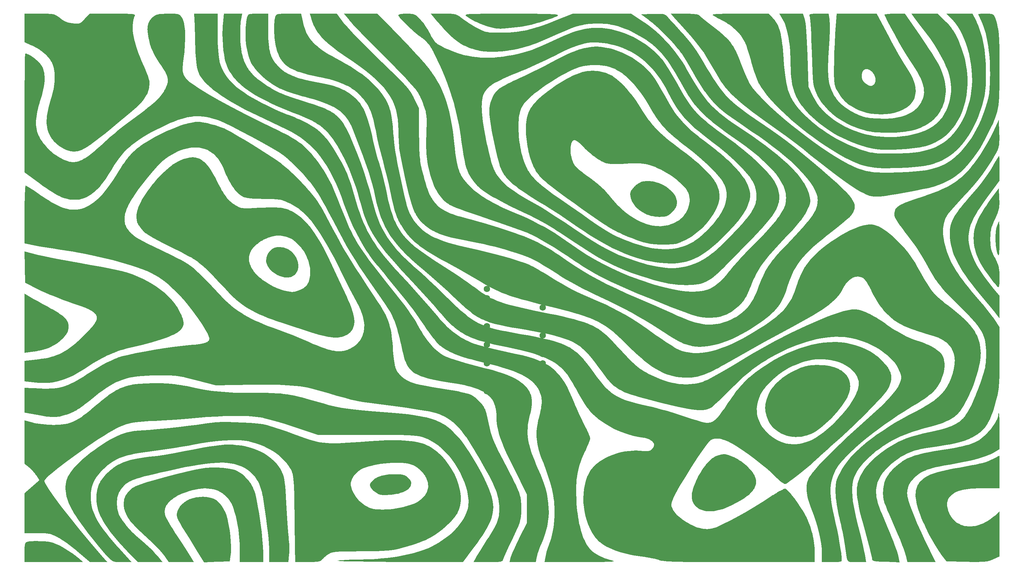
<source format=gbr>
%TF.GenerationSoftware,KiCad,Pcbnew,9.0.1*%
%TF.CreationDate,2025-06-13T00:42:00+02:00*%
%TF.ProjectId,ebbe34,65626265-3334-42e6-9b69-6361645f7063,rev?*%
%TF.SameCoordinates,Original*%
%TF.FileFunction,Legend,Top*%
%TF.FilePolarity,Positive*%
%FSLAX46Y46*%
G04 Gerber Fmt 4.6, Leading zero omitted, Abs format (unit mm)*
G04 Created by KiCad (PCBNEW 9.0.1) date 2025-06-13 00:42:00*
%MOMM*%
%LPD*%
G01*
G04 APERTURE LIST*
%ADD10C,0.000000*%
%ADD11C,0.100000*%
%ADD12C,1.752600*%
G04 APERTURE END LIST*
D10*
G36*
X70600637Y-141817023D02*
G01*
X70964335Y-141830826D01*
X71338833Y-141854976D01*
X71732033Y-141889413D01*
X72606142Y-141988928D01*
X73649874Y-142128915D01*
X74607583Y-142298264D01*
X75543464Y-142514168D01*
X76454788Y-142774978D01*
X77338827Y-143079046D01*
X78192853Y-143424725D01*
X79014136Y-143810364D01*
X79799948Y-144234317D01*
X80547561Y-144694933D01*
X81254247Y-145190566D01*
X81591389Y-145450999D01*
X81917276Y-145719567D01*
X82231567Y-145996065D01*
X82533921Y-146280286D01*
X82823996Y-146572026D01*
X83101452Y-146871076D01*
X83365948Y-147177233D01*
X83617142Y-147490289D01*
X83854693Y-147810038D01*
X84078261Y-148136275D01*
X84287504Y-148468793D01*
X84482081Y-148807387D01*
X84661652Y-149151849D01*
X84825874Y-149501975D01*
X85041277Y-150045100D01*
X85224846Y-150652800D01*
X85381130Y-151364184D01*
X85514676Y-152218361D01*
X85630031Y-153254438D01*
X85731744Y-154511526D01*
X85824362Y-156028731D01*
X85912434Y-157845164D01*
X86053708Y-160615517D01*
X86227725Y-163302198D01*
X86409020Y-165588696D01*
X86494436Y-166482966D01*
X86572122Y-167158498D01*
X86639275Y-167751946D01*
X86694604Y-168384505D01*
X86737199Y-169037073D01*
X86766152Y-169690551D01*
X86780553Y-170325839D01*
X86779492Y-170923839D01*
X86762060Y-171465449D01*
X86727346Y-171931570D01*
X86533316Y-173949474D01*
X83894543Y-173949474D01*
X81255763Y-173949474D01*
X81255763Y-171077869D01*
X81235147Y-170048837D01*
X81170875Y-168862915D01*
X81059309Y-167490545D01*
X80896811Y-165902168D01*
X80679742Y-164068225D01*
X80404465Y-161959158D01*
X79664736Y-156797414D01*
X79557300Y-156150567D01*
X79438269Y-155533507D01*
X79306959Y-154945095D01*
X79162688Y-154384196D01*
X79004775Y-153849673D01*
X78832537Y-153340388D01*
X78645293Y-152855205D01*
X78442359Y-152392987D01*
X78223054Y-151952598D01*
X77986696Y-151532899D01*
X77732603Y-151132754D01*
X77460092Y-150751028D01*
X77168482Y-150386581D01*
X76857090Y-150038279D01*
X76525234Y-149704983D01*
X76172232Y-149385557D01*
X75415051Y-148791176D01*
X74620465Y-148273989D01*
X73777449Y-147833883D01*
X72874974Y-147470744D01*
X71902011Y-147184458D01*
X70847535Y-146974912D01*
X69700516Y-146841991D01*
X68449927Y-146785582D01*
X67084741Y-146805572D01*
X65593929Y-146901847D01*
X63966463Y-147074293D01*
X62191317Y-147322796D01*
X60257463Y-147647242D01*
X58153872Y-148047519D01*
X53393369Y-149075108D01*
X51591535Y-149484016D01*
X49989167Y-149856146D01*
X48571997Y-150197466D01*
X47325757Y-150513946D01*
X46236180Y-150811553D01*
X45745681Y-150955144D01*
X45288997Y-151096256D01*
X44864344Y-151235634D01*
X44469940Y-151374025D01*
X44104000Y-151512174D01*
X43764742Y-151650827D01*
X43450381Y-151790731D01*
X43159135Y-151932632D01*
X42889219Y-152077275D01*
X42638850Y-152225407D01*
X42406246Y-152377774D01*
X42189621Y-152535122D01*
X41987193Y-152698197D01*
X41797179Y-152867745D01*
X41617795Y-153044512D01*
X41447256Y-153229245D01*
X41283781Y-153422688D01*
X41125585Y-153625590D01*
X40970885Y-153838695D01*
X40817898Y-154062749D01*
X40509926Y-154546691D01*
X40318930Y-154893279D01*
X40153400Y-155262093D01*
X40013336Y-155650802D01*
X39898738Y-156057076D01*
X39809607Y-156478584D01*
X39745942Y-156912996D01*
X39707742Y-157357980D01*
X39695009Y-157811207D01*
X39707742Y-158270346D01*
X39745942Y-158733066D01*
X39809607Y-159197036D01*
X39898738Y-159659927D01*
X40013336Y-160119406D01*
X40153400Y-160573145D01*
X40318930Y-161018812D01*
X40509926Y-161454077D01*
X40694537Y-161798268D01*
X40926328Y-162173951D01*
X41202458Y-162578056D01*
X41520083Y-163007514D01*
X41876363Y-163459254D01*
X42268455Y-163930208D01*
X42693516Y-164417306D01*
X43148704Y-164917477D01*
X43631178Y-165427653D01*
X44138094Y-165944763D01*
X44666612Y-166465739D01*
X45213888Y-166987510D01*
X45777080Y-167507008D01*
X46353346Y-168021161D01*
X46939844Y-168526902D01*
X47533732Y-169021159D01*
X47929973Y-169353734D01*
X48353499Y-169731784D01*
X48791578Y-170142578D01*
X49231475Y-170573380D01*
X49660458Y-171011459D01*
X50065794Y-171444081D01*
X50434750Y-171858512D01*
X50754593Y-172242020D01*
X52151589Y-173949474D01*
X48775508Y-173949474D01*
X45399428Y-173949474D01*
X42527816Y-170922644D01*
X41416448Y-169757367D01*
X40394496Y-168645466D01*
X39459515Y-167583021D01*
X38609061Y-166566108D01*
X37840690Y-165590806D01*
X37151958Y-164653191D01*
X36540420Y-163749342D01*
X36003631Y-162875337D01*
X35539149Y-162027252D01*
X35144528Y-161201166D01*
X34817324Y-160393157D01*
X34555092Y-159599301D01*
X34355390Y-158815677D01*
X34215771Y-158038363D01*
X34133792Y-157263436D01*
X34107009Y-156486974D01*
X34117156Y-155945514D01*
X34148165Y-155425883D01*
X34200887Y-154926261D01*
X34276177Y-154444829D01*
X34374887Y-153979767D01*
X34497869Y-153529259D01*
X34645977Y-153091483D01*
X34820062Y-152664621D01*
X35020977Y-152246854D01*
X35249576Y-151836364D01*
X35506710Y-151431330D01*
X35793232Y-151029935D01*
X36109996Y-150630359D01*
X36457853Y-150230783D01*
X36837657Y-149829388D01*
X37250259Y-149424355D01*
X37770885Y-148947501D01*
X38302936Y-148505379D01*
X38851472Y-148096339D01*
X39421552Y-147718735D01*
X40018234Y-147370916D01*
X40646579Y-147051235D01*
X41311645Y-146758044D01*
X42018491Y-146489693D01*
X42772177Y-146244534D01*
X43577762Y-146020919D01*
X44440304Y-145817200D01*
X45364863Y-145631727D01*
X46356499Y-145462852D01*
X47420269Y-145308928D01*
X48561234Y-145168305D01*
X49784452Y-145039335D01*
X51230566Y-144842880D01*
X53291505Y-144515457D01*
X55694418Y-144100722D01*
X58166450Y-143642330D01*
X60637882Y-143155445D01*
X63036554Y-142715852D01*
X65085976Y-142370846D01*
X65893314Y-142248593D01*
X66509656Y-142167722D01*
X67693452Y-142014849D01*
X68667608Y-141905178D01*
X69095824Y-141866401D01*
X69495333Y-141838254D01*
X69874038Y-141820680D01*
X70239839Y-141813622D01*
X70600637Y-141817023D01*
G37*
G36*
X61950364Y-53697116D02*
G01*
X62339187Y-53728578D01*
X62778829Y-53783574D01*
X63261502Y-53860228D01*
X64324790Y-54071005D01*
X65466750Y-54345902D01*
X66625082Y-54669913D01*
X67737483Y-55028030D01*
X68256991Y-55215189D01*
X68741654Y-55405248D01*
X69183683Y-55596330D01*
X69575291Y-55786559D01*
X70960165Y-56526971D01*
X72752497Y-57555243D01*
X74814042Y-58784515D01*
X77006556Y-60127930D01*
X79191793Y-61498630D01*
X81231509Y-62809758D01*
X82987459Y-63974455D01*
X84321398Y-64905864D01*
X85115093Y-65522101D01*
X85934253Y-66201379D01*
X86771604Y-66935795D01*
X87619869Y-67717448D01*
X88471772Y-68538438D01*
X89320037Y-69390862D01*
X90157388Y-70266820D01*
X90976550Y-71158410D01*
X91770245Y-72057730D01*
X92531198Y-72956881D01*
X93252133Y-73847959D01*
X93925774Y-74723064D01*
X94544844Y-75574295D01*
X95102068Y-76393750D01*
X95590170Y-77173528D01*
X96001874Y-77905728D01*
X98658233Y-82921952D01*
X99687413Y-84835475D01*
X100576075Y-86457502D01*
X101368329Y-87866704D01*
X102108288Y-89141755D01*
X102840062Y-90361326D01*
X103607762Y-91604090D01*
X104841656Y-93569831D01*
X106377509Y-95950307D01*
X108022501Y-98447201D01*
X109583818Y-100762195D01*
X111025304Y-102945464D01*
X111633696Y-103914485D01*
X112173477Y-104818590D01*
X112649365Y-105670399D01*
X113066079Y-106482530D01*
X113428336Y-107267603D01*
X113740855Y-108038238D01*
X114008354Y-108807054D01*
X114235550Y-109586670D01*
X114427162Y-110389705D01*
X114587907Y-111228780D01*
X114722504Y-112116513D01*
X114835671Y-113065524D01*
X114932126Y-114088432D01*
X115016587Y-115197857D01*
X115087842Y-116124426D01*
X115157334Y-116958736D01*
X115226940Y-117707667D01*
X115298536Y-118378096D01*
X115373997Y-118976901D01*
X115455199Y-119510961D01*
X115544018Y-119987154D01*
X115591870Y-120205699D01*
X115642329Y-120412357D01*
X115695631Y-120607987D01*
X115752010Y-120793450D01*
X115811700Y-120969603D01*
X115874935Y-121137309D01*
X115941951Y-121297426D01*
X116012981Y-121450814D01*
X116088261Y-121598333D01*
X116168024Y-121740842D01*
X116252505Y-121879202D01*
X116341938Y-122014272D01*
X116436559Y-122146912D01*
X116536601Y-122277982D01*
X116753888Y-122538850D01*
X116995675Y-122803754D01*
X117341694Y-123159804D01*
X117701071Y-123487547D01*
X118081708Y-123789596D01*
X118491506Y-124068567D01*
X118938366Y-124327074D01*
X119430191Y-124567733D01*
X119974880Y-124793158D01*
X120580336Y-125005963D01*
X121254459Y-125208764D01*
X122005151Y-125404175D01*
X122840314Y-125594811D01*
X123767848Y-125783287D01*
X125931635Y-126164217D01*
X128559724Y-126567883D01*
X129646278Y-126737736D01*
X130732833Y-126922594D01*
X131790284Y-127115638D01*
X132789528Y-127310046D01*
X133701461Y-127498996D01*
X134496977Y-127675667D01*
X135146972Y-127833238D01*
X135622343Y-127964888D01*
X136036223Y-128127718D01*
X136446807Y-128323461D01*
X136851706Y-128549559D01*
X137248534Y-128803453D01*
X137634902Y-129082586D01*
X138008424Y-129384399D01*
X138366712Y-129706335D01*
X138707379Y-130045836D01*
X139028036Y-130400344D01*
X139326297Y-130767301D01*
X139599774Y-131144149D01*
X139846080Y-131528330D01*
X140062828Y-131917286D01*
X140247629Y-132308459D01*
X140398096Y-132699291D01*
X140459709Y-132893780D01*
X140511843Y-133087225D01*
X141559584Y-137588663D01*
X141744822Y-138340823D01*
X141979172Y-139138459D01*
X142260816Y-139976115D01*
X142587935Y-140848331D01*
X142958710Y-141749652D01*
X143371321Y-142674619D01*
X143823950Y-143617774D01*
X144314778Y-144573661D01*
X146201017Y-148138848D01*
X146966641Y-149602745D01*
X147624772Y-150881387D01*
X148183540Y-151995181D01*
X148651072Y-152964534D01*
X149035499Y-153809854D01*
X149344948Y-154551546D01*
X149474097Y-154889909D01*
X149587549Y-155210019D01*
X149686321Y-155514425D01*
X149771429Y-155805679D01*
X149843890Y-156086331D01*
X149904719Y-156358933D01*
X149954932Y-156626035D01*
X149995546Y-156890188D01*
X150052039Y-157419852D01*
X150082327Y-157968331D01*
X150094539Y-158556032D01*
X150096803Y-159203362D01*
X150090512Y-160295599D01*
X150077618Y-160761426D01*
X150053753Y-161189111D01*
X150015563Y-161590193D01*
X149959695Y-161976211D01*
X149882795Y-162358705D01*
X149781509Y-162749215D01*
X149652483Y-163159279D01*
X149492364Y-163600437D01*
X149297797Y-164084228D01*
X149065429Y-164622192D01*
X148473875Y-165906794D01*
X147690872Y-167546559D01*
X146744373Y-169568080D01*
X145939761Y-171320388D01*
X145616810Y-172038744D01*
X145360709Y-172621584D01*
X145181917Y-173046172D01*
X145090893Y-173289769D01*
X145049813Y-173393104D01*
X144996910Y-173485240D01*
X144928545Y-173566803D01*
X144841081Y-173638418D01*
X144730879Y-173700711D01*
X144594301Y-173754306D01*
X144427710Y-173799829D01*
X144227467Y-173837906D01*
X143989934Y-173869161D01*
X143711474Y-173894220D01*
X143017218Y-173928251D01*
X142115594Y-173945002D01*
X140977500Y-173949473D01*
X137058137Y-173949473D01*
X137679027Y-172785306D01*
X137855319Y-172468416D01*
X138114376Y-172025562D01*
X138833491Y-170840177D01*
X139741784Y-169385580D01*
X140744663Y-167818202D01*
X141255371Y-167025243D01*
X141712531Y-166300384D01*
X142118986Y-165636235D01*
X142477578Y-165025407D01*
X142791149Y-164460509D01*
X143062542Y-163934151D01*
X143294598Y-163438944D01*
X143490160Y-162967498D01*
X143652071Y-162512424D01*
X143783171Y-162066330D01*
X143886305Y-161621828D01*
X143964313Y-161171528D01*
X144020039Y-160708040D01*
X144056324Y-160223973D01*
X144076011Y-159711939D01*
X144081942Y-159164548D01*
X144069104Y-158539663D01*
X144028357Y-157925352D01*
X143956345Y-157313086D01*
X143849716Y-156694340D01*
X143705114Y-156060586D01*
X143519187Y-155403299D01*
X143288581Y-154713951D01*
X143009942Y-153984017D01*
X142679915Y-153204969D01*
X142295147Y-152368281D01*
X141852284Y-151465426D01*
X141347973Y-150487879D01*
X140141589Y-148274597D01*
X138649164Y-145660225D01*
X137836751Y-144266634D01*
X137155761Y-143111789D01*
X136577545Y-142150669D01*
X136073453Y-141338254D01*
X135614836Y-140629522D01*
X135173044Y-139979454D01*
X134719428Y-139343029D01*
X134225338Y-138675227D01*
X133821888Y-138156750D01*
X133411559Y-137663399D01*
X132993840Y-137194832D01*
X132568220Y-136750708D01*
X132134187Y-136330686D01*
X131691229Y-135934425D01*
X131238835Y-135561584D01*
X130776494Y-135211823D01*
X130303693Y-134884799D01*
X129819922Y-134580172D01*
X129324668Y-134297600D01*
X128817420Y-134036744D01*
X128297666Y-133797261D01*
X127764895Y-133578810D01*
X127218596Y-133381051D01*
X126658256Y-133203643D01*
X125957102Y-133024772D01*
X124934439Y-132813159D01*
X122122857Y-132320812D01*
X118620052Y-131784811D01*
X114822564Y-131263361D01*
X111519168Y-130849080D01*
X108950196Y-130510289D01*
X106907827Y-130206059D01*
X106019174Y-130054115D01*
X105184239Y-129895464D01*
X104377044Y-129724988D01*
X103571610Y-129537574D01*
X101862119Y-129091463D01*
X99847942Y-128516203D01*
X97321258Y-127770866D01*
X94877345Y-127067743D01*
X92707646Y-126518780D01*
X91676031Y-126296851D01*
X90653454Y-126107153D01*
X89620076Y-125947582D01*
X88556059Y-125816035D01*
X87441565Y-125710409D01*
X86256754Y-125628601D01*
X83596830Y-125528024D01*
X80417578Y-125497480D01*
X76560290Y-125520142D01*
X66664872Y-125636552D01*
X61426117Y-124278362D01*
X59781807Y-123852410D01*
X58421719Y-123526503D01*
X57817703Y-123397087D01*
X57248078Y-123287909D01*
X56700623Y-123197375D01*
X56163115Y-123123894D01*
X55623333Y-123065875D01*
X55069056Y-123021726D01*
X54488063Y-122989855D01*
X53868131Y-122968671D01*
X52462567Y-122951997D01*
X50754593Y-122958970D01*
X49251048Y-122985080D01*
X47861305Y-123036884D01*
X46573654Y-123118248D01*
X45376385Y-123233035D01*
X44257788Y-123385112D01*
X43206154Y-123578344D01*
X42209772Y-123816597D01*
X41256933Y-124103736D01*
X40335926Y-124443626D01*
X39435042Y-124840133D01*
X38542571Y-125297122D01*
X37646803Y-125818459D01*
X36736029Y-126408009D01*
X35798537Y-127069638D01*
X34822619Y-127807211D01*
X33796564Y-128624593D01*
X32330822Y-129807630D01*
X31680516Y-130319936D01*
X31078358Y-130783754D01*
X30519173Y-131202325D01*
X29997790Y-131578888D01*
X29509035Y-131916683D01*
X29047736Y-132218951D01*
X28608720Y-132488931D01*
X28186813Y-132729864D01*
X27776844Y-132944989D01*
X27373640Y-133137548D01*
X26972027Y-133310779D01*
X26566833Y-133467924D01*
X26152885Y-133612221D01*
X25725010Y-133746912D01*
X24815202Y-134001575D01*
X24398611Y-134101621D01*
X23998164Y-134183477D01*
X23606811Y-134247142D01*
X23217505Y-134292618D01*
X22823197Y-134319903D01*
X22416838Y-134328998D01*
X21991379Y-134319903D01*
X21539772Y-134292618D01*
X21054967Y-134247142D01*
X20529918Y-134183477D01*
X19330886Y-134001575D01*
X17886289Y-133746912D01*
X14471401Y-133126022D01*
X14471401Y-129749946D01*
X14471401Y-126373861D01*
X18856428Y-126529077D01*
X19821290Y-126556287D01*
X20714471Y-126563033D01*
X21546148Y-126546132D01*
X22326493Y-126502400D01*
X23065684Y-126428655D01*
X23773895Y-126321712D01*
X24461301Y-126178390D01*
X25138077Y-125995504D01*
X25814398Y-125769871D01*
X26500440Y-125498309D01*
X27206377Y-125177633D01*
X27942385Y-124804661D01*
X28718638Y-124376209D01*
X29545311Y-123889093D01*
X30432581Y-123340132D01*
X31390622Y-122726141D01*
X32918363Y-121756609D01*
X34357427Y-120885303D01*
X35706450Y-120112223D01*
X36964068Y-119437370D01*
X37558174Y-119136779D01*
X38128917Y-118860744D01*
X38676126Y-118609265D01*
X39199632Y-118382344D01*
X39699263Y-118179979D01*
X40174849Y-118002170D01*
X40626219Y-117848918D01*
X41053204Y-117720223D01*
X42703349Y-117332396D01*
X44860999Y-116887724D01*
X47353346Y-116416675D01*
X50007585Y-115949720D01*
X52650910Y-115517325D01*
X55110516Y-115149960D01*
X57213596Y-114878092D01*
X58787345Y-114732191D01*
X59629991Y-114672477D01*
X60398911Y-114609182D01*
X61096776Y-114541453D01*
X61419898Y-114505659D01*
X61726258Y-114468437D01*
X62016190Y-114429680D01*
X62290028Y-114389282D01*
X62548106Y-114347136D01*
X62790758Y-114303136D01*
X63018318Y-114257174D01*
X63231120Y-114209144D01*
X63429498Y-114158941D01*
X63613785Y-114106456D01*
X63784317Y-114051584D01*
X63941425Y-113994218D01*
X64085446Y-113934251D01*
X64216712Y-113871577D01*
X64335558Y-113806089D01*
X64442317Y-113737681D01*
X64537324Y-113666246D01*
X64620912Y-113591677D01*
X64693416Y-113513868D01*
X64755169Y-113432712D01*
X64806505Y-113348104D01*
X64847759Y-113259935D01*
X64879263Y-113168100D01*
X64901353Y-113072492D01*
X64914362Y-112973004D01*
X64918624Y-112869530D01*
X64903043Y-112713522D01*
X64857185Y-112523245D01*
X64679955Y-112047413D01*
X64397563Y-111457097D01*
X64020638Y-110767360D01*
X63559812Y-109993267D01*
X63025714Y-109149880D01*
X61780221Y-107315483D01*
X60369199Y-105384679D01*
X58877685Y-103477976D01*
X58128318Y-102571323D01*
X57390719Y-101715886D01*
X56675516Y-100926729D01*
X55993339Y-100218917D01*
X55145378Y-99392263D01*
X54311969Y-98626147D01*
X53483107Y-97915625D01*
X52648788Y-97255751D01*
X51799007Y-96641579D01*
X50923760Y-96068165D01*
X50013042Y-95530562D01*
X49056849Y-95023825D01*
X48045176Y-94543010D01*
X46968019Y-94083169D01*
X45815373Y-93639359D01*
X44577233Y-93206634D01*
X43243596Y-92780048D01*
X41804456Y-92354656D01*
X38569650Y-91487671D01*
X36747380Y-91041104D01*
X34876451Y-90607269D01*
X32980966Y-90191625D01*
X31085027Y-89799628D01*
X29212735Y-89436735D01*
X27388192Y-89108403D01*
X25635500Y-88820090D01*
X23978761Y-88577252D01*
X22521128Y-88364428D01*
X20845213Y-88097035D01*
X19154746Y-87807813D01*
X17653456Y-87529507D01*
X14471401Y-86908612D01*
X14471401Y-80129917D01*
X41775786Y-80129917D01*
X41775957Y-80418384D01*
X41792159Y-80701167D01*
X41824398Y-80978507D01*
X41872681Y-81250646D01*
X41937016Y-81517825D01*
X42017408Y-81780286D01*
X42113867Y-82038270D01*
X42226398Y-82292020D01*
X42355009Y-82541777D01*
X42499706Y-82787781D01*
X42660498Y-83030276D01*
X42837391Y-83269502D01*
X43030392Y-83505701D01*
X43239508Y-83739115D01*
X43464746Y-83969985D01*
X43706114Y-84198553D01*
X43963619Y-84425061D01*
X44541458Y-84899367D01*
X45144763Y-85338204D01*
X45868123Y-85793411D01*
X46806126Y-86316831D01*
X48053362Y-86960305D01*
X49704417Y-87775677D01*
X54596343Y-90129477D01*
X56400801Y-91009269D01*
X57176836Y-91410512D01*
X57892389Y-91805388D01*
X58565195Y-92208450D01*
X59212990Y-92634250D01*
X59853509Y-93097339D01*
X60504488Y-93612271D01*
X61183661Y-94193596D01*
X61908765Y-94855868D01*
X62697533Y-95613637D01*
X63567703Y-96481457D01*
X65623186Y-98605455D01*
X68217097Y-101344279D01*
X68952802Y-102095104D01*
X69693452Y-102806992D01*
X70443992Y-103482840D01*
X71209370Y-104125547D01*
X71994528Y-104738014D01*
X72804414Y-105323138D01*
X73643973Y-105883820D01*
X74518149Y-106422957D01*
X75431889Y-106943450D01*
X76390138Y-107448197D01*
X77397841Y-107940097D01*
X78459943Y-108422050D01*
X79581391Y-108896954D01*
X80767130Y-109367708D01*
X82022105Y-109837213D01*
X83351261Y-110308366D01*
X84315033Y-110658903D01*
X85378850Y-111060827D01*
X87668379Y-111962449D01*
X89943355Y-112900451D01*
X91927287Y-113762054D01*
X93141552Y-114304215D01*
X94270779Y-114781460D01*
X95320879Y-115194357D01*
X96297763Y-115543474D01*
X97207344Y-115829381D01*
X98055533Y-116052646D01*
X98458453Y-116140965D01*
X98848243Y-116213837D01*
X99225640Y-116271332D01*
X99591384Y-116313522D01*
X99946215Y-116340478D01*
X100290870Y-116352271D01*
X100626089Y-116348971D01*
X100952611Y-116330651D01*
X101271175Y-116297380D01*
X101582520Y-116249231D01*
X101887384Y-116186274D01*
X102186508Y-116108580D01*
X102480629Y-116016220D01*
X102770487Y-115909265D01*
X103056820Y-115787787D01*
X103340369Y-115651856D01*
X103621871Y-115501544D01*
X103902066Y-115336921D01*
X104181692Y-115158059D01*
X104461489Y-114965028D01*
X104769010Y-114727102D01*
X105058541Y-114479087D01*
X105330051Y-114221123D01*
X105583514Y-113953354D01*
X105818900Y-113675921D01*
X106036181Y-113388968D01*
X106235329Y-113092635D01*
X106416316Y-112787064D01*
X106579112Y-112472399D01*
X106723690Y-112148781D01*
X106850022Y-111816352D01*
X106958077Y-111475254D01*
X107047829Y-111125630D01*
X107119249Y-110767621D01*
X107172308Y-110401370D01*
X107206978Y-110027019D01*
X107221038Y-109254584D01*
X107161200Y-108451453D01*
X107027238Y-107618764D01*
X106818923Y-106757652D01*
X106536029Y-105869256D01*
X106178328Y-104954711D01*
X105745593Y-104015155D01*
X105237596Y-103051724D01*
X104386902Y-101479493D01*
X103321568Y-99437958D01*
X102176198Y-97185417D01*
X101085396Y-94980170D01*
X100025965Y-92861383D01*
X99012862Y-90895734D01*
X98041483Y-89077197D01*
X97107223Y-87399747D01*
X96205477Y-85857359D01*
X95331642Y-84444006D01*
X94481113Y-83153665D01*
X93649286Y-81980308D01*
X92831555Y-80917911D01*
X92023318Y-79960449D01*
X91219969Y-79101895D01*
X90818689Y-78707826D01*
X90416905Y-78336225D01*
X90014040Y-77986338D01*
X89609520Y-77657412D01*
X89202768Y-77348695D01*
X88793210Y-77059432D01*
X88380270Y-76788871D01*
X87963371Y-76536259D01*
X87541940Y-76300843D01*
X87115399Y-76081868D01*
X86284568Y-75681382D01*
X85919799Y-75516723D01*
X85576518Y-75373665D01*
X85245515Y-75250617D01*
X84917582Y-75145985D01*
X84583509Y-75058180D01*
X84234088Y-74985609D01*
X83860111Y-74926680D01*
X83452368Y-74879803D01*
X83001651Y-74843384D01*
X82498751Y-74815834D01*
X81299569Y-74780969D01*
X79781150Y-74762476D01*
X78451530Y-74730643D01*
X77874857Y-74711657D01*
X77351560Y-74689715D01*
X76877603Y-74664135D01*
X76448952Y-74634235D01*
X76061569Y-74599333D01*
X75711419Y-74558746D01*
X75394466Y-74511793D01*
X75106674Y-74457790D01*
X74844007Y-74396058D01*
X74602429Y-74325912D01*
X74377905Y-74246671D01*
X74166398Y-74157652D01*
X73963873Y-74058174D01*
X73766293Y-73947555D01*
X73458605Y-73752713D01*
X73147450Y-73518421D01*
X72833908Y-73246157D01*
X72519058Y-72937399D01*
X72203981Y-72593625D01*
X71889757Y-72216313D01*
X71577465Y-71806941D01*
X71268186Y-71366987D01*
X70962999Y-70897929D01*
X70662986Y-70401244D01*
X70369225Y-69878410D01*
X70082797Y-69330907D01*
X69804782Y-68760210D01*
X69536259Y-68167800D01*
X69278310Y-67555152D01*
X69032014Y-66923746D01*
X68815504Y-66390729D01*
X68587796Y-65882894D01*
X68348606Y-65399957D01*
X68097648Y-64941633D01*
X67834640Y-64507638D01*
X67559297Y-64097689D01*
X67271334Y-63711500D01*
X66970468Y-63348789D01*
X66656413Y-63009269D01*
X66328887Y-62692658D01*
X65987604Y-62398670D01*
X65632281Y-62127023D01*
X65262633Y-61877430D01*
X64878376Y-61649610D01*
X64479225Y-61443276D01*
X64064897Y-61258144D01*
X63447268Y-61032492D01*
X62803717Y-60864480D01*
X62136519Y-60753539D01*
X61447948Y-60699101D01*
X60740277Y-60700598D01*
X60015781Y-60757460D01*
X59276732Y-60869121D01*
X58525405Y-61035010D01*
X57764073Y-61254560D01*
X56995010Y-61527203D01*
X56220491Y-61852369D01*
X55442788Y-62229491D01*
X54664176Y-62658000D01*
X53886928Y-63137327D01*
X53113318Y-63666904D01*
X52345620Y-64246164D01*
X51974731Y-64562559D01*
X51537675Y-64980136D01*
X51043776Y-65487299D01*
X50502355Y-66072453D01*
X49314238Y-67430345D01*
X48047903Y-68961042D01*
X46777931Y-70571776D01*
X45578901Y-72169777D01*
X44525391Y-73662276D01*
X44076513Y-74339971D01*
X43691982Y-74956502D01*
X43229053Y-75752641D01*
X42829847Y-76512514D01*
X42654157Y-76879454D01*
X42494419Y-77238053D01*
X42350641Y-77588551D01*
X42222828Y-77931190D01*
X42110988Y-78266213D01*
X42015129Y-78593860D01*
X41935257Y-78914373D01*
X41871380Y-79227993D01*
X41823504Y-79534963D01*
X41791637Y-79835524D01*
X41775786Y-80129917D01*
X14471401Y-80129917D01*
X14471401Y-79031085D01*
X14478373Y-77443089D01*
X14498079Y-75960596D01*
X14528699Y-74616347D01*
X14568414Y-73443085D01*
X14615406Y-72473553D01*
X14667854Y-71740491D01*
X14695556Y-71472869D01*
X14723940Y-71276644D01*
X14752779Y-71155907D01*
X14767298Y-71125126D01*
X14781845Y-71114752D01*
X14833412Y-71125941D01*
X14914254Y-71158787D01*
X15157167Y-71285133D01*
X15497398Y-71485149D01*
X15921758Y-71750194D01*
X16417059Y-72071629D01*
X16970114Y-72440813D01*
X17567735Y-72849106D01*
X18196733Y-73287867D01*
X18855064Y-73749515D01*
X19563417Y-74223442D01*
X20299055Y-74696460D01*
X21039240Y-75155381D01*
X21761236Y-75587017D01*
X22442304Y-75978181D01*
X23059706Y-76315683D01*
X23590706Y-76586335D01*
X24144079Y-76839489D01*
X24691178Y-77060406D01*
X25232323Y-77248907D01*
X25767833Y-77404815D01*
X26298028Y-77527953D01*
X26823228Y-77618142D01*
X27343753Y-77675205D01*
X27859922Y-77698965D01*
X28372055Y-77689243D01*
X28880472Y-77645863D01*
X29385492Y-77568647D01*
X29887436Y-77457416D01*
X30386623Y-77311994D01*
X30883373Y-77132202D01*
X31378005Y-76917863D01*
X31870839Y-76668799D01*
X32362196Y-76384834D01*
X32852394Y-76065788D01*
X33341754Y-75711485D01*
X33830596Y-75321746D01*
X34319238Y-74896395D01*
X34808001Y-74435253D01*
X35297205Y-73938144D01*
X35787169Y-73404888D01*
X36770657Y-72229229D01*
X37761023Y-70906855D01*
X38760825Y-69436346D01*
X39772622Y-67816279D01*
X40283110Y-66983296D01*
X40769666Y-66212899D01*
X41236555Y-65500368D01*
X41688039Y-64840987D01*
X42128381Y-64230036D01*
X42561846Y-63662799D01*
X42992695Y-63134556D01*
X43425193Y-62640590D01*
X43863603Y-62176183D01*
X44312188Y-61736617D01*
X44775211Y-61317174D01*
X45256937Y-60913135D01*
X45761627Y-60519782D01*
X46293545Y-60132398D01*
X46856955Y-59746265D01*
X47456120Y-59356664D01*
X48773311Y-58573202D01*
X50215559Y-57782009D01*
X51729658Y-57008096D01*
X53262402Y-56276475D01*
X54760584Y-55612157D01*
X56170999Y-55040155D01*
X56826666Y-54796589D01*
X57440440Y-54585480D01*
X58005669Y-54409957D01*
X58515701Y-54273144D01*
X58999256Y-54158999D01*
X59480991Y-54051222D01*
X59948173Y-53952541D01*
X60388071Y-53865684D01*
X60787950Y-53793379D01*
X61135077Y-53738355D01*
X61416721Y-53703340D01*
X61529007Y-53694188D01*
X61620148Y-53691062D01*
X61950364Y-53697116D01*
G37*
G36*
X67208154Y-29670415D02*
G01*
X67218765Y-30925156D01*
X67249385Y-32119413D01*
X67298195Y-33240001D01*
X67363376Y-34273730D01*
X67443109Y-35207412D01*
X67535575Y-36027861D01*
X67638956Y-36721888D01*
X67694171Y-37017373D01*
X67751431Y-37276306D01*
X68013369Y-38135296D01*
X68335333Y-38967683D01*
X68720054Y-39775968D01*
X69170258Y-40562652D01*
X69688676Y-41330237D01*
X70278035Y-42081224D01*
X70941064Y-42818113D01*
X71680491Y-43543406D01*
X72499046Y-44259604D01*
X73399456Y-44969208D01*
X74384450Y-45674720D01*
X75456757Y-46378639D01*
X76619104Y-47083469D01*
X77874221Y-47791708D01*
X79224837Y-48505860D01*
X80673679Y-49228424D01*
X81715896Y-49725089D01*
X82703088Y-50189467D01*
X83612973Y-50611098D01*
X84423266Y-50979523D01*
X85111685Y-51284282D01*
X85655948Y-51514917D01*
X86033772Y-51660968D01*
X86153307Y-51699006D01*
X86222875Y-51711976D01*
X86284824Y-51720483D01*
X86381961Y-51745476D01*
X86673381Y-51841732D01*
X87080308Y-51994377D01*
X87585917Y-52197044D01*
X88173381Y-52443368D01*
X88825875Y-52726981D01*
X89526572Y-53041518D01*
X90258647Y-53380611D01*
X91047027Y-53764679D01*
X91785328Y-54148463D01*
X92478039Y-54536225D01*
X93129652Y-54932229D01*
X93744657Y-55340740D01*
X94327546Y-55766019D01*
X94882808Y-56212330D01*
X95414935Y-56683936D01*
X95928417Y-57185101D01*
X96427746Y-57720089D01*
X96917410Y-58293161D01*
X97401903Y-58908583D01*
X97885713Y-59570616D01*
X98373332Y-60283525D01*
X98869250Y-61051572D01*
X99377959Y-61879022D01*
X100332257Y-63489000D01*
X101147856Y-64958004D01*
X101512596Y-65660389D01*
X101853404Y-66352428D01*
X102173863Y-67042420D01*
X102477552Y-67738666D01*
X102768054Y-68449463D01*
X103048948Y-69183112D01*
X103596243Y-70752160D01*
X104148085Y-72512204D01*
X104733124Y-74529639D01*
X105154405Y-75985956D01*
X105591318Y-77376164D01*
X106047672Y-78706913D01*
X106527275Y-79984854D01*
X107033936Y-81216637D01*
X107571463Y-82408913D01*
X108143664Y-83568333D01*
X108754350Y-84701549D01*
X109407327Y-85815210D01*
X110106405Y-86915967D01*
X110855391Y-88010471D01*
X111658096Y-89105373D01*
X112518326Y-90207324D01*
X113439892Y-91322974D01*
X114426600Y-92458975D01*
X115482260Y-93621976D01*
X119263375Y-97735971D01*
X122506063Y-101329728D01*
X125195772Y-104377782D01*
X127317952Y-106854668D01*
X127873223Y-107517252D01*
X128433155Y-108151698D01*
X128997863Y-108758063D01*
X129567459Y-109336404D01*
X130142057Y-109886777D01*
X130721772Y-110409241D01*
X131306716Y-110903851D01*
X131897004Y-111370664D01*
X132492749Y-111809737D01*
X133094065Y-112221128D01*
X133701065Y-112604892D01*
X134313864Y-112961087D01*
X134932575Y-113289769D01*
X135557312Y-113590996D01*
X136188188Y-113864824D01*
X136825317Y-114111310D01*
X137599757Y-114390905D01*
X138429677Y-114660042D01*
X139388748Y-114937364D01*
X140550639Y-115241517D01*
X143777562Y-116004895D01*
X148699806Y-117099333D01*
X150399625Y-117490564D01*
X151955457Y-117899018D01*
X153377933Y-118333733D01*
X154677682Y-118803749D01*
X155865334Y-119318103D01*
X156420446Y-119594731D01*
X156951520Y-119885833D01*
X157459885Y-120192539D01*
X157946869Y-120515978D01*
X158413802Y-120857281D01*
X158862011Y-121217576D01*
X159292826Y-121597995D01*
X159707576Y-121999665D01*
X160107589Y-122423719D01*
X160494194Y-122871284D01*
X160868719Y-123343491D01*
X161232494Y-123841470D01*
X161933107Y-124919262D01*
X162606662Y-126113699D01*
X163263789Y-127433817D01*
X163915118Y-128888656D01*
X164571279Y-130487254D01*
X164844053Y-131130729D01*
X165160029Y-131851511D01*
X165876111Y-133426773D01*
X166628574Y-135016586D01*
X166990026Y-135755556D01*
X167326466Y-136424495D01*
X167651088Y-137060469D01*
X167951606Y-137677797D01*
X168222110Y-138261473D01*
X168456687Y-138796489D01*
X168649426Y-139267838D01*
X168728259Y-139474949D01*
X168794416Y-139660516D01*
X168847157Y-139822663D01*
X168885745Y-139959514D01*
X168909439Y-140069194D01*
X168917501Y-140149827D01*
X168909448Y-140231342D01*
X168885820Y-140343553D01*
X168795022Y-140651876D01*
X168651472Y-141058425D01*
X168461537Y-141546828D01*
X168231584Y-142100716D01*
X167967977Y-142703718D01*
X167677085Y-143339462D01*
X167365272Y-143991577D01*
X167011305Y-144751072D01*
X166690875Y-145490898D01*
X166402961Y-146216855D01*
X166146538Y-146934739D01*
X165920584Y-147650350D01*
X165724075Y-148369485D01*
X165555989Y-149097942D01*
X165415301Y-149841520D01*
X165300988Y-150606016D01*
X165212029Y-151397228D01*
X165147398Y-152220955D01*
X165106074Y-153082995D01*
X165087032Y-153989146D01*
X165089250Y-154945205D01*
X165153372Y-157030243D01*
X165206073Y-157987338D01*
X165276681Y-158922548D01*
X165364911Y-159834907D01*
X165470478Y-160723447D01*
X165593099Y-161587203D01*
X165732489Y-162425209D01*
X165888364Y-163236497D01*
X166060440Y-164020103D01*
X166248433Y-164775058D01*
X166452058Y-165500398D01*
X166671031Y-166195155D01*
X166905068Y-166858363D01*
X167153885Y-167489057D01*
X167417197Y-168086269D01*
X167694720Y-168649034D01*
X167986170Y-169176384D01*
X168203021Y-169527417D01*
X168445849Y-169867308D01*
X168714258Y-170195830D01*
X169007848Y-170512756D01*
X169326222Y-170817857D01*
X169668982Y-171110907D01*
X170035731Y-171391679D01*
X170426069Y-171659944D01*
X170839601Y-171915476D01*
X171275926Y-172158048D01*
X171734648Y-172387432D01*
X172215369Y-172603400D01*
X172717690Y-172805726D01*
X173241214Y-172994182D01*
X173785543Y-173168541D01*
X174350279Y-173328575D01*
X174982612Y-173509569D01*
X175190406Y-173584036D01*
X175312535Y-173648726D01*
X175338332Y-173677617D01*
X175338940Y-173704320D01*
X175259558Y-173751501D01*
X175064327Y-173790952D01*
X174743187Y-173823354D01*
X173682932Y-173869739D01*
X171998300Y-173896115D01*
X166433941Y-173910667D01*
X156422122Y-173949474D01*
X156693748Y-172513663D01*
X156758248Y-172160093D01*
X156860493Y-171722394D01*
X156994571Y-171218300D01*
X157154569Y-170665547D01*
X157334576Y-170081871D01*
X157528680Y-169485009D01*
X157730968Y-168892695D01*
X157935528Y-168322665D01*
X158192538Y-167566033D01*
X158412713Y-166824407D01*
X158599237Y-166076414D01*
X158755293Y-165300680D01*
X158884065Y-164475834D01*
X158988735Y-163580501D01*
X159072486Y-162593308D01*
X159138502Y-161492883D01*
X159164613Y-160614464D01*
X159169123Y-159764296D01*
X159150440Y-158935161D01*
X159106973Y-158119838D01*
X159037130Y-157311109D01*
X158939320Y-156501754D01*
X158811951Y-155684555D01*
X158653431Y-154852292D01*
X158462170Y-153997746D01*
X158236574Y-153113697D01*
X157975054Y-152192928D01*
X157676016Y-151228217D01*
X156959025Y-149138098D01*
X156072866Y-146785586D01*
X155708495Y-145845509D01*
X155386188Y-144956649D01*
X155105264Y-144112922D01*
X154865040Y-143308247D01*
X154664835Y-142536542D01*
X154503966Y-141791724D01*
X154381751Y-141067710D01*
X154297508Y-140358419D01*
X154250554Y-139657768D01*
X154240209Y-138959675D01*
X154265788Y-138258058D01*
X154326611Y-137546833D01*
X154421994Y-136819920D01*
X154551257Y-136071235D01*
X154713716Y-135294696D01*
X154908690Y-134484221D01*
X155086064Y-133791358D01*
X155239904Y-133150507D01*
X155370324Y-132557292D01*
X155477438Y-132007335D01*
X155561360Y-131496260D01*
X155622202Y-131019689D01*
X155660080Y-130573245D01*
X155675106Y-130152552D01*
X155667395Y-129753233D01*
X155637060Y-129370909D01*
X155584214Y-129001205D01*
X155508972Y-128639744D01*
X155411446Y-128282148D01*
X155291752Y-127924040D01*
X155150002Y-127561044D01*
X154986311Y-127188782D01*
X154650541Y-126537063D01*
X154250140Y-125918656D01*
X153778684Y-125330489D01*
X153229750Y-124769494D01*
X152596914Y-124232601D01*
X151873754Y-123716741D01*
X151053845Y-123218843D01*
X150130763Y-122735839D01*
X149098087Y-122264658D01*
X147949391Y-121802231D01*
X146678254Y-121345490D01*
X145278250Y-120891363D01*
X143742958Y-120436782D01*
X142065953Y-119978676D01*
X138261111Y-119039616D01*
X137333823Y-118818122D01*
X136443540Y-118590092D01*
X135589979Y-118355355D01*
X134772855Y-118113739D01*
X133991884Y-117865075D01*
X133246782Y-117609191D01*
X132537264Y-117345917D01*
X131863046Y-117075084D01*
X131223845Y-116796519D01*
X130619375Y-116510052D01*
X130049352Y-116215514D01*
X129513493Y-115912733D01*
X129011513Y-115601539D01*
X128543128Y-115281762D01*
X128108054Y-114953230D01*
X127706005Y-114615773D01*
X127542163Y-114466141D01*
X127357515Y-114280925D01*
X126933534Y-113814199D01*
X126449526Y-113236512D01*
X125920952Y-112568784D01*
X125363273Y-111831933D01*
X124791951Y-111046879D01*
X124222447Y-110234539D01*
X123670224Y-109415832D01*
X122451489Y-107649574D01*
X121109059Y-105763261D01*
X120439208Y-104846708D01*
X119795733Y-103986089D01*
X119197732Y-103210054D01*
X118664306Y-102547253D01*
X113619590Y-96338361D01*
X112565173Y-95039591D01*
X111674466Y-93951824D01*
X111038421Y-93184202D01*
X110844317Y-92954552D01*
X110747985Y-92845866D01*
X110710847Y-92812432D01*
X110658246Y-92756658D01*
X110510299Y-92583321D01*
X110311420Y-92336315D01*
X110068884Y-92026098D01*
X109481949Y-91257868D01*
X108807703Y-90362305D01*
X108332762Y-89699789D01*
X107854921Y-88994866D01*
X106897137Y-87470082D01*
X105947539Y-85812510D01*
X105019313Y-84046705D01*
X104125648Y-82197226D01*
X103279733Y-80288630D01*
X102494753Y-78345471D01*
X101783898Y-76392309D01*
X101055299Y-74357944D01*
X100307999Y-72443009D01*
X99538756Y-70643240D01*
X98744331Y-68954374D01*
X97921485Y-67372147D01*
X97066976Y-65892297D01*
X96177565Y-64510560D01*
X95250012Y-63222672D01*
X94281077Y-62024371D01*
X93267518Y-60911393D01*
X92206097Y-59879474D01*
X91093574Y-58924352D01*
X89926707Y-58041763D01*
X88702258Y-57227443D01*
X87416986Y-56477129D01*
X86067650Y-55786559D01*
X77996092Y-51944813D01*
X76334616Y-51146873D01*
X74756132Y-50354391D01*
X73261778Y-49568275D01*
X71852689Y-48789435D01*
X70530003Y-48018781D01*
X69294857Y-47257222D01*
X68148388Y-46505667D01*
X67091732Y-45765026D01*
X66126027Y-45036209D01*
X65252409Y-44320125D01*
X64472015Y-43617683D01*
X63785983Y-42929793D01*
X63478707Y-42591589D01*
X63195448Y-42257364D01*
X62936347Y-41927232D01*
X62701548Y-41601307D01*
X62491192Y-41279701D01*
X62305420Y-40962529D01*
X62144376Y-40649905D01*
X62008201Y-40341942D01*
X61923153Y-40128237D01*
X61842595Y-39894694D01*
X61766472Y-39641483D01*
X61694725Y-39368774D01*
X61564136Y-38765546D01*
X61450372Y-38086374D01*
X61352980Y-37332622D01*
X61271504Y-36505655D01*
X61205489Y-35606837D01*
X61154482Y-34637533D01*
X61023512Y-30815181D01*
X60921649Y-27342082D01*
X60805231Y-24160034D01*
X63987285Y-24160034D01*
X67208154Y-24160034D01*
X67208154Y-29670415D01*
G37*
G36*
X18041511Y-90013058D02*
G01*
X20052730Y-90473267D01*
X22867952Y-91046255D01*
X26112460Y-91655622D01*
X29411537Y-92224971D01*
X32622697Y-92789475D01*
X35630127Y-93335785D01*
X38099131Y-93802058D01*
X39695009Y-94126448D01*
X41223793Y-94518975D01*
X42708352Y-94967437D01*
X44145389Y-95469560D01*
X45531608Y-96023070D01*
X46863711Y-96625693D01*
X48138401Y-97275155D01*
X49352382Y-97969184D01*
X50502356Y-98705504D01*
X51585028Y-99481842D01*
X52597098Y-100295925D01*
X53535272Y-101145479D01*
X53975617Y-101582847D01*
X54396251Y-102028229D01*
X54796762Y-102481343D01*
X55176739Y-102941903D01*
X55535769Y-103409626D01*
X55873439Y-103884226D01*
X56189338Y-104365421D01*
X56483054Y-104852925D01*
X56754174Y-105346454D01*
X57002287Y-105845725D01*
X57194211Y-106259056D01*
X57362602Y-106642147D01*
X57507573Y-106997497D01*
X57629239Y-107327609D01*
X57727711Y-107634984D01*
X57768286Y-107780926D01*
X57803105Y-107922122D01*
X57832183Y-108058884D01*
X57855534Y-108191525D01*
X57873173Y-108320358D01*
X57885112Y-108445694D01*
X57891367Y-108567848D01*
X57891952Y-108687130D01*
X57886881Y-108803855D01*
X57876168Y-108918335D01*
X57859828Y-109030881D01*
X57837875Y-109141808D01*
X57810322Y-109251427D01*
X57777184Y-109360052D01*
X57738476Y-109467994D01*
X57694211Y-109575567D01*
X57644404Y-109683083D01*
X57589069Y-109790855D01*
X57528220Y-109899195D01*
X57461871Y-110008417D01*
X57312732Y-110230753D01*
X57062949Y-110536394D01*
X56735120Y-110842320D01*
X56328505Y-111148813D01*
X55842365Y-111456160D01*
X55275961Y-111764643D01*
X54628554Y-112074547D01*
X53899405Y-112386157D01*
X53087776Y-112699756D01*
X51214120Y-113334059D01*
X49001673Y-113979731D01*
X46444523Y-114639045D01*
X43536760Y-115314275D01*
X42778848Y-115496320D01*
X42031907Y-115693768D01*
X41294176Y-115907474D01*
X40563890Y-116138290D01*
X39839289Y-116387069D01*
X39118610Y-116654663D01*
X38400092Y-116941925D01*
X37681971Y-117249707D01*
X36962486Y-117578863D01*
X36239875Y-117930245D01*
X35512375Y-118304705D01*
X34778224Y-118703097D01*
X34035660Y-119126272D01*
X33282922Y-119575085D01*
X32518246Y-120050387D01*
X31739871Y-120553030D01*
X30683774Y-121240056D01*
X29679463Y-121861881D01*
X28720513Y-122420610D01*
X27800501Y-122918345D01*
X26913004Y-123357190D01*
X26051599Y-123739248D01*
X25209861Y-124066622D01*
X24381369Y-124341416D01*
X23559697Y-124565732D01*
X22738423Y-124741674D01*
X21911124Y-124871346D01*
X21071376Y-124956849D01*
X20212756Y-125000288D01*
X19328840Y-125003767D01*
X18413205Y-124969387D01*
X17459428Y-124899252D01*
X14471401Y-124588803D01*
X14471401Y-121794802D01*
X14471401Y-119000801D01*
X18235539Y-118535136D01*
X19200799Y-118409917D01*
X20107679Y-118264633D01*
X20963287Y-118095589D01*
X21774727Y-117899088D01*
X22549104Y-117671438D01*
X23293524Y-117408941D01*
X24015093Y-117107905D01*
X24720917Y-116764633D01*
X25418100Y-116375432D01*
X26113748Y-115936605D01*
X26814967Y-115444459D01*
X27528862Y-114895298D01*
X28262539Y-114285427D01*
X29023103Y-113611152D01*
X29817660Y-112868778D01*
X30653315Y-112054609D01*
X31590418Y-111115356D01*
X32391152Y-110270464D01*
X33051936Y-109510611D01*
X33328728Y-109159660D01*
X33569189Y-108826474D01*
X33772872Y-108509886D01*
X33939329Y-108208731D01*
X34068113Y-107921844D01*
X34158775Y-107648059D01*
X34210869Y-107386212D01*
X34223947Y-107135137D01*
X34197561Y-106893668D01*
X34131263Y-106660641D01*
X34024605Y-106434889D01*
X33877141Y-106215249D01*
X33688423Y-106000554D01*
X33458002Y-105789639D01*
X33185431Y-105581338D01*
X32870262Y-105374488D01*
X32512049Y-105167921D01*
X32110342Y-104960474D01*
X31174661Y-104538274D01*
X30059636Y-104098566D01*
X28761687Y-103632028D01*
X27277233Y-103129337D01*
X26126481Y-102735446D01*
X24910700Y-102291986D01*
X23666725Y-101814875D01*
X22431389Y-101320028D01*
X21241529Y-100823362D01*
X20133979Y-100340792D01*
X19145575Y-99888236D01*
X18313150Y-99481609D01*
X14665428Y-97618947D01*
X14549012Y-93350337D01*
X14432595Y-89081728D01*
X18041511Y-90013058D01*
G37*
G36*
X152746422Y-24172540D02*
G01*
X156339042Y-24201871D01*
X157662097Y-24232652D01*
X158686550Y-24279406D01*
X159425077Y-24346056D01*
X159691080Y-24388067D01*
X159890355Y-24436523D01*
X160024487Y-24491913D01*
X160095060Y-24554729D01*
X160107008Y-24589075D01*
X160103659Y-24625461D01*
X160051868Y-24704599D01*
X159941272Y-24792632D01*
X159773455Y-24890052D01*
X159272498Y-25115013D01*
X158561672Y-25383402D01*
X157653653Y-25699143D01*
X155296743Y-26488367D01*
X154508661Y-26731430D01*
X153670554Y-26963125D01*
X152801524Y-27179359D01*
X151920670Y-27376039D01*
X151047091Y-27549073D01*
X150199889Y-27694368D01*
X149398161Y-27807831D01*
X148661009Y-27885369D01*
X146225954Y-28103648D01*
X145364954Y-28185503D01*
X144896862Y-28234617D01*
X144450257Y-28262365D01*
X143945216Y-28245605D01*
X143389698Y-28187121D01*
X142791660Y-28089698D01*
X142159061Y-27956124D01*
X141499860Y-27789182D01*
X140822013Y-27591658D01*
X140133479Y-27366337D01*
X139442218Y-27116005D01*
X138756186Y-26843447D01*
X138083341Y-26551449D01*
X137431643Y-26242796D01*
X136809049Y-25920272D01*
X136223518Y-25586665D01*
X135683007Y-25244758D01*
X135195475Y-24897337D01*
X134936798Y-24653969D01*
X134890650Y-24555506D01*
X134923231Y-24471084D01*
X135051992Y-24399621D01*
X135294385Y-24340040D01*
X136189868Y-24252197D01*
X137749290Y-24198915D01*
X140112260Y-24171554D01*
X147807282Y-24160034D01*
X152746422Y-24172540D01*
G37*
G36*
X71845643Y-135697954D02*
G01*
X73955468Y-135784205D01*
X76027093Y-135914112D01*
X77922729Y-136081309D01*
X79504586Y-136279430D01*
X80134787Y-136388097D01*
X80634873Y-136502107D01*
X81206498Y-136667790D01*
X81940924Y-136896228D01*
X83778125Y-137501352D01*
X85906366Y-138237445D01*
X88085536Y-139024474D01*
X90473899Y-139902370D01*
X91532336Y-140260913D01*
X92523925Y-140568808D01*
X93466400Y-140828272D01*
X94377496Y-141041523D01*
X95274951Y-141210776D01*
X96176498Y-141338248D01*
X97099872Y-141426158D01*
X98062811Y-141476721D01*
X99083048Y-141492155D01*
X100178320Y-141474676D01*
X101366361Y-141426501D01*
X102664907Y-141349848D01*
X105664455Y-141119972D01*
X108951254Y-140872813D01*
X110474997Y-140782402D01*
X111920636Y-140714331D01*
X113289421Y-140668771D01*
X114582604Y-140645891D01*
X115801435Y-140645862D01*
X116947164Y-140668856D01*
X118021043Y-140715042D01*
X119024322Y-140784591D01*
X119958251Y-140877673D01*
X120824081Y-140994460D01*
X121623063Y-141135121D01*
X122356448Y-141299827D01*
X123025485Y-141488748D01*
X123631427Y-141702056D01*
X124263004Y-141971350D01*
X124883682Y-142282956D01*
X125492337Y-142634624D01*
X126087847Y-143024100D01*
X126669089Y-143449131D01*
X127234940Y-143907466D01*
X127784279Y-144396853D01*
X128315981Y-144915037D01*
X129321988Y-146028793D01*
X130243979Y-147230713D01*
X131072973Y-148502779D01*
X131799989Y-149826970D01*
X132416046Y-151185269D01*
X132912161Y-152559653D01*
X133279355Y-153932106D01*
X133411799Y-154611976D01*
X133508644Y-155284606D01*
X133568769Y-155947742D01*
X133591049Y-156599134D01*
X133574363Y-157236528D01*
X133517587Y-157857671D01*
X133419600Y-158460312D01*
X133279278Y-159042197D01*
X133095499Y-159601075D01*
X132867140Y-160134693D01*
X132619140Y-160590128D01*
X132314693Y-161066027D01*
X131958291Y-161558297D01*
X131554424Y-162062845D01*
X131107582Y-162575578D01*
X130622257Y-163092405D01*
X130102938Y-163609231D01*
X129554118Y-164121964D01*
X128980286Y-164626512D01*
X128385933Y-165118782D01*
X127775551Y-165594681D01*
X127153629Y-166050116D01*
X126524658Y-166480995D01*
X125893129Y-166883225D01*
X125263534Y-167252712D01*
X124640361Y-167585365D01*
X124020913Y-167874889D01*
X123286412Y-168184423D01*
X122463689Y-168504871D01*
X121579574Y-168827139D01*
X120660899Y-169142132D01*
X119734493Y-169440754D01*
X118827187Y-169713911D01*
X117965812Y-169952507D01*
X116717363Y-170264921D01*
X115610799Y-170509120D01*
X114544253Y-170693292D01*
X113415861Y-170825622D01*
X112123759Y-170914296D01*
X110566081Y-170967500D01*
X108640962Y-170993419D01*
X106246539Y-171000240D01*
X103790646Y-171016308D01*
X102777826Y-171027186D01*
X101893645Y-171041473D01*
X101127017Y-171060309D01*
X100466858Y-171084829D01*
X99902084Y-171116171D01*
X99652002Y-171134755D01*
X99421610Y-171155470D01*
X99209521Y-171178460D01*
X99014351Y-171203865D01*
X98834713Y-171231828D01*
X98669222Y-171262492D01*
X98516493Y-171295997D01*
X98375140Y-171332487D01*
X98243777Y-171372103D01*
X98121019Y-171414987D01*
X98005481Y-171461283D01*
X97895776Y-171511130D01*
X97790519Y-171564673D01*
X97688324Y-171622052D01*
X97587807Y-171683411D01*
X97487581Y-171748890D01*
X97282460Y-171892781D01*
X97030827Y-172075513D01*
X96775558Y-172270525D01*
X96523927Y-172471904D01*
X96283210Y-172673738D01*
X96060684Y-172870115D01*
X95958516Y-172964410D01*
X95863624Y-173055123D01*
X95776918Y-173141516D01*
X95699307Y-173222849D01*
X95631700Y-173298384D01*
X95575006Y-173367381D01*
X95502445Y-173444264D01*
X95414707Y-173514951D01*
X95310257Y-173579612D01*
X95187559Y-173638418D01*
X95045080Y-173691540D01*
X94881284Y-173739147D01*
X94694637Y-173781411D01*
X94483604Y-173818503D01*
X94246650Y-173850592D01*
X93982240Y-173877849D01*
X93364915Y-173918550D01*
X92619349Y-173941970D01*
X91733264Y-173949474D01*
X88395986Y-173949474D01*
X88318373Y-169952507D01*
X88239321Y-163363746D01*
X88203007Y-160699084D01*
X88166181Y-158410276D01*
X88126854Y-156464351D01*
X88083037Y-154828339D01*
X88058822Y-154116248D01*
X88032739Y-153469272D01*
X88004539Y-152883290D01*
X87984115Y-152529760D01*
X103542480Y-152529760D01*
X103542770Y-152662148D01*
X103551528Y-152791283D01*
X103568956Y-152916858D01*
X103680191Y-153415041D01*
X103823997Y-153904583D01*
X103999294Y-154384119D01*
X104205004Y-154852287D01*
X104440045Y-155307722D01*
X104703337Y-155749059D01*
X104993801Y-156174934D01*
X105310356Y-156583984D01*
X105651923Y-156974843D01*
X106017420Y-157346148D01*
X106405769Y-157696535D01*
X106815889Y-158024639D01*
X107246700Y-158329096D01*
X107697122Y-158608542D01*
X108166075Y-158861612D01*
X108652478Y-159086944D01*
X109198363Y-159268617D01*
X109838096Y-159407089D01*
X110559116Y-159503724D01*
X111348861Y-159559886D01*
X112194767Y-159576939D01*
X113084273Y-159556247D01*
X114004815Y-159499175D01*
X114943831Y-159407087D01*
X115888759Y-159281348D01*
X116827037Y-159123321D01*
X117746101Y-158934370D01*
X118633388Y-158715861D01*
X119476338Y-158469157D01*
X120262387Y-158195623D01*
X120978972Y-157896623D01*
X121613532Y-157573521D01*
X121942129Y-157381464D01*
X122257765Y-157170307D01*
X122559304Y-156941871D01*
X122845609Y-156697972D01*
X123115542Y-156440431D01*
X123367967Y-156171067D01*
X123601748Y-155891698D01*
X123815746Y-155604143D01*
X124008826Y-155310222D01*
X124179851Y-155011753D01*
X124327683Y-154710556D01*
X124451186Y-154408449D01*
X124549222Y-154107252D01*
X124620656Y-153808783D01*
X124646042Y-153661141D01*
X124664350Y-153514862D01*
X124675439Y-153370175D01*
X124679167Y-153227307D01*
X124672738Y-152983392D01*
X124653654Y-152739385D01*
X124622220Y-152495648D01*
X124578743Y-152252543D01*
X124523528Y-152010433D01*
X124456879Y-151769680D01*
X124379104Y-151530647D01*
X124290507Y-151293695D01*
X124191393Y-151059189D01*
X124082070Y-150827488D01*
X123962841Y-150598957D01*
X123834012Y-150373958D01*
X123548779Y-149936002D01*
X123228814Y-149516521D01*
X122876561Y-149118414D01*
X122494465Y-148744579D01*
X122084971Y-148397916D01*
X121650522Y-148081323D01*
X121424703Y-147935209D01*
X121193562Y-147797700D01*
X120957405Y-147669158D01*
X120716536Y-147549946D01*
X120471263Y-147440425D01*
X120221889Y-147340959D01*
X119968721Y-147251910D01*
X119712064Y-147173640D01*
X119053525Y-147026063D01*
X118309152Y-146917084D01*
X117492246Y-146845280D01*
X116616109Y-146809231D01*
X115694041Y-146807516D01*
X114739345Y-146838713D01*
X113765322Y-146901402D01*
X112785274Y-146994161D01*
X111812501Y-147115570D01*
X110860306Y-147264207D01*
X109941991Y-147438652D01*
X109070856Y-147637483D01*
X108260203Y-147859279D01*
X107523333Y-148102619D01*
X106873549Y-148366083D01*
X106324151Y-148648248D01*
X106009273Y-148841565D01*
X105705990Y-149056085D01*
X105415896Y-149289363D01*
X105140581Y-149538955D01*
X104881637Y-149802418D01*
X104640655Y-150077306D01*
X104419229Y-150361176D01*
X104218948Y-150651582D01*
X104041405Y-150946082D01*
X103888191Y-151242230D01*
X103760898Y-151537582D01*
X103661118Y-151829694D01*
X103622042Y-151973772D01*
X103590442Y-152116122D01*
X103566515Y-152256441D01*
X103550462Y-152394422D01*
X103542480Y-152529760D01*
X87984115Y-152529760D01*
X87973972Y-152354180D01*
X87940791Y-151877822D01*
X87904746Y-151450093D01*
X87865588Y-151066874D01*
X87823071Y-150724042D01*
X87776943Y-150417477D01*
X87726957Y-150143057D01*
X87672864Y-149896661D01*
X87614416Y-149674168D01*
X87551363Y-149471457D01*
X87483458Y-149284406D01*
X87410450Y-149108895D01*
X87332093Y-148940802D01*
X87248136Y-148776006D01*
X87158331Y-148610385D01*
X86960183Y-148260187D01*
X86545969Y-147612933D01*
X86076673Y-146982106D01*
X85555421Y-146369583D01*
X84985341Y-145777240D01*
X84369558Y-145206952D01*
X83711199Y-144660596D01*
X83013390Y-144140046D01*
X82279258Y-143647180D01*
X81511929Y-143183872D01*
X80714530Y-142752000D01*
X79890187Y-142353437D01*
X79042026Y-141990062D01*
X78173174Y-141663748D01*
X77286757Y-141376373D01*
X76385901Y-141129812D01*
X75473734Y-140925941D01*
X74826261Y-140821310D01*
X74122967Y-140740099D01*
X73367149Y-140682080D01*
X72562104Y-140647025D01*
X70817521Y-140644903D01*
X68915594Y-140731912D01*
X66882698Y-140906233D01*
X64745209Y-141166049D01*
X62529502Y-141509539D01*
X60261953Y-141934885D01*
X59154554Y-142148391D01*
X57871166Y-142376905D01*
X54960142Y-142851667D01*
X51896323Y-143304602D01*
X49047147Y-143681136D01*
X47720236Y-143849413D01*
X46499168Y-144021442D01*
X45376100Y-144200065D01*
X44343186Y-144388124D01*
X43392583Y-144588462D01*
X42516445Y-144803920D01*
X41706929Y-145037341D01*
X40956189Y-145291567D01*
X40256382Y-145569441D01*
X39599662Y-145873804D01*
X38978186Y-146207498D01*
X38384109Y-146573366D01*
X37809586Y-146974250D01*
X37246773Y-147412992D01*
X36687825Y-147892435D01*
X36124898Y-148415420D01*
X35656342Y-148890094D01*
X35225019Y-149355163D01*
X34829962Y-149812842D01*
X34470206Y-150265348D01*
X34144783Y-150714899D01*
X33852728Y-151163711D01*
X33593074Y-151614001D01*
X33364854Y-152067986D01*
X33167103Y-152527883D01*
X32998854Y-152995909D01*
X32859141Y-153474280D01*
X32746997Y-153965214D01*
X32661456Y-154470927D01*
X32601552Y-154993637D01*
X32566318Y-155535559D01*
X32554788Y-156098912D01*
X32578919Y-156872817D01*
X32653242Y-157640752D01*
X32780658Y-158407665D01*
X32964065Y-159178499D01*
X33206363Y-159958201D01*
X33510450Y-160751717D01*
X33879226Y-161563990D01*
X34315590Y-162399968D01*
X34822440Y-163264595D01*
X35402676Y-164162816D01*
X36059196Y-165099578D01*
X36794901Y-166079826D01*
X37612688Y-167108505D01*
X38515457Y-168190560D01*
X39506108Y-169330937D01*
X40587538Y-170534582D01*
X43653178Y-173949474D01*
X41092008Y-173949474D01*
X40654005Y-173948621D01*
X40267390Y-173944471D01*
X39926250Y-173934637D01*
X39624674Y-173916731D01*
X39486874Y-173904005D01*
X39356749Y-173888366D01*
X39233558Y-173869515D01*
X39116564Y-173847154D01*
X39005027Y-173820984D01*
X38898207Y-173790707D01*
X38795367Y-173756025D01*
X38695767Y-173716639D01*
X38598668Y-173672250D01*
X38503331Y-173622561D01*
X38409017Y-173567273D01*
X38314987Y-173506087D01*
X38220503Y-173438705D01*
X38124825Y-173364829D01*
X38027214Y-173284159D01*
X37926932Y-173196399D01*
X37715396Y-172998410D01*
X37484305Y-172768474D01*
X36939814Y-172203213D01*
X35880771Y-171019192D01*
X34623001Y-169519572D01*
X33251544Y-167814403D01*
X31851436Y-166013736D01*
X30507718Y-164227621D01*
X29305428Y-162566107D01*
X28329605Y-161139247D01*
X27953193Y-160548202D01*
X27665288Y-160057089D01*
X27258739Y-159315812D01*
X26897666Y-158590736D01*
X26582068Y-157881690D01*
X26311945Y-157188503D01*
X26087297Y-156511006D01*
X25908125Y-155849027D01*
X25774428Y-155202397D01*
X25686206Y-154570944D01*
X25643459Y-153954498D01*
X25646188Y-153352888D01*
X25694391Y-152765944D01*
X25788070Y-152193496D01*
X25927225Y-151635372D01*
X26111854Y-151091403D01*
X26341959Y-150561417D01*
X26617539Y-150045245D01*
X27045585Y-149382614D01*
X27580781Y-148680534D01*
X28212953Y-147946848D01*
X28931926Y-147189402D01*
X29727525Y-146416039D01*
X30589575Y-145634604D01*
X31507900Y-144852942D01*
X32472326Y-144078896D01*
X33472677Y-143320312D01*
X34498779Y-142585035D01*
X35540456Y-141880907D01*
X36587533Y-141215775D01*
X37629835Y-140597482D01*
X38657188Y-140033873D01*
X39659415Y-139532793D01*
X40626342Y-139102086D01*
X41327571Y-138835375D01*
X42030619Y-138612774D01*
X42773686Y-138427463D01*
X43594969Y-138272619D01*
X44532669Y-138141422D01*
X45624984Y-138027051D01*
X46910115Y-137922684D01*
X48426259Y-137821500D01*
X50978331Y-137623833D01*
X53912395Y-137346133D01*
X56868286Y-137024775D01*
X59485843Y-136696138D01*
X61797198Y-136386906D01*
X63919379Y-136114054D01*
X66664872Y-135764807D01*
X67308205Y-135715106D01*
X68062555Y-135681889D01*
X69835408Y-135661727D01*
X71845643Y-135697954D01*
G37*
G36*
X73572262Y-25983888D02*
G01*
X73516177Y-26419391D01*
X73465548Y-26928564D01*
X73422196Y-27494126D01*
X73387938Y-28098797D01*
X73364594Y-28725295D01*
X73353983Y-29356340D01*
X73357924Y-29974652D01*
X73378236Y-30562950D01*
X73428628Y-31682456D01*
X73508522Y-32730452D01*
X73620135Y-33711826D01*
X73765684Y-34631468D01*
X73851877Y-35069667D01*
X73947386Y-35494266D01*
X74052487Y-35905877D01*
X74167458Y-36305109D01*
X74292575Y-36692575D01*
X74428116Y-37068885D01*
X74574358Y-37434650D01*
X74731578Y-37790483D01*
X74900053Y-38136992D01*
X75080060Y-38474791D01*
X75271877Y-38804489D01*
X75475780Y-39126698D01*
X75692047Y-39442028D01*
X75920955Y-39751092D01*
X76162780Y-40054500D01*
X76417800Y-40352863D01*
X76686293Y-40646792D01*
X76968534Y-40936898D01*
X77575373Y-41508087D01*
X78240534Y-42071317D01*
X78966233Y-42631479D01*
X80250530Y-43541588D01*
X80873039Y-43952759D01*
X81491626Y-44338919D01*
X82113169Y-44703251D01*
X82744545Y-45048938D01*
X83392634Y-45379164D01*
X84064313Y-45697111D01*
X84766461Y-46005963D01*
X85505955Y-46308904D01*
X86289674Y-46609117D01*
X87124496Y-46909784D01*
X88974961Y-47525217D01*
X91112374Y-48180668D01*
X92400071Y-48579382D01*
X93575843Y-48963829D01*
X94646908Y-49338839D01*
X95620485Y-49709244D01*
X96503795Y-50079877D01*
X97304055Y-50455570D01*
X97675298Y-50646823D01*
X98028486Y-50841152D01*
X98364521Y-51039163D01*
X98684305Y-51241458D01*
X98988742Y-51448641D01*
X99278733Y-51661318D01*
X99555182Y-51880090D01*
X99818989Y-52105564D01*
X100071058Y-52338341D01*
X100312292Y-52579027D01*
X100543591Y-52828226D01*
X100765860Y-53086540D01*
X100980000Y-53354576D01*
X101186914Y-53632935D01*
X101387503Y-53922223D01*
X101582671Y-54223043D01*
X101960352Y-54861695D01*
X102327176Y-55553724D01*
X103244640Y-57463685D01*
X104224404Y-59715620D01*
X105226906Y-62200388D01*
X106212582Y-64808848D01*
X107141869Y-67431859D01*
X107975204Y-69960283D01*
X108673024Y-72284977D01*
X109195764Y-74296802D01*
X109597642Y-75917162D01*
X110022428Y-77438841D01*
X110477569Y-78873208D01*
X110970510Y-80231630D01*
X111508700Y-81525478D01*
X112099583Y-82766119D01*
X112750608Y-83964923D01*
X113469221Y-85133258D01*
X114262867Y-86282494D01*
X115138994Y-87423999D01*
X116105049Y-88569141D01*
X117168478Y-89729291D01*
X118336727Y-90915816D01*
X119617243Y-92140086D01*
X121017472Y-93413468D01*
X122544863Y-94747333D01*
X123609593Y-95713836D01*
X125358270Y-97357008D01*
X127543508Y-99451295D01*
X129917923Y-101771138D01*
X132487653Y-104220891D01*
X133607812Y-105238230D01*
X134650380Y-106133127D01*
X135639513Y-106917519D01*
X136599372Y-107603343D01*
X137554115Y-108202537D01*
X138527901Y-108727037D01*
X139544889Y-109188781D01*
X140629236Y-109599707D01*
X141805103Y-109971752D01*
X143096648Y-110316852D01*
X144528029Y-110646945D01*
X146123406Y-110973968D01*
X149902780Y-111666556D01*
X152177024Y-112071153D01*
X154224973Y-112462221D01*
X156065896Y-112849879D01*
X157719063Y-113244245D01*
X159203745Y-113655436D01*
X159888926Y-113870503D01*
X160539212Y-114093571D01*
X161157011Y-114325904D01*
X161744733Y-114568768D01*
X162304786Y-114823427D01*
X162839579Y-115091146D01*
X163351521Y-115373190D01*
X163843020Y-115670823D01*
X164316485Y-115985310D01*
X164774325Y-116317917D01*
X165218949Y-116669907D01*
X165652766Y-117042545D01*
X166078184Y-117437097D01*
X166497612Y-117854828D01*
X166913458Y-118297001D01*
X167328132Y-118764882D01*
X168163598Y-119782825D01*
X169023279Y-120918777D01*
X169926444Y-122182855D01*
X170687141Y-123261558D01*
X171406285Y-124233110D01*
X172096893Y-125105867D01*
X172771983Y-125888185D01*
X173444572Y-126588419D01*
X174127677Y-127214927D01*
X174834315Y-127776064D01*
X175577504Y-128280186D01*
X176370261Y-128735649D01*
X177225603Y-129150810D01*
X178156547Y-129534024D01*
X179176111Y-129893648D01*
X180297311Y-130238037D01*
X181533165Y-130575549D01*
X182896691Y-130914538D01*
X184400904Y-131263361D01*
X185632530Y-131541291D01*
X186970566Y-131871518D01*
X188372266Y-132240854D01*
X189794884Y-132636110D01*
X191195673Y-133044100D01*
X192531888Y-133451634D01*
X193760782Y-133845526D01*
X194839608Y-134212586D01*
X195828697Y-134553347D01*
X196800504Y-134872280D01*
X197730473Y-135162109D01*
X198594047Y-135415558D01*
X199366670Y-135625351D01*
X200023785Y-135784212D01*
X200301353Y-135842269D01*
X200540836Y-135884864D01*
X200739164Y-135911088D01*
X200893267Y-135920032D01*
X201193500Y-135907204D01*
X201485206Y-135866522D01*
X201771683Y-135794690D01*
X202056226Y-135688410D01*
X202342134Y-135544386D01*
X202632702Y-135359320D01*
X202931229Y-135129916D01*
X203241010Y-134852876D01*
X203565344Y-134524905D01*
X203907526Y-134142704D01*
X204270854Y-133702977D01*
X204658625Y-133202427D01*
X205074136Y-132637758D01*
X205449629Y-132106248D01*
X214401845Y-132106248D01*
X214409575Y-132733627D01*
X214465509Y-133354013D01*
X214569647Y-133966668D01*
X214721989Y-134570853D01*
X214922534Y-135165830D01*
X215171283Y-135750858D01*
X215468236Y-136325200D01*
X215813391Y-136888116D01*
X216206751Y-137438868D01*
X216648313Y-137976716D01*
X217296857Y-138663327D01*
X217974903Y-139282238D01*
X218680121Y-139833048D01*
X219410179Y-140315362D01*
X220162748Y-140728780D01*
X220935497Y-141072905D01*
X221726094Y-141347339D01*
X222532210Y-141551684D01*
X223351514Y-141685543D01*
X224181675Y-141748517D01*
X225020363Y-141740208D01*
X225865246Y-141660219D01*
X226713995Y-141508152D01*
X227564279Y-141283608D01*
X228413767Y-140986190D01*
X229260128Y-140615501D01*
X230352148Y-140026823D01*
X231466054Y-139318546D01*
X232589168Y-138505675D01*
X233708816Y-137603218D01*
X234812320Y-136626182D01*
X235887004Y-135589573D01*
X236920193Y-134508398D01*
X237899209Y-133397664D01*
X238811377Y-132272379D01*
X239644021Y-131147548D01*
X240384463Y-130038179D01*
X241020027Y-128959278D01*
X241538039Y-127925853D01*
X241749000Y-127430884D01*
X241925820Y-126952911D01*
X242066913Y-126493810D01*
X242170695Y-126055457D01*
X242235582Y-125639728D01*
X242259988Y-125248499D01*
X242252083Y-125004690D01*
X242228581Y-124760967D01*
X242189803Y-124517641D01*
X242136068Y-124275026D01*
X242067694Y-124033434D01*
X241985004Y-123793178D01*
X241888315Y-123554571D01*
X241777949Y-123317924D01*
X241517460Y-122851765D01*
X241206096Y-122397203D01*
X240846414Y-121956737D01*
X240440973Y-121532870D01*
X239992330Y-121128103D01*
X239503043Y-120744936D01*
X238975671Y-120385871D01*
X238412771Y-120053409D01*
X237816902Y-119750052D01*
X237190621Y-119478300D01*
X236536487Y-119240654D01*
X235857057Y-119039616D01*
X235090423Y-118861428D01*
X234331520Y-118720076D01*
X233578073Y-118616013D01*
X232827809Y-118549695D01*
X232078454Y-118521575D01*
X231327734Y-118532109D01*
X230573376Y-118581753D01*
X229813105Y-118670959D01*
X229044649Y-118800184D01*
X228265733Y-118969882D01*
X227474084Y-119180508D01*
X226667428Y-119432516D01*
X225843491Y-119726362D01*
X225000000Y-120062500D01*
X224134680Y-120441385D01*
X223245259Y-120863471D01*
X222701470Y-121144945D01*
X222136423Y-121476327D01*
X221556141Y-121852048D01*
X220966650Y-122266535D01*
X220373975Y-122714220D01*
X219784144Y-123189531D01*
X219203179Y-123686898D01*
X218637108Y-124200749D01*
X218091955Y-124725514D01*
X217573746Y-125255623D01*
X217088507Y-125785505D01*
X216642262Y-126309588D01*
X216241039Y-126822304D01*
X215890861Y-127318080D01*
X215597754Y-127791346D01*
X215367744Y-128236531D01*
X215086251Y-128890343D01*
X214852961Y-129541596D01*
X214667876Y-130189552D01*
X214530995Y-130833472D01*
X214442318Y-131472618D01*
X214401845Y-132106248D01*
X205449629Y-132106248D01*
X205520683Y-132005671D01*
X206520075Y-130526060D01*
X207063782Y-129721224D01*
X207577303Y-128976869D01*
X208065017Y-128287994D01*
X208531300Y-127649597D01*
X208980529Y-127056674D01*
X209417082Y-126504225D01*
X209845335Y-125987246D01*
X210269665Y-125500736D01*
X210694450Y-125039692D01*
X211124066Y-124599112D01*
X211562891Y-124173994D01*
X212015301Y-123759336D01*
X212485673Y-123350134D01*
X212978385Y-122941388D01*
X213497813Y-122528094D01*
X214048335Y-122105251D01*
X215725494Y-120898129D01*
X217421014Y-119780707D01*
X219129607Y-118754463D01*
X220845988Y-117820875D01*
X222564869Y-116981421D01*
X224280965Y-116237578D01*
X225988989Y-115590826D01*
X227683654Y-115042641D01*
X229359673Y-114594501D01*
X231011761Y-114247885D01*
X232634631Y-114004270D01*
X234222997Y-113865135D01*
X235771571Y-113831957D01*
X237275068Y-113906214D01*
X238728201Y-114089383D01*
X240125683Y-114382945D01*
X240817133Y-114569516D01*
X241480843Y-114765921D01*
X242118178Y-114972900D01*
X242730502Y-115191191D01*
X243319178Y-115421533D01*
X243885572Y-115664665D01*
X244431048Y-115921325D01*
X244956969Y-116192254D01*
X245464701Y-116478189D01*
X245955606Y-116779871D01*
X246431050Y-117098037D01*
X246892397Y-117433427D01*
X247341011Y-117786780D01*
X247778256Y-118158834D01*
X248205496Y-118550329D01*
X248624096Y-118962003D01*
X249100306Y-119456234D01*
X249525186Y-119936310D01*
X249899247Y-120404449D01*
X250223002Y-120862868D01*
X250366175Y-121089125D01*
X250496962Y-121313784D01*
X250615429Y-121537120D01*
X250721639Y-121759412D01*
X250815655Y-121980937D01*
X250897543Y-122201972D01*
X250967366Y-122422793D01*
X251025187Y-122643678D01*
X251071071Y-122864905D01*
X251105082Y-123086749D01*
X251127284Y-123309489D01*
X251137740Y-123533401D01*
X251136515Y-123758763D01*
X251123673Y-123985851D01*
X251099277Y-124214944D01*
X251063391Y-124446317D01*
X251016080Y-124680248D01*
X250957407Y-124917014D01*
X250887437Y-125156892D01*
X250806232Y-125400160D01*
X250610378Y-125897972D01*
X250370356Y-126412667D01*
X250124421Y-126816402D01*
X249728929Y-127350595D01*
X248534976Y-128764648D01*
X246879903Y-130563422D01*
X244855116Y-132655510D01*
X242552018Y-134949509D01*
X240062017Y-137354013D01*
X237476515Y-139777617D01*
X234886920Y-142128915D01*
X233493563Y-143350683D01*
X232151140Y-144539709D01*
X231012443Y-145561388D01*
X230230265Y-146281115D01*
X228890108Y-147466500D01*
X227549042Y-148611869D01*
X226253452Y-149680840D01*
X225049722Y-150637033D01*
X223984236Y-151444068D01*
X223517830Y-151780282D01*
X223103379Y-152065564D01*
X222746682Y-152295366D01*
X222453536Y-152465140D01*
X222229740Y-152570340D01*
X222145659Y-152597303D01*
X222081091Y-152606417D01*
X222046102Y-152603824D01*
X222006722Y-152596128D01*
X221915413Y-152565944D01*
X221808415Y-152516888D01*
X221686978Y-152449983D01*
X221552353Y-152366251D01*
X221405791Y-152266717D01*
X221248541Y-152152404D01*
X221081856Y-152024334D01*
X220906984Y-151883531D01*
X220725177Y-151731018D01*
X220345759Y-151394955D01*
X219953607Y-151024330D01*
X219558724Y-150627328D01*
X219031005Y-150109689D01*
X218429274Y-149551235D01*
X217042434Y-148341444D01*
X215475512Y-147057072D01*
X213805815Y-145757237D01*
X212110653Y-144501058D01*
X210467334Y-143347654D01*
X208953164Y-142356141D01*
X208268670Y-141939568D01*
X207645454Y-141585638D01*
X207173808Y-141329592D01*
X206719045Y-141099809D01*
X206280766Y-140896174D01*
X205858574Y-140718575D01*
X205452071Y-140566896D01*
X205060859Y-140441025D01*
X204684541Y-140340847D01*
X204322717Y-140266249D01*
X203974991Y-140217118D01*
X203640964Y-140193339D01*
X203320239Y-140194798D01*
X203164740Y-140204957D01*
X203012417Y-140221382D01*
X202863221Y-140244061D01*
X202717102Y-140272978D01*
X202574009Y-140308119D01*
X202433894Y-140349471D01*
X202296706Y-140397019D01*
X202162396Y-140450748D01*
X202030914Y-140510644D01*
X201902210Y-140576695D01*
X201591408Y-140837780D01*
X201138382Y-141352048D01*
X200563709Y-142087099D01*
X199887967Y-143010531D01*
X198315585Y-145292934D01*
X196585858Y-147940048D01*
X194863406Y-150692664D01*
X193312851Y-153291573D01*
X192098812Y-155477567D01*
X191669430Y-156334718D01*
X191385911Y-156991437D01*
X191304540Y-157227039D01*
X191235164Y-157441039D01*
X191177952Y-157636395D01*
X191133074Y-157816061D01*
X191100702Y-157982994D01*
X191081007Y-158140150D01*
X191075965Y-158215985D01*
X191074157Y-158290484D01*
X191075603Y-158364016D01*
X191080325Y-158436952D01*
X191088344Y-158509661D01*
X191099681Y-158582511D01*
X191114357Y-158655873D01*
X191132394Y-158730116D01*
X191178637Y-158882724D01*
X191238578Y-159043290D01*
X191312390Y-159214769D01*
X191400241Y-159400119D01*
X191502304Y-159602295D01*
X191618748Y-159824252D01*
X191824713Y-160152848D01*
X192089568Y-160495768D01*
X192407629Y-160849147D01*
X192773213Y-161209121D01*
X193180633Y-161571823D01*
X193624207Y-161933389D01*
X194098248Y-162289952D01*
X194597074Y-162637648D01*
X195114999Y-162972611D01*
X195646339Y-163290976D01*
X196185410Y-163588877D01*
X196726527Y-163862449D01*
X197264006Y-164107827D01*
X197792162Y-164321145D01*
X198305311Y-164498537D01*
X198797769Y-164636140D01*
X199336804Y-164752328D01*
X199587677Y-164799082D01*
X199828545Y-164838048D01*
X200061227Y-164869056D01*
X200287542Y-164891936D01*
X200509310Y-164906516D01*
X200728350Y-164912627D01*
X200946479Y-164910098D01*
X201165519Y-164898757D01*
X201387287Y-164878436D01*
X201613602Y-164848962D01*
X201846285Y-164810167D01*
X202087152Y-164761878D01*
X202338025Y-164703926D01*
X202600721Y-164636140D01*
X203060722Y-164493338D01*
X203659536Y-164259529D01*
X205214029Y-163551403D01*
X207145057Y-162576791D01*
X209333475Y-161400725D01*
X211660139Y-160088233D01*
X214005903Y-158704345D01*
X216251623Y-157314092D01*
X218278155Y-155982502D01*
X218632551Y-155746655D01*
X218981434Y-155520018D01*
X219322926Y-155303612D01*
X219655152Y-155098461D01*
X219976237Y-154905589D01*
X220284304Y-154726019D01*
X220577477Y-154560773D01*
X220853882Y-154410875D01*
X221111642Y-154277348D01*
X221348880Y-154161215D01*
X221563723Y-154063500D01*
X221754293Y-153985225D01*
X221918714Y-153927414D01*
X222055112Y-153891090D01*
X222112216Y-153881305D01*
X222161610Y-153877276D01*
X222203060Y-153879130D01*
X222236332Y-153886995D01*
X222428651Y-153995776D01*
X222667129Y-154186072D01*
X222946079Y-154450265D01*
X223259820Y-154780738D01*
X223602664Y-155169874D01*
X223968929Y-155610056D01*
X224748982Y-156613088D01*
X225554503Y-157728900D01*
X226340014Y-158896552D01*
X227060042Y-160055110D01*
X227381288Y-160611936D01*
X227669110Y-161143636D01*
X227966459Y-161739155D01*
X228247097Y-162346155D01*
X228510682Y-162963388D01*
X228756872Y-163589601D01*
X228985328Y-164223545D01*
X229195707Y-164863969D01*
X229387668Y-165509622D01*
X229560872Y-166159255D01*
X229714976Y-166811616D01*
X229849639Y-167465455D01*
X229964520Y-168119521D01*
X230059279Y-168772564D01*
X230133574Y-169423334D01*
X230187064Y-170070579D01*
X230219408Y-170713050D01*
X230230265Y-171349495D01*
X230230265Y-173949473D01*
X209663323Y-173949473D01*
X203952771Y-173943637D01*
X199318618Y-173924613D01*
X195647630Y-173890127D01*
X192826575Y-173837906D01*
X191699386Y-173804434D01*
X190742218Y-173765675D01*
X189940916Y-173721345D01*
X189281326Y-173671161D01*
X188749295Y-173614837D01*
X188330667Y-173552089D01*
X188011289Y-173482634D01*
X187777006Y-173406187D01*
X187621896Y-173346680D01*
X187434725Y-173284843D01*
X186974210Y-173155769D01*
X186415468Y-173022148D01*
X185778510Y-172887164D01*
X185083345Y-172753998D01*
X184349980Y-172625834D01*
X183598426Y-172505855D01*
X182848692Y-172397244D01*
X181647586Y-172226220D01*
X180503154Y-172033140D01*
X179414770Y-171817778D01*
X178381809Y-171579905D01*
X177403646Y-171319295D01*
X176479655Y-171035719D01*
X175609212Y-170728951D01*
X174791690Y-170398763D01*
X174026465Y-170044928D01*
X173312912Y-169667218D01*
X172650404Y-169265406D01*
X172038317Y-168839264D01*
X171750985Y-168616999D01*
X171476025Y-168388566D01*
X171213357Y-168153937D01*
X170962903Y-167913083D01*
X170724586Y-167665976D01*
X170498326Y-167412588D01*
X170284047Y-167152890D01*
X170081669Y-166886854D01*
X169752553Y-166410849D01*
X169441926Y-165915097D01*
X168876422Y-164869953D01*
X168385725Y-163762622D01*
X167970403Y-162604301D01*
X167631025Y-161406189D01*
X167368159Y-160179485D01*
X167182374Y-158935386D01*
X167074238Y-157685092D01*
X167044320Y-156439799D01*
X167093188Y-155210707D01*
X167221409Y-154009014D01*
X167429554Y-152845918D01*
X167718189Y-151732618D01*
X168087884Y-150680311D01*
X168303306Y-150180530D01*
X168539207Y-149700197D01*
X168795656Y-149240711D01*
X169072726Y-148803473D01*
X169538109Y-148195942D01*
X170085460Y-147612172D01*
X170707618Y-147055005D01*
X171397421Y-146527284D01*
X172147705Y-146031850D01*
X172951310Y-145571545D01*
X173801072Y-145149212D01*
X174689828Y-144767694D01*
X175610418Y-144429832D01*
X176555678Y-144138468D01*
X177518446Y-143896445D01*
X178491560Y-143706605D01*
X179467858Y-143571790D01*
X180440177Y-143494843D01*
X181401354Y-143478606D01*
X182344229Y-143525920D01*
X182747080Y-143559495D01*
X183113211Y-143587158D01*
X183445008Y-143608455D01*
X183744859Y-143622931D01*
X184015152Y-143630130D01*
X184258274Y-143629599D01*
X184370392Y-143626293D01*
X184476612Y-143620883D01*
X184577233Y-143613313D01*
X184672554Y-143603526D01*
X184762872Y-143591466D01*
X184848487Y-143577074D01*
X184929696Y-143560296D01*
X185006798Y-143541073D01*
X185080092Y-143519349D01*
X185149876Y-143495067D01*
X185216448Y-143468170D01*
X185280107Y-143438602D01*
X185341151Y-143406304D01*
X185399879Y-143371222D01*
X185456589Y-143333298D01*
X185511579Y-143292474D01*
X185565148Y-143248695D01*
X185617595Y-143201902D01*
X185669217Y-143152041D01*
X185720314Y-143099052D01*
X185857107Y-142957537D01*
X185976555Y-142816860D01*
X186078823Y-142677178D01*
X186164073Y-142538646D01*
X186232468Y-142401423D01*
X186284173Y-142265663D01*
X186319351Y-142131523D01*
X186338164Y-141999159D01*
X186340778Y-141868728D01*
X186327353Y-141740386D01*
X186298056Y-141614290D01*
X186253048Y-141490595D01*
X186192493Y-141369458D01*
X186116555Y-141251035D01*
X186025397Y-141135483D01*
X185919182Y-141022958D01*
X185798075Y-140913616D01*
X185662237Y-140807614D01*
X185511834Y-140705107D01*
X185347028Y-140606253D01*
X184974860Y-140420126D01*
X184547043Y-140250484D01*
X184064883Y-140098577D01*
X183529688Y-139965656D01*
X182942765Y-139852972D01*
X182305423Y-139761774D01*
X181502027Y-139639532D01*
X180667707Y-139464141D01*
X179808831Y-139238841D01*
X178931765Y-138966871D01*
X178042875Y-138651472D01*
X177148528Y-138295885D01*
X176255090Y-137903348D01*
X175368928Y-137477103D01*
X174496408Y-137020390D01*
X173643897Y-136536448D01*
X172817762Y-136028518D01*
X172024369Y-135499840D01*
X171270084Y-134953654D01*
X170561274Y-134393200D01*
X169904306Y-133821718D01*
X169305546Y-133242449D01*
X169115327Y-133035554D01*
X168909761Y-132795122D01*
X168460315Y-132225012D01*
X167972670Y-131554857D01*
X167462287Y-130807395D01*
X166944629Y-130005362D01*
X166435155Y-129171496D01*
X165949329Y-128328534D01*
X165502610Y-127499214D01*
X165055361Y-126689831D01*
X164594923Y-125877264D01*
X164133575Y-125083798D01*
X163683597Y-124331713D01*
X163257266Y-123643294D01*
X162866861Y-123040823D01*
X162524661Y-122546582D01*
X162375475Y-122347012D01*
X162242944Y-122182855D01*
X161717318Y-121582193D01*
X161155708Y-121015581D01*
X160553058Y-120480688D01*
X159904306Y-119975184D01*
X159204394Y-119496737D01*
X158448264Y-119043018D01*
X157630855Y-118611695D01*
X156747110Y-118200438D01*
X155791968Y-117806916D01*
X154760371Y-117428799D01*
X153647259Y-117063757D01*
X152447574Y-116709457D01*
X151156257Y-116363571D01*
X149768248Y-116023766D01*
X146681920Y-115353082D01*
X144697787Y-114946894D01*
X142896180Y-114551962D01*
X141260444Y-114159530D01*
X139773924Y-113760845D01*
X138419964Y-113347153D01*
X137181910Y-112909701D01*
X136601142Y-112679328D01*
X136043105Y-112439733D01*
X135505717Y-112189820D01*
X134986895Y-111928496D01*
X134484559Y-111654666D01*
X133996625Y-111367237D01*
X133521012Y-111065113D01*
X133055638Y-110747200D01*
X132598421Y-110412406D01*
X132147280Y-110059634D01*
X131700132Y-109687790D01*
X131254895Y-109295782D01*
X130361828Y-108446891D01*
X129451424Y-107504208D01*
X128507028Y-106458978D01*
X127511983Y-105302447D01*
X126304763Y-103931521D01*
X124635514Y-102076735D01*
X122726155Y-99981842D01*
X120798611Y-97890590D01*
X117158017Y-93964709D01*
X115620063Y-92254668D01*
X114251392Y-90683668D01*
X113037791Y-89229539D01*
X111965049Y-87870113D01*
X111018956Y-86583220D01*
X110185300Y-85346690D01*
X109449871Y-84138356D01*
X108798458Y-82936047D01*
X108216848Y-81717594D01*
X107690833Y-80460829D01*
X107206200Y-79143582D01*
X106748738Y-77743683D01*
X106304237Y-76238964D01*
X105858486Y-74607255D01*
X105472580Y-73226560D01*
X105045007Y-71840010D01*
X104579577Y-70455392D01*
X104080097Y-69080494D01*
X103550376Y-67723105D01*
X102994223Y-66391010D01*
X102415445Y-65092000D01*
X101817853Y-63833860D01*
X101205253Y-62624378D01*
X100581456Y-61471343D01*
X99950268Y-60382542D01*
X99315500Y-59365763D01*
X98680959Y-58428792D01*
X98050454Y-57579419D01*
X97427794Y-56825430D01*
X96816786Y-56174614D01*
X96439797Y-55814412D01*
X96061898Y-55473991D01*
X95677632Y-55150397D01*
X95281543Y-54840672D01*
X94868173Y-54541861D01*
X94432065Y-54251009D01*
X93967762Y-53965159D01*
X93469808Y-53681355D01*
X92932745Y-53396642D01*
X92351117Y-53108064D01*
X91032334Y-52507488D01*
X89469804Y-51855980D01*
X87619871Y-51129894D01*
X85618931Y-50332798D01*
X83746971Y-49540760D01*
X82001091Y-48751566D01*
X80378391Y-47962996D01*
X78875974Y-47172834D01*
X77490940Y-46378864D01*
X76220389Y-45578869D01*
X75061424Y-44770631D01*
X74522880Y-44362729D01*
X74011144Y-43951934D01*
X73525856Y-43537971D01*
X73066652Y-43120561D01*
X72633169Y-42699428D01*
X72225047Y-42274295D01*
X71841921Y-41844884D01*
X71483430Y-41410919D01*
X71149212Y-40972122D01*
X70838904Y-40528216D01*
X70552143Y-40078924D01*
X70288568Y-39623969D01*
X70047816Y-39163074D01*
X69829524Y-38695962D01*
X69633331Y-38222355D01*
X69458873Y-37741977D01*
X69317985Y-37273345D01*
X69186704Y-36745083D01*
X69065540Y-36163957D01*
X68955007Y-35536729D01*
X68767876Y-34171031D01*
X68629404Y-32702104D01*
X68543684Y-31184063D01*
X68514808Y-29671026D01*
X68546869Y-28217107D01*
X68587030Y-27529228D01*
X68643960Y-26876423D01*
X68915595Y-24160034D01*
X71399151Y-24160034D01*
X73882707Y-24160034D01*
X73572262Y-25983888D01*
G37*
G36*
X51516150Y-125102978D02*
G01*
X53489396Y-125195444D01*
X55387609Y-125355214D01*
X56289108Y-125459769D01*
X57148487Y-125580469D01*
X57957956Y-125717084D01*
X58709728Y-125869389D01*
X61247781Y-126396675D01*
X63516165Y-126820732D01*
X65616290Y-127151110D01*
X67649565Y-127397358D01*
X69717401Y-127569027D01*
X71921208Y-127675666D01*
X74362395Y-127726824D01*
X77142374Y-127732051D01*
X79961460Y-127731293D01*
X82283502Y-127776921D01*
X83315402Y-127825940D01*
X84291765Y-127897129D01*
X85235499Y-127994011D01*
X86169514Y-128120110D01*
X87116716Y-128278952D01*
X88100013Y-128474061D01*
X89142315Y-128708960D01*
X90266530Y-128987173D01*
X92852327Y-129687643D01*
X96040672Y-130603664D01*
X97629125Y-131044472D01*
X99173012Y-131416158D01*
X100773287Y-131733274D01*
X102530905Y-132010371D01*
X104546823Y-132262001D01*
X106921995Y-132502717D01*
X109757378Y-132747070D01*
X113153925Y-133009612D01*
X115316282Y-133186785D01*
X117286790Y-133371974D01*
X119079149Y-133569554D01*
X120707058Y-133783904D01*
X122184217Y-134019400D01*
X123524325Y-134280419D01*
X124147266Y-134421868D01*
X124741082Y-134571338D01*
X125307484Y-134729378D01*
X125848186Y-134896534D01*
X126364900Y-135073354D01*
X126859338Y-135260384D01*
X127333212Y-135458172D01*
X127788236Y-135667265D01*
X128226121Y-135888210D01*
X128648580Y-136121554D01*
X129057326Y-136367844D01*
X129454071Y-136627628D01*
X129840526Y-136901452D01*
X130218405Y-137189863D01*
X130589421Y-137493410D01*
X130955285Y-137812638D01*
X131678408Y-138500328D01*
X132401474Y-139257310D01*
X133050975Y-140003180D01*
X133728443Y-140849550D01*
X134426375Y-141783233D01*
X135137267Y-142791040D01*
X135853616Y-143859784D01*
X136567918Y-144976277D01*
X137960371Y-147299759D01*
X139254596Y-149655983D01*
X139846115Y-150813404D01*
X140390567Y-151939447D01*
X140880449Y-153020924D01*
X141308256Y-154044648D01*
X141666487Y-154997430D01*
X141947637Y-155866084D01*
X142160491Y-156666334D01*
X142317127Y-157442256D01*
X142414985Y-158201351D01*
X142451508Y-158951125D01*
X142424138Y-159699079D01*
X142330318Y-160452717D01*
X142167488Y-161219544D01*
X141933092Y-162007062D01*
X141624571Y-162822774D01*
X141239367Y-163674185D01*
X140774922Y-164568798D01*
X140228680Y-165514116D01*
X139598080Y-166517642D01*
X138880566Y-167586880D01*
X138073580Y-168729334D01*
X137174564Y-169952507D01*
X134225338Y-173949474D01*
X116530001Y-173910667D01*
X109753587Y-173861553D01*
X104345067Y-173779697D01*
X102326572Y-173729900D01*
X100857419Y-173676011D01*
X100006729Y-173619394D01*
X99834908Y-173590488D01*
X99816159Y-173575961D01*
X99843624Y-173561412D01*
X100152174Y-173503431D01*
X100653083Y-173446815D01*
X101320432Y-173392929D01*
X102128299Y-173343136D01*
X104061906Y-173261285D01*
X106246539Y-173212173D01*
X107725951Y-173184023D01*
X109179613Y-173128873D01*
X110605422Y-173047006D01*
X112001274Y-172938707D01*
X113365067Y-172804261D01*
X114694696Y-172643951D01*
X115988059Y-172458062D01*
X117243052Y-172246877D01*
X118457572Y-172010681D01*
X119629517Y-171749758D01*
X120756782Y-171464392D01*
X121837264Y-171154867D01*
X122868861Y-170821468D01*
X123849469Y-170464478D01*
X124776984Y-170084182D01*
X125649304Y-169680864D01*
X126582391Y-169195273D01*
X127487795Y-168671994D01*
X128362389Y-168114268D01*
X129203047Y-167525334D01*
X130006643Y-166908434D01*
X130770051Y-166266806D01*
X131490143Y-165603691D01*
X132163793Y-164922330D01*
X132787875Y-164225961D01*
X133359262Y-163517827D01*
X133874829Y-162801165D01*
X134331447Y-162079217D01*
X134725992Y-161355223D01*
X135055336Y-160632422D01*
X135316353Y-159914055D01*
X135420262Y-159557547D01*
X135505916Y-159203362D01*
X135597818Y-158700819D01*
X135655861Y-158176653D01*
X135680978Y-157632663D01*
X135674099Y-157070647D01*
X135636155Y-156492402D01*
X135568076Y-155899725D01*
X135470793Y-155294415D01*
X135345238Y-154678269D01*
X135013032Y-153420660D01*
X134578905Y-152141280D01*
X134050303Y-150854510D01*
X133434672Y-149574733D01*
X132739460Y-148316328D01*
X131972113Y-147093678D01*
X131140078Y-145921165D01*
X130250800Y-144813169D01*
X129311728Y-143784073D01*
X128330306Y-142848257D01*
X127826041Y-142419824D01*
X127313982Y-142020104D01*
X126795059Y-141650895D01*
X126270203Y-141313995D01*
X125087314Y-140622316D01*
X124551492Y-140342473D01*
X124017660Y-140102534D01*
X123459498Y-139899431D01*
X122850688Y-139730092D01*
X122164912Y-139591450D01*
X121375849Y-139480433D01*
X120457183Y-139393974D01*
X119382593Y-139329001D01*
X116660368Y-139251238D01*
X108186813Y-139218496D01*
X94604869Y-139218496D01*
X87930320Y-136967781D01*
X86530591Y-136520228D01*
X85121767Y-136086772D01*
X83742047Y-135677873D01*
X82429630Y-135303990D01*
X81222717Y-134975582D01*
X80159506Y-134703109D01*
X79278196Y-134497029D01*
X78616986Y-134367802D01*
X77098795Y-134193104D01*
X75377330Y-134076158D01*
X73467596Y-134016510D01*
X71384602Y-134013706D01*
X69143353Y-134067290D01*
X66758857Y-134176809D01*
X64246119Y-134341808D01*
X61620148Y-134561833D01*
X58780673Y-134798303D01*
X55639243Y-135027500D01*
X52577848Y-135227593D01*
X49978482Y-135376754D01*
X48789370Y-135430403D01*
X47703431Y-135491272D01*
X46710146Y-135562032D01*
X45799002Y-135645355D01*
X44959482Y-135743912D01*
X44181068Y-135860376D01*
X43453246Y-135997417D01*
X42765499Y-136157708D01*
X42107311Y-136343919D01*
X41468166Y-136558724D01*
X40837548Y-136804792D01*
X40204939Y-137084797D01*
X39559826Y-137401409D01*
X38891690Y-137757300D01*
X38190016Y-138155142D01*
X37444288Y-138597606D01*
X36109002Y-139431300D01*
X34707435Y-140335822D01*
X31789591Y-142295048D01*
X28859014Y-144350683D01*
X26083962Y-146378124D01*
X23632694Y-148252768D01*
X22581060Y-149093853D01*
X21673469Y-149850012D01*
X20930952Y-150505671D01*
X20374544Y-151045254D01*
X20025275Y-151453187D01*
X19934890Y-151602916D01*
X19904178Y-151713892D01*
X19989444Y-152057429D01*
X20238876Y-152584969D01*
X20642923Y-153284065D01*
X21192037Y-154142268D01*
X22687264Y-156286198D01*
X24648157Y-158917168D01*
X26998318Y-161935587D01*
X29661349Y-165241865D01*
X32560851Y-168736410D01*
X35620426Y-172319632D01*
X37056231Y-173949474D01*
X34689093Y-173949474D01*
X32321954Y-173949474D01*
X29023482Y-171116675D01*
X28325134Y-170526404D01*
X27584039Y-169930677D01*
X26822935Y-169345864D01*
X26064560Y-168788337D01*
X25331650Y-168274466D01*
X24646944Y-167820622D01*
X24033180Y-167443176D01*
X23760006Y-167288217D01*
X23513095Y-167158498D01*
X22816111Y-166807732D01*
X22503885Y-166662249D01*
X22208258Y-166535183D01*
X21923545Y-166425399D01*
X21644062Y-166331757D01*
X21364123Y-166253123D01*
X21078046Y-166188359D01*
X20780145Y-166136327D01*
X20464736Y-166095892D01*
X20126135Y-166065916D01*
X19758657Y-166045263D01*
X19356618Y-166032795D01*
X18914333Y-166027376D01*
X17886289Y-166033136D01*
X14471401Y-166033136D01*
X14471401Y-160600359D01*
X14471401Y-155128775D01*
X16489289Y-153343717D01*
X18507178Y-151558659D01*
X17653456Y-150239275D01*
X17561302Y-150098038D01*
X17460110Y-149951570D01*
X17350846Y-149801009D01*
X17234477Y-149647493D01*
X17111969Y-149492157D01*
X16984287Y-149336139D01*
X16852400Y-149180576D01*
X16717272Y-149026604D01*
X16579870Y-148875361D01*
X16441161Y-148727983D01*
X16302111Y-148585608D01*
X16163686Y-148449372D01*
X16026853Y-148320413D01*
X15892578Y-148199866D01*
X15761827Y-148088870D01*
X15635567Y-147988560D01*
X14471401Y-147096019D01*
X14471401Y-141158778D01*
X14471401Y-135221529D01*
X16722123Y-135842411D01*
X17234629Y-135958223D01*
X17853547Y-136070396D01*
X18554321Y-136175292D01*
X19312393Y-136269274D01*
X20103208Y-136348704D01*
X20902208Y-136409944D01*
X21684838Y-136449355D01*
X22426539Y-136463301D01*
X23240688Y-136459417D01*
X24001120Y-136430407D01*
X24716872Y-136372066D01*
X25396983Y-136280187D01*
X26050491Y-136150563D01*
X26686434Y-135978989D01*
X27313850Y-135761257D01*
X27941778Y-135493161D01*
X28579255Y-135170495D01*
X29235321Y-134789052D01*
X29919013Y-134344626D01*
X30639369Y-133833011D01*
X31405428Y-133249999D01*
X32226228Y-132591385D01*
X33110807Y-131852962D01*
X34068203Y-131030524D01*
X34836773Y-130378153D01*
X35572828Y-129773362D01*
X36279324Y-129214614D01*
X36959217Y-128700375D01*
X37615463Y-128229110D01*
X38251018Y-127799284D01*
X38868838Y-127409363D01*
X39471878Y-127057812D01*
X40063094Y-126743095D01*
X40645443Y-126463679D01*
X41221880Y-126218028D01*
X41795361Y-126004607D01*
X42368842Y-125821881D01*
X42945279Y-125668317D01*
X43527627Y-125542378D01*
X44118843Y-125442530D01*
X44918365Y-125335625D01*
X45769216Y-125247592D01*
X47593758Y-125127233D01*
X49530170Y-125079635D01*
X51516150Y-125102978D01*
G37*
G36*
X119152967Y-24161673D02*
G01*
X119486660Y-24167689D01*
X119786019Y-24179730D01*
X120055250Y-24199445D01*
X120179883Y-24212695D01*
X120298561Y-24228482D01*
X120411811Y-24247012D01*
X120520157Y-24268491D01*
X120624127Y-24293124D01*
X120724246Y-24321119D01*
X120821039Y-24352680D01*
X120915033Y-24388014D01*
X121006752Y-24427327D01*
X121096725Y-24470826D01*
X121185475Y-24518716D01*
X121273528Y-24571203D01*
X121361411Y-24628493D01*
X121449650Y-24690793D01*
X121538770Y-24758308D01*
X121629296Y-24831245D01*
X121816674Y-24994207D01*
X122015989Y-25181328D01*
X122231449Y-25394256D01*
X122467259Y-25634640D01*
X122624383Y-25798475D01*
X122789296Y-25983057D01*
X122960689Y-26186399D01*
X123137255Y-26406509D01*
X123500678Y-26889078D01*
X123869104Y-27414848D01*
X124232073Y-27967904D01*
X124579127Y-28532329D01*
X124899805Y-29092206D01*
X125183647Y-29631619D01*
X125583072Y-30412732D01*
X125762263Y-30741271D01*
X125934291Y-31034681D01*
X126104046Y-31297622D01*
X126276415Y-31534756D01*
X126456288Y-31750744D01*
X126648552Y-31950248D01*
X126858098Y-32137927D01*
X127089812Y-32318445D01*
X127348585Y-32496462D01*
X127639304Y-32676638D01*
X127966859Y-32863637D01*
X128336137Y-33062118D01*
X129219420Y-33512174D01*
X130264584Y-33997386D01*
X131319695Y-34434337D01*
X132385607Y-34822970D01*
X133463172Y-35163228D01*
X134553243Y-35455056D01*
X135656671Y-35698395D01*
X136774311Y-35893190D01*
X137907014Y-36039383D01*
X139055634Y-36136918D01*
X140221022Y-36185737D01*
X141404033Y-36185784D01*
X142605517Y-36137003D01*
X143826328Y-36039336D01*
X145067320Y-35892726D01*
X146329343Y-35697117D01*
X147613251Y-35452452D01*
X149148420Y-35121768D01*
X150464854Y-34807912D01*
X151649409Y-34480414D01*
X152219375Y-34302028D01*
X152788943Y-34108806D01*
X153368970Y-33896939D01*
X153970314Y-33662619D01*
X155280379Y-33111384D01*
X156805996Y-32424633D01*
X158634022Y-31571897D01*
X160658507Y-30640260D01*
X161581930Y-30237311D01*
X162453341Y-29874153D01*
X163278140Y-29549195D01*
X164061728Y-29260843D01*
X164809503Y-29007508D01*
X165526866Y-28787597D01*
X166219218Y-28599519D01*
X166891958Y-28441682D01*
X167550488Y-28312494D01*
X168200206Y-28210364D01*
X168846513Y-28133700D01*
X169494809Y-28080911D01*
X170150494Y-28050404D01*
X170818969Y-28040589D01*
X172043087Y-28082843D01*
X173281303Y-28207635D01*
X174527703Y-28412008D01*
X175776378Y-28693007D01*
X177021414Y-29047676D01*
X178256901Y-29473059D01*
X179476927Y-29966200D01*
X180675579Y-30524144D01*
X181846946Y-31143933D01*
X182985116Y-31822614D01*
X184084178Y-32557229D01*
X185138220Y-33344822D01*
X186141330Y-34182439D01*
X187087596Y-35067122D01*
X187971106Y-35995917D01*
X188785949Y-36965866D01*
X189101773Y-37402201D01*
X189486266Y-37968140D01*
X189924420Y-38640490D01*
X190401228Y-39396061D01*
X190901683Y-40211659D01*
X191410777Y-41064093D01*
X191913503Y-41930170D01*
X192394854Y-42786699D01*
X193892430Y-45437528D01*
X194574000Y-46580445D01*
X195229479Y-47622236D01*
X195872907Y-48578306D01*
X196518325Y-49464059D01*
X197179772Y-50294901D01*
X197871291Y-51086237D01*
X198606920Y-51853470D01*
X199400701Y-52612007D01*
X200266674Y-53377250D01*
X201218880Y-54164607D01*
X202271358Y-54989480D01*
X203438150Y-55867275D01*
X206170837Y-57843249D01*
X207359711Y-58707934D01*
X208522210Y-59581998D01*
X209653786Y-60461178D01*
X210749891Y-61341210D01*
X211805977Y-62217831D01*
X212817498Y-63086778D01*
X213779905Y-63943787D01*
X214688651Y-64784596D01*
X215539188Y-65604941D01*
X216326969Y-66400559D01*
X217047447Y-67167185D01*
X217696073Y-67900558D01*
X218268300Y-68596414D01*
X218759581Y-69250489D01*
X219165367Y-69858521D01*
X219481112Y-70416245D01*
X219875772Y-71264351D01*
X220184540Y-72082386D01*
X220305738Y-72482667D01*
X220404291Y-72878479D01*
X220479808Y-73270837D01*
X220531897Y-73660759D01*
X220560170Y-74049259D01*
X220564234Y-74437354D01*
X220543698Y-74826060D01*
X220498173Y-75216393D01*
X220427266Y-75609370D01*
X220330588Y-76006006D01*
X220207748Y-76407317D01*
X220058354Y-76814319D01*
X219882016Y-77228030D01*
X219678343Y-77649463D01*
X219187429Y-78519566D01*
X218582486Y-79432757D01*
X217860387Y-80397164D01*
X217018005Y-81420916D01*
X216052215Y-82512141D01*
X214959890Y-83678969D01*
X213737902Y-84929528D01*
X205782775Y-93039892D01*
X205017939Y-93821357D01*
X204304376Y-94523979D01*
X203634241Y-95151680D01*
X202999692Y-95708382D01*
X202392882Y-96198009D01*
X201805968Y-96624482D01*
X201231104Y-96991723D01*
X200660447Y-97303655D01*
X200086152Y-97564199D01*
X199500374Y-97777279D01*
X198895270Y-97946816D01*
X198262993Y-98076733D01*
X197595701Y-98170952D01*
X196885548Y-98233395D01*
X196124690Y-98267985D01*
X195305282Y-98278643D01*
X193867124Y-98248250D01*
X193164331Y-98208810D01*
X192465802Y-98151919D01*
X191766591Y-98076610D01*
X191061752Y-97981917D01*
X190346341Y-97866874D01*
X189615412Y-97730515D01*
X188087217Y-97389981D01*
X186437604Y-96952585D01*
X184627010Y-96410597D01*
X182615872Y-95756285D01*
X179935479Y-94821159D01*
X178671881Y-94340352D01*
X177441992Y-93841469D01*
X176232794Y-93317575D01*
X175031270Y-92761734D01*
X173824403Y-92167013D01*
X172599176Y-91526475D01*
X171342572Y-90833186D01*
X170041572Y-90080210D01*
X167254319Y-88367462D01*
X164133279Y-86332748D01*
X160574313Y-83920589D01*
X159786829Y-83394439D01*
X158872926Y-82818267D01*
X157866255Y-82211172D01*
X156800467Y-81592254D01*
X155709213Y-80980612D01*
X154626145Y-80395346D01*
X153584913Y-79855556D01*
X152619169Y-79380341D01*
X150647769Y-78438718D01*
X148858895Y-77573607D01*
X147241349Y-76777846D01*
X145783933Y-76044272D01*
X144475449Y-75365724D01*
X143304698Y-74735039D01*
X142260481Y-74145053D01*
X141331602Y-73588606D01*
X140506860Y-73058535D01*
X139775059Y-72547677D01*
X139440512Y-72297214D01*
X139125000Y-72048869D01*
X138827124Y-71801747D01*
X138545484Y-71554951D01*
X138278680Y-71307586D01*
X138025313Y-71058758D01*
X137783983Y-70807571D01*
X137553290Y-70553130D01*
X137118215Y-70030902D01*
X136708890Y-69484914D01*
X136435328Y-69095723D01*
X136181150Y-68696072D01*
X135944821Y-68280960D01*
X135724806Y-67845384D01*
X135519571Y-67384341D01*
X135327580Y-66892830D01*
X135147299Y-66365847D01*
X134977193Y-65798392D01*
X134815727Y-65185462D01*
X134661367Y-64522053D01*
X134367823Y-63023794D01*
X134084284Y-61263597D01*
X133798471Y-59201443D01*
X133587789Y-57641660D01*
X133348117Y-56103819D01*
X133078657Y-54585306D01*
X132778616Y-53083504D01*
X132447196Y-51595800D01*
X132083603Y-50119579D01*
X131924447Y-49530676D01*
X139299404Y-49530676D01*
X139313718Y-50247063D01*
X139353954Y-51015292D01*
X139420053Y-51836271D01*
X139629616Y-53640124D01*
X139941953Y-55665895D01*
X140356610Y-57920863D01*
X140651480Y-59354157D01*
X140927478Y-60648695D01*
X141188470Y-61814878D01*
X141438320Y-62863111D01*
X141680893Y-63803795D01*
X141920056Y-64647332D01*
X142159673Y-65404126D01*
X142403611Y-66084578D01*
X142655734Y-66699091D01*
X142786073Y-66984871D01*
X142919908Y-67258067D01*
X143057722Y-67519980D01*
X143199998Y-67771909D01*
X143347220Y-68015155D01*
X143499870Y-68251019D01*
X143823389Y-68705799D01*
X144174421Y-69146653D01*
X144556830Y-69583981D01*
X144974483Y-70028188D01*
X145674346Y-70714941D01*
X146396946Y-71353036D01*
X147215954Y-71992040D01*
X148205038Y-72681523D01*
X149437871Y-73471051D01*
X150988120Y-74410192D01*
X152929456Y-75548515D01*
X155335549Y-76935586D01*
X156965387Y-77935435D01*
X159264618Y-79404588D01*
X161927650Y-81142956D01*
X164648892Y-82950448D01*
X167183302Y-84650919D01*
X169397111Y-86083996D01*
X170408660Y-86713335D01*
X171369902Y-87291515D01*
X172290785Y-87823765D01*
X173181256Y-88315314D01*
X174051263Y-88771393D01*
X174910755Y-89197231D01*
X175769678Y-89598058D01*
X176637980Y-89979102D01*
X177525610Y-90345595D01*
X178442514Y-90702766D01*
X180403938Y-91410059D01*
X181884367Y-91903011D01*
X183301472Y-92334116D01*
X184659231Y-92703376D01*
X185961624Y-93010788D01*
X187212630Y-93256355D01*
X188416228Y-93440075D01*
X189576397Y-93561948D01*
X190697117Y-93621975D01*
X191782365Y-93620156D01*
X192836122Y-93556491D01*
X193862367Y-93430979D01*
X194865078Y-93243621D01*
X195848235Y-92994416D01*
X196815817Y-92683365D01*
X197771804Y-92310468D01*
X198720173Y-91875724D01*
X199616487Y-91400963D01*
X200037188Y-91159489D01*
X200448227Y-90908011D01*
X200856082Y-90641071D01*
X201267235Y-90353213D01*
X201688165Y-90038978D01*
X202125352Y-89692911D01*
X202585277Y-89309555D01*
X203074421Y-88883451D01*
X204166282Y-87881176D01*
X205452778Y-86642429D01*
X206985749Y-85123555D01*
X208027361Y-84072034D01*
X208972109Y-83096117D01*
X209824088Y-82189549D01*
X210587389Y-81346078D01*
X211266106Y-80559451D01*
X211864331Y-79823415D01*
X212386157Y-79131717D01*
X212835678Y-78478105D01*
X213216986Y-77856326D01*
X213383339Y-77555420D01*
X213534174Y-77260127D01*
X213670001Y-76969666D01*
X213791334Y-76683255D01*
X213898683Y-76400112D01*
X213992560Y-76119457D01*
X214073477Y-75840507D01*
X214141945Y-75562480D01*
X214198475Y-75284596D01*
X214243581Y-75006072D01*
X214301561Y-74443980D01*
X214319978Y-73869951D01*
X214315942Y-73681957D01*
X214304062Y-73482879D01*
X214284679Y-73274365D01*
X214258133Y-73058063D01*
X214224767Y-72835622D01*
X214184920Y-72608689D01*
X214138935Y-72378915D01*
X214087151Y-72147947D01*
X214029911Y-71917434D01*
X213967555Y-71689024D01*
X213900424Y-71464366D01*
X213828859Y-71245109D01*
X213753201Y-71032900D01*
X213673792Y-70829388D01*
X213590972Y-70636223D01*
X213505082Y-70455051D01*
X213227739Y-69938974D01*
X212877977Y-69382368D01*
X212458865Y-68788357D01*
X211973473Y-68160070D01*
X211424871Y-67500631D01*
X210816127Y-66813169D01*
X210150312Y-66100809D01*
X209430495Y-65366677D01*
X208659746Y-64613901D01*
X207841134Y-63845606D01*
X206977729Y-63064919D01*
X206072600Y-62274967D01*
X205128817Y-61478876D01*
X204149450Y-60679772D01*
X203137568Y-59880781D01*
X202096241Y-59085031D01*
X199637927Y-57186059D01*
X198577739Y-56330849D01*
X197614811Y-55520375D01*
X196737604Y-54741052D01*
X195934578Y-53979294D01*
X195194195Y-53221514D01*
X194504914Y-52454129D01*
X193855196Y-51663551D01*
X193233502Y-50836195D01*
X192628293Y-49958475D01*
X192028029Y-49016806D01*
X191421171Y-47997602D01*
X190796179Y-46887277D01*
X190141514Y-45672246D01*
X189445637Y-44338922D01*
X188809722Y-43197304D01*
X188125490Y-42101842D01*
X187394646Y-41054130D01*
X186618895Y-40055759D01*
X185799943Y-39108319D01*
X184939494Y-38213404D01*
X184039255Y-37372604D01*
X183100930Y-36587512D01*
X182126225Y-35859718D01*
X181116845Y-35190815D01*
X180074495Y-34582393D01*
X179000881Y-34036046D01*
X177897709Y-33553364D01*
X176766683Y-33135939D01*
X175609508Y-32785363D01*
X174427891Y-32503228D01*
X173482421Y-32313426D01*
X172575832Y-32167166D01*
X171699713Y-32066154D01*
X170845649Y-32012095D01*
X170005228Y-32006695D01*
X169170038Y-32051658D01*
X168331664Y-32148691D01*
X167481695Y-32299498D01*
X166611716Y-32505785D01*
X165713315Y-32769257D01*
X164778080Y-33091620D01*
X163797596Y-33474578D01*
X162763451Y-33919838D01*
X161667232Y-34429105D01*
X160500526Y-35004083D01*
X159254920Y-35646479D01*
X158154038Y-36199986D01*
X156916276Y-36800334D01*
X154195644Y-38066971D01*
X151424078Y-39297228D01*
X150122650Y-39852100D01*
X148932635Y-40341942D01*
X147831784Y-40785829D01*
X146825238Y-41202715D01*
X145908164Y-41595613D01*
X145075731Y-41967535D01*
X144323107Y-42321494D01*
X143645460Y-42660503D01*
X143037959Y-42987575D01*
X142759003Y-43147576D01*
X142495771Y-43305722D01*
X142247661Y-43462390D01*
X142014066Y-43617957D01*
X141794384Y-43772800D01*
X141588011Y-43927293D01*
X141394342Y-44081816D01*
X141212774Y-44236743D01*
X141042703Y-44392452D01*
X140883525Y-44549319D01*
X140734635Y-44707721D01*
X140595430Y-44868035D01*
X140465306Y-45030636D01*
X140343659Y-45195902D01*
X140229884Y-45364209D01*
X140123379Y-45535934D01*
X140023538Y-45711453D01*
X139929759Y-45891143D01*
X139761036Y-46270103D01*
X139618632Y-46694538D01*
X139502490Y-47165358D01*
X139412553Y-47683473D01*
X139348765Y-48249791D01*
X139311067Y-48865222D01*
X139299404Y-49530676D01*
X131924447Y-49530676D01*
X131687039Y-48652225D01*
X131256711Y-47191124D01*
X130791821Y-45733662D01*
X130291574Y-44277222D01*
X129755174Y-42819192D01*
X129181825Y-41356954D01*
X128570733Y-39887896D01*
X127921100Y-38409401D01*
X126503031Y-35413645D01*
X126256594Y-34926064D01*
X126024936Y-34479810D01*
X125805556Y-34071641D01*
X125595954Y-33698317D01*
X125393627Y-33356599D01*
X125196075Y-33043246D01*
X125000797Y-32755018D01*
X124805291Y-32488675D01*
X124607056Y-32240977D01*
X124403592Y-32008683D01*
X124192396Y-31788554D01*
X123970969Y-31577350D01*
X123736808Y-31371831D01*
X123487413Y-31168755D01*
X123220283Y-30964884D01*
X122932916Y-30756978D01*
X122496497Y-30438272D01*
X122022731Y-30069998D01*
X121520656Y-29660797D01*
X120999311Y-29219308D01*
X120467734Y-28754172D01*
X119934963Y-28274029D01*
X119410037Y-27787520D01*
X118901993Y-27303284D01*
X118419869Y-26829963D01*
X117972705Y-26376196D01*
X117569538Y-25950623D01*
X117219407Y-25561885D01*
X116931349Y-25218623D01*
X116714404Y-24929476D01*
X116635422Y-24807896D01*
X116577608Y-24703085D01*
X116542091Y-24616122D01*
X116530001Y-24548089D01*
X116532823Y-24526491D01*
X116541209Y-24505361D01*
X116574188Y-24464566D01*
X116627972Y-24425817D01*
X116701595Y-24389228D01*
X116794089Y-24354913D01*
X116904490Y-24322986D01*
X117031831Y-24293560D01*
X117175144Y-24266748D01*
X117333465Y-24242665D01*
X117505826Y-24221425D01*
X117888805Y-24187925D01*
X118316351Y-24167158D01*
X118780733Y-24160034D01*
X119152967Y-24161673D01*
G37*
G36*
X170999217Y-33151700D02*
G01*
X171422658Y-33176256D01*
X171855763Y-33217185D01*
X172302680Y-33274484D01*
X172767561Y-33348155D01*
X173254553Y-33438196D01*
X173767807Y-33544610D01*
X174311473Y-33667394D01*
X174967037Y-33837131D01*
X175636016Y-34039382D01*
X176314545Y-34272102D01*
X176998758Y-34533244D01*
X177684791Y-34820762D01*
X178368777Y-35132608D01*
X179046851Y-35466738D01*
X179715147Y-35821104D01*
X180369802Y-36193660D01*
X181006948Y-36582360D01*
X181622721Y-36985157D01*
X182213255Y-37400005D01*
X182774685Y-37824858D01*
X183303146Y-38257669D01*
X183794771Y-38696391D01*
X184245697Y-39138980D01*
X184908497Y-39822320D01*
X185502632Y-40494748D01*
X186075848Y-41229021D01*
X186675894Y-42097902D01*
X187350519Y-43174149D01*
X188147472Y-44530524D01*
X189114502Y-46239787D01*
X190299356Y-48374697D01*
X190708387Y-49093452D01*
X191135949Y-49795495D01*
X191583293Y-50482304D01*
X192051670Y-51155357D01*
X192542330Y-51816131D01*
X193056523Y-52466105D01*
X193595500Y-53106757D01*
X194160511Y-53739564D01*
X194752808Y-54366005D01*
X195373639Y-54987557D01*
X196024257Y-55605699D01*
X196705912Y-56221908D01*
X197419854Y-56837662D01*
X198167333Y-57454439D01*
X198949600Y-58073718D01*
X199767906Y-58696976D01*
X201542657Y-60036523D01*
X203102765Y-61249649D01*
X203811422Y-61817046D01*
X204477333Y-62362730D01*
X205104135Y-62889996D01*
X205695466Y-63402142D01*
X206254964Y-63902464D01*
X206786267Y-64394260D01*
X207293014Y-64880827D01*
X207778842Y-65365460D01*
X208247390Y-65851459D01*
X208702294Y-66342118D01*
X209147194Y-66840736D01*
X209585728Y-67350610D01*
X210421675Y-68392088D01*
X211123698Y-69397755D01*
X211423849Y-69889895D01*
X211689750Y-70376364D01*
X211921148Y-70858258D01*
X212117785Y-71336669D01*
X212279407Y-71812694D01*
X212405757Y-72287425D01*
X212496579Y-72761957D01*
X212551618Y-73237384D01*
X212570618Y-73714801D01*
X212553323Y-74195302D01*
X212499477Y-74679981D01*
X212408825Y-75169932D01*
X212281111Y-75666249D01*
X212116078Y-76170028D01*
X211913471Y-76682361D01*
X211673035Y-77204344D01*
X211394513Y-77737070D01*
X211077650Y-78281634D01*
X210722190Y-78839130D01*
X210327877Y-79410652D01*
X209421668Y-80600153D01*
X208356979Y-81858889D01*
X207131761Y-83195616D01*
X205743969Y-84619087D01*
X204594450Y-85752027D01*
X203498250Y-86781283D01*
X202447753Y-87710494D01*
X201435341Y-88543297D01*
X200453398Y-89283330D01*
X199494305Y-89934232D01*
X198550447Y-90499641D01*
X197614206Y-90983194D01*
X196677965Y-91388530D01*
X195734107Y-91719287D01*
X194775015Y-91979102D01*
X193793071Y-92171614D01*
X192780659Y-92300461D01*
X191730162Y-92369280D01*
X190633962Y-92381711D01*
X189484443Y-92341390D01*
X188130513Y-92234931D01*
X186760326Y-92060884D01*
X185373085Y-91818966D01*
X183967994Y-91508891D01*
X182544259Y-91130376D01*
X181101083Y-90683136D01*
X179637670Y-90166888D01*
X178153225Y-89581347D01*
X176646951Y-88926228D01*
X175118054Y-88201249D01*
X173565736Y-87406123D01*
X171989203Y-86540568D01*
X170387659Y-85604299D01*
X168760307Y-84597031D01*
X167106352Y-83518481D01*
X165424998Y-82368364D01*
X162977219Y-80682747D01*
X160482144Y-79011683D01*
X158227176Y-77544348D01*
X157279546Y-76946197D01*
X156499717Y-76469921D01*
X155036183Y-75590930D01*
X153697307Y-74769523D01*
X152476780Y-74000526D01*
X151368293Y-73278766D01*
X150365536Y-72599072D01*
X149462199Y-71956269D01*
X148651972Y-71345185D01*
X147928546Y-70760648D01*
X147285611Y-70197484D01*
X146716858Y-69650521D01*
X146215976Y-69114586D01*
X145989016Y-68849137D01*
X145776657Y-68584505D01*
X145578111Y-68320044D01*
X145392590Y-68055107D01*
X145219305Y-67789048D01*
X145057467Y-67521219D01*
X144764976Y-66977667D01*
X144508809Y-66419279D01*
X144294450Y-65867248D01*
X144061787Y-65157190D01*
X143559285Y-63351216D01*
X143036773Y-61177802D01*
X142529723Y-58813391D01*
X142073605Y-56434429D01*
X141768066Y-54602204D01*
X149359417Y-54602204D01*
X149359503Y-55398504D01*
X149375845Y-56188219D01*
X149410208Y-56970431D01*
X149462420Y-57744003D01*
X149532310Y-58507798D01*
X149619708Y-59260679D01*
X149724443Y-60001509D01*
X149846346Y-60729151D01*
X149985244Y-61442468D01*
X150140969Y-62140324D01*
X150313349Y-62821582D01*
X150502214Y-63485104D01*
X150707392Y-64129754D01*
X150928715Y-64754395D01*
X151166010Y-65357890D01*
X151419108Y-65939103D01*
X151687838Y-66496895D01*
X151912560Y-66916706D01*
X152179575Y-67346977D01*
X152489336Y-67788162D01*
X152842299Y-68240716D01*
X153238919Y-68705094D01*
X153679649Y-69181751D01*
X154164946Y-69671141D01*
X154695264Y-70173718D01*
X155271057Y-70689939D01*
X155892780Y-71220257D01*
X156560888Y-71765127D01*
X157275836Y-72325003D01*
X158848069Y-73491596D01*
X160613119Y-74723674D01*
X163950391Y-77032601D01*
X166589166Y-78875865D01*
X168937130Y-80559888D01*
X170995416Y-81972425D01*
X171939094Y-82589817D01*
X172838149Y-83154857D01*
X173701848Y-83672716D01*
X174539455Y-84148567D01*
X175360236Y-84587583D01*
X176173457Y-84994937D01*
X176988384Y-85375802D01*
X177814282Y-85735350D01*
X178660416Y-86078754D01*
X179536054Y-86411188D01*
X180450459Y-86737823D01*
X181412898Y-87063833D01*
X182570365Y-87429900D01*
X183700377Y-87742249D01*
X184803673Y-88000824D01*
X185880990Y-88205567D01*
X186933069Y-88356422D01*
X187960648Y-88453332D01*
X188964466Y-88496240D01*
X189945262Y-88485089D01*
X190903775Y-88419823D01*
X191840745Y-88300384D01*
X192756910Y-88126716D01*
X193653009Y-87898762D01*
X194529781Y-87616465D01*
X195387965Y-87279768D01*
X196228300Y-86888614D01*
X197051525Y-86442947D01*
X197542043Y-86140319D01*
X198063427Y-85775447D01*
X198609254Y-85355209D01*
X199173100Y-84886482D01*
X199748543Y-84376146D01*
X200329158Y-83831077D01*
X200908522Y-83258156D01*
X201480212Y-82664258D01*
X202037806Y-82056263D01*
X202574878Y-81441049D01*
X203085006Y-80825494D01*
X203561767Y-80216476D01*
X203998737Y-79620873D01*
X204389493Y-79045563D01*
X204727612Y-78497425D01*
X205006669Y-77983336D01*
X205240855Y-77487486D01*
X205448609Y-77003345D01*
X205629873Y-76529891D01*
X205784592Y-76066100D01*
X205912708Y-75610949D01*
X206014165Y-75163415D01*
X206088904Y-74722475D01*
X206136871Y-74287105D01*
X206158007Y-73856283D01*
X206152257Y-73428986D01*
X206119562Y-73004189D01*
X206059866Y-72580871D01*
X205973113Y-72158007D01*
X205859245Y-71734576D01*
X205718206Y-71309553D01*
X205549938Y-70881915D01*
X205344486Y-70458607D01*
X205065022Y-69991130D01*
X204714844Y-69482613D01*
X204297249Y-68936180D01*
X203815534Y-68354958D01*
X203272995Y-67742075D01*
X202672931Y-67100655D01*
X202018637Y-66433827D01*
X201313411Y-65744715D01*
X200560550Y-65036448D01*
X198925109Y-63574949D01*
X197138691Y-62074342D01*
X195227670Y-60559638D01*
X194307962Y-59850470D01*
X193452544Y-59175522D01*
X192657495Y-58530816D01*
X191918891Y-57912372D01*
X191232810Y-57316210D01*
X190595332Y-56738353D01*
X190002532Y-56174820D01*
X189450490Y-55621633D01*
X188935282Y-55074812D01*
X188452988Y-54530379D01*
X187999684Y-53984354D01*
X187571448Y-53432758D01*
X187164359Y-52871613D01*
X186774493Y-52296938D01*
X186397930Y-51704755D01*
X186030746Y-51091086D01*
X185307709Y-49858659D01*
X184606614Y-48705984D01*
X183924846Y-47630049D01*
X183259789Y-46627841D01*
X182608830Y-45696347D01*
X181969353Y-44832554D01*
X181338744Y-44033450D01*
X180714387Y-43296021D01*
X180093669Y-42617255D01*
X179473973Y-41994140D01*
X178852687Y-41423663D01*
X178227194Y-40902810D01*
X177594880Y-40428569D01*
X176953131Y-39997927D01*
X176299330Y-39607873D01*
X175630865Y-39255392D01*
X175094540Y-39022132D01*
X174521720Y-38817238D01*
X173916841Y-38640879D01*
X173284336Y-38493226D01*
X172628639Y-38374450D01*
X171954184Y-38284721D01*
X171265404Y-38224211D01*
X170566733Y-38193088D01*
X169862606Y-38191524D01*
X169157456Y-38219690D01*
X168455717Y-38277756D01*
X167761823Y-38365893D01*
X167080207Y-38484270D01*
X166415304Y-38633060D01*
X165771548Y-38812431D01*
X165153372Y-39022556D01*
X164461759Y-39305886D01*
X163716883Y-39642990D01*
X162927328Y-40028525D01*
X162101677Y-40457149D01*
X161248514Y-40923516D01*
X160376421Y-41422285D01*
X158609783Y-42495653D01*
X156870429Y-43634506D01*
X156032443Y-44215130D01*
X155227028Y-44796096D01*
X154462768Y-45372059D01*
X153748246Y-45937677D01*
X153092046Y-46487606D01*
X152502751Y-47016503D01*
X152032166Y-47464916D01*
X151608478Y-47897129D01*
X151229469Y-48318770D01*
X150892924Y-48735465D01*
X150596624Y-49152843D01*
X150338353Y-49576531D01*
X150115894Y-50012156D01*
X149927030Y-50465346D01*
X149769544Y-50941728D01*
X149641219Y-51446930D01*
X149539838Y-51986580D01*
X149463185Y-52566305D01*
X149409041Y-53191732D01*
X149375191Y-53868489D01*
X149359417Y-54602204D01*
X141768066Y-54602204D01*
X141703890Y-54217359D01*
X141456049Y-52338626D01*
X141388916Y-51581274D01*
X141365553Y-50974673D01*
X141377755Y-50470040D01*
X141414060Y-49975355D01*
X141474012Y-49491469D01*
X141557156Y-49019237D01*
X141663039Y-48559511D01*
X141791204Y-48113143D01*
X141941197Y-47680986D01*
X142112564Y-47263892D01*
X142304849Y-46862715D01*
X142517599Y-46478307D01*
X142750357Y-46111521D01*
X143002670Y-45763209D01*
X143274082Y-45434224D01*
X143564139Y-45125418D01*
X143872386Y-44837645D01*
X144198368Y-44571757D01*
X144562171Y-44324371D01*
X145056941Y-44026053D01*
X145660852Y-43687716D01*
X146352074Y-43320275D01*
X147108781Y-42934644D01*
X147909145Y-42541737D01*
X148731339Y-42152468D01*
X149553533Y-41777752D01*
X150394598Y-41403567D01*
X151297964Y-40988910D01*
X153177001Y-40094564D01*
X154961452Y-39207492D01*
X155746584Y-38801927D01*
X156422122Y-38440473D01*
X158285772Y-37444339D01*
X159958882Y-36575990D01*
X161458276Y-35828604D01*
X162800780Y-35195361D01*
X163418457Y-34919412D01*
X164003221Y-34669440D01*
X164557176Y-34444593D01*
X165082424Y-34244019D01*
X165581070Y-34066865D01*
X166055216Y-33912278D01*
X166506965Y-33779405D01*
X166938421Y-33667394D01*
X167461622Y-33544610D01*
X167957141Y-33438196D01*
X168429126Y-33348155D01*
X168881728Y-33274484D01*
X169319096Y-33217185D01*
X169745379Y-33176256D01*
X170164727Y-33151700D01*
X170581290Y-33143514D01*
X170999217Y-33151700D01*
G37*
G36*
X280504808Y-133229583D02*
G01*
X280525206Y-133305659D01*
X280562875Y-133597761D01*
X280595997Y-134059030D01*
X280624116Y-134668549D01*
X280663529Y-136248660D01*
X280677474Y-138170747D01*
X280677474Y-143137867D01*
X279241664Y-143952779D01*
X278787744Y-144197010D01*
X278298810Y-144435045D01*
X277774404Y-144667054D01*
X277214074Y-144893208D01*
X275983818Y-145328633D01*
X274604404Y-145742685D01*
X273072194Y-146136727D01*
X271383550Y-146512125D01*
X269534834Y-146870243D01*
X267522407Y-147212446D01*
X266411746Y-147398816D01*
X265309271Y-147604742D01*
X264241360Y-147824312D01*
X263234386Y-148051613D01*
X262314726Y-148280734D01*
X261508756Y-148505762D01*
X261156647Y-148614894D01*
X260842851Y-148720785D01*
X260570665Y-148822697D01*
X260343386Y-148919891D01*
X259783271Y-149186167D01*
X259253112Y-149474840D01*
X258753763Y-149784659D01*
X258286076Y-150114373D01*
X257850904Y-150462732D01*
X257449100Y-150828485D01*
X257081515Y-151210383D01*
X256749004Y-151607173D01*
X256452419Y-152017606D01*
X256192611Y-152440432D01*
X255970435Y-152874398D01*
X255873725Y-153095168D01*
X255786742Y-153318255D01*
X255709594Y-153543502D01*
X255642386Y-153770753D01*
X255585225Y-153999851D01*
X255538219Y-154230640D01*
X255501472Y-154462964D01*
X255475093Y-154696666D01*
X255459187Y-154931591D01*
X255453861Y-155167581D01*
X255475074Y-155523700D01*
X255538067Y-155950135D01*
X255641874Y-156444442D01*
X255785530Y-157004176D01*
X256188519Y-158310149D01*
X256739303Y-159848501D01*
X257430151Y-161599677D01*
X258253333Y-163544122D01*
X259201118Y-165662282D01*
X260265774Y-167934604D01*
X263176185Y-173949474D01*
X259334426Y-173949474D01*
X255531491Y-173949474D01*
X255065817Y-172125601D01*
X254940158Y-171653270D01*
X254744466Y-171039054D01*
X254488745Y-170308420D01*
X254183000Y-169486833D01*
X253837235Y-168599761D01*
X253461456Y-167672671D01*
X253065665Y-166731028D01*
X252659869Y-165800299D01*
X251426886Y-162973028D01*
X250494039Y-160811969D01*
X250127093Y-159942757D01*
X249819491Y-159193885D01*
X249566005Y-158549947D01*
X249361405Y-157995538D01*
X249200460Y-157515253D01*
X249134725Y-157298094D01*
X249077943Y-157093689D01*
X249029460Y-156900112D01*
X248988622Y-156715439D01*
X248954776Y-156537744D01*
X248927268Y-156365100D01*
X248905445Y-156195583D01*
X248888652Y-156027267D01*
X248867544Y-155686534D01*
X248858714Y-155327498D01*
X248856933Y-154934753D01*
X248868368Y-154426167D01*
X248902939Y-153932930D01*
X248961043Y-153454018D01*
X249043078Y-152988408D01*
X249149443Y-152535076D01*
X249280535Y-152093000D01*
X249436751Y-151661156D01*
X249618491Y-151238520D01*
X249826152Y-150824070D01*
X250060132Y-150416783D01*
X250320828Y-150015634D01*
X250608639Y-149619602D01*
X250923962Y-149227661D01*
X251267196Y-148838791D01*
X251638739Y-148451966D01*
X252038987Y-148066164D01*
X252593415Y-147577703D01*
X253141988Y-147128919D01*
X253693404Y-146716743D01*
X254256359Y-146338105D01*
X254839550Y-145989935D01*
X255451675Y-145669164D01*
X256101431Y-145372723D01*
X256797514Y-145097541D01*
X257548622Y-144840549D01*
X258363453Y-144598678D01*
X259250702Y-144368857D01*
X260219068Y-144148018D01*
X261277248Y-143933091D01*
X262433937Y-143721006D01*
X265077636Y-143293083D01*
X266827906Y-143017883D01*
X268391273Y-142743137D01*
X269106989Y-142604940D01*
X269780924Y-142465662D01*
X270414727Y-142324906D01*
X271010047Y-142182274D01*
X271568531Y-142037368D01*
X272091829Y-141889791D01*
X272581589Y-141739144D01*
X273039459Y-141585030D01*
X273467087Y-141427050D01*
X273866123Y-141264808D01*
X274238214Y-141097904D01*
X274585009Y-140925941D01*
X275045561Y-140647084D01*
X275520891Y-140310359D01*
X276004862Y-139923384D01*
X276491334Y-139493776D01*
X276974168Y-139029152D01*
X277447225Y-138537128D01*
X277904365Y-138025323D01*
X278339450Y-137501353D01*
X278746340Y-136972835D01*
X279118896Y-136447387D01*
X279450979Y-135932626D01*
X279736450Y-135436169D01*
X279969170Y-134965632D01*
X280142999Y-134528633D01*
X280205912Y-134325091D01*
X280251799Y-134132790D01*
X280279894Y-133952682D01*
X280289430Y-133785719D01*
X280290330Y-133728024D01*
X280292992Y-133671579D01*
X280297359Y-133616726D01*
X280303375Y-133563806D01*
X280310983Y-133513158D01*
X280320125Y-133465126D01*
X280330745Y-133420049D01*
X280336592Y-133398725D01*
X280342786Y-133378269D01*
X280349322Y-133358721D01*
X280356191Y-133340126D01*
X280363387Y-133322526D01*
X280370903Y-133305963D01*
X280378732Y-133290480D01*
X280386866Y-133276120D01*
X280395298Y-133262925D01*
X280404022Y-133250938D01*
X280413030Y-133240201D01*
X280422315Y-133230758D01*
X280431870Y-133222650D01*
X280441687Y-133215921D01*
X280451761Y-133210614D01*
X280462082Y-133206769D01*
X280472646Y-133204432D01*
X280483444Y-133203643D01*
X280504808Y-133229583D01*
G37*
G36*
X60872127Y-63399131D02*
G01*
X61167745Y-63437614D01*
X61457337Y-63496107D01*
X61741415Y-63574949D01*
X62020491Y-63674483D01*
X62295076Y-63795050D01*
X62565683Y-63936989D01*
X62832822Y-64100644D01*
X63097004Y-64286353D01*
X63358743Y-64494460D01*
X63618549Y-64725304D01*
X63876934Y-64979226D01*
X64134409Y-65256569D01*
X64391487Y-65557672D01*
X64906494Y-66232525D01*
X65426050Y-67006515D01*
X65954245Y-67882369D01*
X66495174Y-68862815D01*
X67052929Y-69950584D01*
X67393927Y-70630031D01*
X67719975Y-71258830D01*
X68033404Y-71839994D01*
X68336544Y-72376536D01*
X68631726Y-72871468D01*
X68921280Y-73327803D01*
X69207537Y-73748554D01*
X69492828Y-74136734D01*
X69779484Y-74495354D01*
X70069834Y-74827428D01*
X70366209Y-75135969D01*
X70670941Y-75423989D01*
X70986360Y-75694501D01*
X71314795Y-75950517D01*
X71658579Y-76195051D01*
X72020041Y-76431115D01*
X72545659Y-76752473D01*
X72780359Y-76882684D01*
X73008976Y-76993795D01*
X73241004Y-77086716D01*
X73485936Y-77162357D01*
X73753264Y-77221627D01*
X74052482Y-77265435D01*
X74393082Y-77294691D01*
X74784558Y-77310304D01*
X75236403Y-77313184D01*
X75758108Y-77304240D01*
X77049076Y-77254520D01*
X78733405Y-77168419D01*
X79788914Y-77117279D01*
X80749095Y-77081260D01*
X81622305Y-77061838D01*
X82416900Y-77060493D01*
X83141235Y-77078703D01*
X83803667Y-77117944D01*
X84412552Y-77179696D01*
X84976246Y-77265436D01*
X85503105Y-77376642D01*
X86001485Y-77514792D01*
X86479743Y-77681365D01*
X86946233Y-77877837D01*
X87409313Y-78105686D01*
X87877339Y-78366392D01*
X88358666Y-78661432D01*
X88861651Y-78992283D01*
X89495472Y-79457571D01*
X90117754Y-79967879D01*
X90730599Y-80526390D01*
X91336112Y-81136289D01*
X91936395Y-81800758D01*
X92533551Y-82522981D01*
X93129684Y-83306140D01*
X93726897Y-84153420D01*
X94327293Y-85068003D01*
X94932976Y-86053073D01*
X95546049Y-87111812D01*
X96168615Y-88247405D01*
X96802777Y-89463035D01*
X97450639Y-90761885D01*
X98795875Y-93621976D01*
X100483913Y-97269698D01*
X101469817Y-99395515D01*
X102404788Y-101383085D01*
X102896367Y-102473638D01*
X103323313Y-103491773D01*
X103512532Y-103974642D01*
X103685571Y-104440557D01*
X103842424Y-104889903D01*
X103983084Y-105323062D01*
X104107543Y-105740418D01*
X104215794Y-106142355D01*
X104307831Y-106529258D01*
X104383645Y-106901508D01*
X104443231Y-107259491D01*
X104486581Y-107603589D01*
X104513687Y-107934188D01*
X104524543Y-108251669D01*
X104519142Y-108556417D01*
X104497476Y-108848816D01*
X104459538Y-109129249D01*
X104405322Y-109398100D01*
X104334820Y-109655753D01*
X104248025Y-109902592D01*
X104144930Y-110138999D01*
X104025528Y-110365360D01*
X103889812Y-110582056D01*
X103737774Y-110789473D01*
X103569408Y-110987994D01*
X103384706Y-111178003D01*
X103183661Y-111359882D01*
X102966267Y-111534017D01*
X102732516Y-111700791D01*
X102482401Y-111860587D01*
X102116904Y-112063387D01*
X101732136Y-112235151D01*
X101326108Y-112375765D01*
X100896831Y-112485114D01*
X100442316Y-112563085D01*
X99960571Y-112609564D01*
X99449609Y-112624438D01*
X98907440Y-112607592D01*
X98332073Y-112558914D01*
X97721520Y-112478290D01*
X97073791Y-112365605D01*
X96386896Y-112220747D01*
X95658847Y-112043601D01*
X94887653Y-111834053D01*
X94071325Y-111591991D01*
X93207873Y-111317300D01*
X89045977Y-109983364D01*
X84709456Y-108562114D01*
X83304365Y-108100729D01*
X81994432Y-107645028D01*
X80772038Y-107190692D01*
X79629567Y-106733400D01*
X78559402Y-106268832D01*
X77553925Y-105792668D01*
X76605519Y-105300588D01*
X75706568Y-104788271D01*
X74849454Y-104251398D01*
X74026560Y-103685648D01*
X73230269Y-103086702D01*
X72452964Y-102450238D01*
X71687028Y-101771937D01*
X70924843Y-101047479D01*
X70158793Y-100272544D01*
X69381261Y-99442811D01*
X67148273Y-97006094D01*
X66195547Y-95990384D01*
X65327292Y-95090524D01*
X64524975Y-94292072D01*
X63770067Y-93580593D01*
X63044035Y-92941646D01*
X62328349Y-92360794D01*
X61604477Y-91823599D01*
X60853889Y-91315621D01*
X60495619Y-91093593D01*
X75754661Y-91093593D01*
X75768244Y-91392708D01*
X75802718Y-91694111D01*
X75858152Y-91997595D01*
X75934619Y-92302956D01*
X76032190Y-92609986D01*
X76150935Y-92918480D01*
X76290925Y-93228232D01*
X76452231Y-93539035D01*
X76634926Y-93850684D01*
X76839079Y-94162973D01*
X77064761Y-94475695D01*
X77410809Y-94909699D01*
X77792214Y-95337450D01*
X78206134Y-95757244D01*
X78649726Y-96167374D01*
X79120149Y-96566136D01*
X79614560Y-96951823D01*
X80130117Y-97322731D01*
X80663977Y-97677154D01*
X81213300Y-98013388D01*
X81775241Y-98329725D01*
X82346960Y-98624462D01*
X82925614Y-98895892D01*
X83508361Y-99142311D01*
X84092359Y-99362013D01*
X84674765Y-99553293D01*
X85252738Y-99714445D01*
X86050448Y-99905366D01*
X86389077Y-99980220D01*
X86693998Y-100041261D01*
X86970042Y-100088432D01*
X87222041Y-100121677D01*
X87454827Y-100140937D01*
X87673232Y-100146158D01*
X87882086Y-100137280D01*
X88086223Y-100114249D01*
X88290473Y-100077007D01*
X88499669Y-100025496D01*
X88718642Y-99959661D01*
X88952224Y-99879445D01*
X89205246Y-99784790D01*
X89482541Y-99675639D01*
X89867821Y-99515832D01*
X90223712Y-99341246D01*
X90550840Y-99150743D01*
X90849830Y-98943186D01*
X91121307Y-98717440D01*
X91365897Y-98472366D01*
X91478305Y-98342226D01*
X91584226Y-98206829D01*
X91683737Y-98066031D01*
X91776917Y-97919690D01*
X91944597Y-97609814D01*
X92087891Y-97276064D01*
X92207425Y-96917303D01*
X92303822Y-96532393D01*
X92377710Y-96120198D01*
X92429713Y-95679582D01*
X92460456Y-95209407D01*
X92470565Y-94708536D01*
X92463014Y-94364850D01*
X92440627Y-94018173D01*
X92403801Y-93669151D01*
X92352935Y-93318431D01*
X92288427Y-92966659D01*
X92210674Y-92614483D01*
X92120074Y-92262548D01*
X92017025Y-91911501D01*
X91901925Y-91561989D01*
X91775173Y-91214658D01*
X91637165Y-90870156D01*
X91488300Y-90529128D01*
X91159590Y-89860083D01*
X90792226Y-89212695D01*
X90389391Y-88592137D01*
X90175667Y-88293536D01*
X89954269Y-88003583D01*
X89725595Y-87722924D01*
X89490043Y-87452205D01*
X89248011Y-87192074D01*
X88999896Y-86943176D01*
X88746097Y-86706159D01*
X88487011Y-86481668D01*
X88223037Y-86270352D01*
X87954572Y-86072855D01*
X87682015Y-85889826D01*
X87405762Y-85721910D01*
X87126213Y-85569753D01*
X86843765Y-85434004D01*
X86443516Y-85264390D01*
X86042868Y-85119390D01*
X85641426Y-84999060D01*
X85238789Y-84903458D01*
X84834561Y-84832639D01*
X84428344Y-84786662D01*
X84019739Y-84765582D01*
X83608349Y-84769457D01*
X83193776Y-84798343D01*
X82775621Y-84852297D01*
X82353488Y-84931377D01*
X81926977Y-85035638D01*
X81495692Y-85165138D01*
X81059234Y-85319933D01*
X80617205Y-85500081D01*
X80169207Y-85705638D01*
X79760510Y-85909106D01*
X79371211Y-86119188D01*
X79001381Y-86335680D01*
X78651091Y-86558375D01*
X78320413Y-86787067D01*
X78009416Y-87021550D01*
X77718173Y-87261618D01*
X77446755Y-87507065D01*
X77195231Y-87757684D01*
X76963675Y-88013271D01*
X76752156Y-88273618D01*
X76560745Y-88538519D01*
X76389514Y-88807770D01*
X76238534Y-89081162D01*
X76107875Y-89358492D01*
X75997610Y-89639551D01*
X75907808Y-89924135D01*
X75838541Y-90212038D01*
X75789880Y-90503052D01*
X75761897Y-90796973D01*
X75754661Y-91093593D01*
X60495619Y-91093593D01*
X60058053Y-90822423D01*
X59198438Y-90329566D01*
X58256512Y-89822611D01*
X57213746Y-89287121D01*
X54751563Y-88072780D01*
X52862142Y-87133565D01*
X52042573Y-86718755D01*
X51299688Y-86336232D01*
X50628425Y-85982814D01*
X50023728Y-85655316D01*
X49480535Y-85350556D01*
X48993789Y-85065351D01*
X48558430Y-84796516D01*
X48169398Y-84540869D01*
X47821636Y-84295227D01*
X47510083Y-84056406D01*
X47229680Y-83821223D01*
X46975369Y-83586494D01*
X46742091Y-83349037D01*
X46524785Y-83105668D01*
X46276737Y-82804878D01*
X46055633Y-82525631D01*
X45860222Y-82264006D01*
X45689254Y-82016081D01*
X45541478Y-81777932D01*
X45415644Y-81545639D01*
X45310502Y-81315279D01*
X45224800Y-81082928D01*
X45157288Y-80844667D01*
X45106716Y-80596571D01*
X45071833Y-80334719D01*
X45051388Y-80055189D01*
X45044131Y-79754058D01*
X45048811Y-79427404D01*
X45064178Y-79071305D01*
X45088981Y-78681838D01*
X45170969Y-78182822D01*
X45326513Y-77621960D01*
X45550952Y-77006528D01*
X45839626Y-76343801D01*
X46187871Y-75641057D01*
X46591029Y-74905570D01*
X47044436Y-74144617D01*
X47543432Y-73365475D01*
X48083357Y-72575418D01*
X48659547Y-71781723D01*
X49267343Y-70991665D01*
X49902083Y-70212522D01*
X50559106Y-69451569D01*
X51233750Y-68716082D01*
X51921355Y-68013337D01*
X52617259Y-67350610D01*
X53007351Y-66992928D01*
X53378742Y-66661053D01*
X53733647Y-66353508D01*
X54074285Y-66068814D01*
X54402872Y-65805494D01*
X54721625Y-65562069D01*
X55032761Y-65337062D01*
X55338497Y-65128994D01*
X55641050Y-64936388D01*
X55942636Y-64757765D01*
X56245473Y-64591648D01*
X56551777Y-64436558D01*
X56863766Y-64291019D01*
X57183657Y-64153550D01*
X57513666Y-64022676D01*
X57856010Y-63896917D01*
X58591117Y-63661354D01*
X59285751Y-63494914D01*
X59619170Y-63438467D01*
X59944006Y-63400325D01*
X60260769Y-63380827D01*
X60569973Y-63380315D01*
X60872127Y-63399131D01*
G37*
G36*
X114900176Y-28312221D02*
G01*
X117391916Y-30893929D01*
X119459826Y-33060447D01*
X121156658Y-34869529D01*
X122535164Y-36378929D01*
X123121530Y-37039296D01*
X123648095Y-37646400D01*
X124121454Y-38207460D01*
X124548202Y-38729696D01*
X124934931Y-39220326D01*
X125288235Y-39686570D01*
X125614710Y-40135648D01*
X125920948Y-40574778D01*
X126533318Y-41508841D01*
X127105500Y-42451999D01*
X127639143Y-43409708D01*
X128135893Y-44387427D01*
X128597400Y-45390611D01*
X129025313Y-46424718D01*
X129421280Y-47495206D01*
X129786949Y-48607531D01*
X130123968Y-49767150D01*
X130433986Y-50979520D01*
X130718652Y-52250098D01*
X130979614Y-53584342D01*
X131218521Y-54987708D01*
X131437020Y-56465654D01*
X131819390Y-59667113D01*
X131962874Y-60974574D01*
X132105049Y-62154079D01*
X132250068Y-63216826D01*
X132402078Y-64174014D01*
X132565231Y-65036841D01*
X132743674Y-65816505D01*
X132839927Y-66178650D01*
X132941558Y-66524204D01*
X133049087Y-66854567D01*
X133163032Y-67171137D01*
X133283913Y-67475316D01*
X133412247Y-67768502D01*
X133548553Y-68052096D01*
X133693351Y-68327498D01*
X133847158Y-68596106D01*
X134010494Y-68859322D01*
X134183877Y-69118544D01*
X134367825Y-69375172D01*
X134769495Y-69886248D01*
X135219653Y-70403747D01*
X135722448Y-70938868D01*
X136282031Y-71502809D01*
X136786503Y-71977400D01*
X137338269Y-72454607D01*
X137935510Y-72933404D01*
X138576408Y-73412771D01*
X139259144Y-73891682D01*
X139981897Y-74369115D01*
X140742850Y-74844048D01*
X141540184Y-75315455D01*
X142372078Y-75782316D01*
X143236715Y-76243605D01*
X145056939Y-77145379D01*
X146986303Y-78012592D01*
X149010256Y-78837059D01*
X150311982Y-79385035D01*
X151762413Y-80048519D01*
X153302886Y-80797497D01*
X154874738Y-81601954D01*
X156419305Y-82431878D01*
X157877925Y-83257253D01*
X159191934Y-84048068D01*
X160302670Y-84774308D01*
X165968267Y-88693670D01*
X167988801Y-90005650D01*
X170134334Y-91273177D01*
X172380708Y-92488181D01*
X174703765Y-93642589D01*
X177079345Y-94728330D01*
X179483291Y-95737331D01*
X181891442Y-96661521D01*
X184279641Y-97492827D01*
X186623729Y-98223179D01*
X188899548Y-98844504D01*
X191082937Y-99348730D01*
X193149740Y-99727785D01*
X195075797Y-99973598D01*
X196836949Y-100078097D01*
X198409038Y-100033210D01*
X199116635Y-99952223D01*
X199767906Y-99830864D01*
X200265558Y-99706678D01*
X200742292Y-99564985D01*
X201201745Y-99402827D01*
X201647556Y-99217250D01*
X202083362Y-99005297D01*
X202512801Y-98764013D01*
X202939512Y-98490441D01*
X203367132Y-98181626D01*
X203799300Y-97834612D01*
X204239653Y-97446443D01*
X204691829Y-97014162D01*
X205159467Y-96534815D01*
X205646204Y-96005446D01*
X206155679Y-95423097D01*
X206691529Y-94784815D01*
X207257392Y-94087642D01*
X207876838Y-93328583D01*
X208611338Y-92468115D01*
X209434061Y-91535796D01*
X210318175Y-90561186D01*
X211236851Y-89573843D01*
X212163256Y-88603326D01*
X213070561Y-87679193D01*
X213931933Y-86831004D01*
X214797679Y-85969836D01*
X215619143Y-85133110D01*
X216395701Y-84321622D01*
X217126726Y-83536170D01*
X217811595Y-82777547D01*
X218449680Y-82046551D01*
X219040357Y-81343978D01*
X219583001Y-80670622D01*
X220076987Y-80027279D01*
X220521688Y-79414746D01*
X220916480Y-78833819D01*
X221260737Y-78285292D01*
X221553835Y-77769963D01*
X221795147Y-77288626D01*
X221984048Y-76842078D01*
X222119914Y-76431115D01*
X222234101Y-75935580D01*
X222314451Y-75438191D01*
X222360553Y-74938458D01*
X222371995Y-74435889D01*
X222348364Y-73929994D01*
X222289248Y-73420284D01*
X222194236Y-72906268D01*
X222062914Y-72387455D01*
X221689695Y-71333481D01*
X221166294Y-70254438D01*
X220489414Y-69146404D01*
X219655759Y-68005458D01*
X218662030Y-66827676D01*
X217504932Y-65609138D01*
X216181167Y-64345919D01*
X214687439Y-63034099D01*
X213020449Y-61669755D01*
X211176901Y-60248965D01*
X209153498Y-58767806D01*
X206946943Y-57222357D01*
X205756581Y-56385784D01*
X204641878Y-55575700D01*
X203598458Y-54787671D01*
X202621943Y-54017264D01*
X201707956Y-53260044D01*
X200852122Y-52511579D01*
X200050061Y-51767433D01*
X199297398Y-51023174D01*
X198589755Y-50274367D01*
X197922756Y-49516578D01*
X197292023Y-48745375D01*
X196693179Y-47956323D01*
X196121848Y-47144988D01*
X195573653Y-46306936D01*
X195044215Y-45437735D01*
X194529159Y-44532949D01*
X193679503Y-42989120D01*
X192872423Y-41568416D01*
X192101382Y-40262991D01*
X191359843Y-39065002D01*
X190641268Y-37966603D01*
X189939121Y-36959951D01*
X189246865Y-36037201D01*
X188557963Y-35190509D01*
X187865877Y-34412029D01*
X187164071Y-33693918D01*
X186446008Y-33028331D01*
X185705150Y-32407424D01*
X184934961Y-31823352D01*
X184128903Y-31268271D01*
X183280440Y-30734336D01*
X182383035Y-30213702D01*
X181596313Y-29779735D01*
X180835058Y-29379533D01*
X180096540Y-29012301D01*
X179378031Y-28677243D01*
X178676803Y-28373563D01*
X177990126Y-28100465D01*
X177315274Y-27857153D01*
X176649516Y-27642832D01*
X175990125Y-27456705D01*
X175334371Y-27297978D01*
X174679527Y-27165853D01*
X174022864Y-27059536D01*
X173361653Y-26978230D01*
X172693166Y-26921140D01*
X172014674Y-26887469D01*
X171323449Y-26876423D01*
X169878777Y-26899388D01*
X169217121Y-26931419D01*
X168584627Y-26980106D01*
X167972823Y-27047666D01*
X167373240Y-27136314D01*
X166777410Y-27248268D01*
X166176861Y-27385745D01*
X165563124Y-27550962D01*
X164927730Y-27746136D01*
X164262208Y-27973484D01*
X163558090Y-28235221D01*
X162806905Y-28533566D01*
X162000183Y-28870736D01*
X160186251Y-29670415D01*
X157909760Y-30678451D01*
X155980699Y-31506404D01*
X154328128Y-32177923D01*
X153583356Y-32462409D01*
X152881104Y-32716654D01*
X152212504Y-32943613D01*
X151568688Y-33146244D01*
X150940787Y-33327501D01*
X150319936Y-33490340D01*
X149697265Y-33637718D01*
X149063907Y-33772591D01*
X147729661Y-34016642D01*
X146926134Y-34153068D01*
X146158190Y-34271303D01*
X145423216Y-34371349D01*
X144718597Y-34453205D01*
X144041717Y-34516870D01*
X143389963Y-34562345D01*
X142760718Y-34589630D01*
X142151369Y-34598725D01*
X141559300Y-34589630D01*
X140981897Y-34562345D01*
X140416545Y-34516870D01*
X139860628Y-34453205D01*
X139311533Y-34371349D01*
X138766645Y-34271303D01*
X138223347Y-34153068D01*
X137679027Y-34016642D01*
X136948231Y-33818142D01*
X136251030Y-33598269D01*
X135581909Y-33352930D01*
X134935356Y-33078031D01*
X134305856Y-32769482D01*
X133687895Y-32423187D01*
X133075959Y-32035056D01*
X132464535Y-31600994D01*
X131848109Y-31116910D01*
X131221167Y-30578710D01*
X130578195Y-29982302D01*
X129913678Y-29323592D01*
X129222105Y-28598489D01*
X128497959Y-27802899D01*
X127735729Y-26932730D01*
X126929899Y-25983888D01*
X125377678Y-24160034D01*
X128831367Y-24160034D01*
X129964305Y-24163141D01*
X130431980Y-24170522D01*
X130844402Y-24184894D01*
X131209530Y-24208588D01*
X131535321Y-24243936D01*
X131685953Y-24266708D01*
X131829735Y-24293267D01*
X131967663Y-24323905D01*
X132100730Y-24358913D01*
X132229931Y-24398582D01*
X132356263Y-24443203D01*
X132480718Y-24493068D01*
X132604292Y-24548469D01*
X132727980Y-24609696D01*
X132852776Y-24677041D01*
X133109673Y-24831250D01*
X133382942Y-25013426D01*
X133680539Y-25225900D01*
X134380554Y-25751064D01*
X134850466Y-26098418D01*
X135374948Y-26463507D01*
X135935810Y-26834964D01*
X136514862Y-27201418D01*
X137093914Y-27551502D01*
X137654775Y-27873845D01*
X138179255Y-28157080D01*
X138649164Y-28389837D01*
X139322199Y-28700432D01*
X139628021Y-28828274D01*
X139922474Y-28939177D01*
X140212379Y-29034164D01*
X140504558Y-29114257D01*
X140805832Y-29180481D01*
X141123023Y-29233857D01*
X141462951Y-29275411D01*
X141832437Y-29306163D01*
X142238304Y-29327139D01*
X142687373Y-29339360D01*
X143742399Y-29341633D01*
X145052087Y-29321168D01*
X146834641Y-29273191D01*
X147678028Y-29221320D01*
X148500324Y-29148361D01*
X149309661Y-29052437D01*
X150114165Y-28931672D01*
X150921967Y-28784190D01*
X151741195Y-28608116D01*
X152579976Y-28401574D01*
X153446442Y-28162688D01*
X154348719Y-27889581D01*
X155294936Y-27580378D01*
X157351709Y-26846182D01*
X159681788Y-25945092D01*
X164183235Y-24160034D01*
X172138362Y-24160034D01*
X180093505Y-24160034D01*
X183159141Y-26177916D01*
X184062082Y-26792050D01*
X184951096Y-27440235D01*
X185824989Y-28121047D01*
X186682568Y-28833067D01*
X187522639Y-29574874D01*
X188344007Y-30345045D01*
X189145480Y-31142161D01*
X189925863Y-31964799D01*
X190683963Y-32811539D01*
X191418586Y-33680960D01*
X192128539Y-34571641D01*
X192812627Y-35482160D01*
X193469656Y-36411096D01*
X194098434Y-37357029D01*
X194697766Y-38318537D01*
X195266459Y-39294199D01*
X197043333Y-42389473D01*
X197847982Y-43719595D01*
X198618297Y-44927674D01*
X199370421Y-46030932D01*
X200120499Y-47046593D01*
X200884674Y-47991882D01*
X201679090Y-48884021D01*
X202519890Y-49740235D01*
X203423218Y-50577747D01*
X204405219Y-51413781D01*
X205482035Y-52265561D01*
X206669810Y-53150310D01*
X207984688Y-54085253D01*
X211060328Y-56174614D01*
X213076074Y-57541903D01*
X214962556Y-58865537D01*
X216721482Y-60147332D01*
X218354554Y-61389110D01*
X219863480Y-62592688D01*
X221249964Y-63759886D01*
X222515711Y-64892523D01*
X223662427Y-65992417D01*
X224691816Y-67061389D01*
X225605585Y-68101257D01*
X226405438Y-69113839D01*
X227093080Y-70100956D01*
X227395355Y-70585533D01*
X227670217Y-71064426D01*
X227917879Y-71537862D01*
X228138554Y-72006068D01*
X228332455Y-72469272D01*
X228499796Y-72927701D01*
X228640789Y-73381583D01*
X228755648Y-73831145D01*
X228829639Y-74148968D01*
X228891011Y-74436495D01*
X228938969Y-74698896D01*
X228972716Y-74941345D01*
X228991457Y-75169015D01*
X228994395Y-75387079D01*
X228980735Y-75600708D01*
X228949681Y-75815077D01*
X228900437Y-76035358D01*
X228832207Y-76266723D01*
X228744194Y-76514346D01*
X228635604Y-76783399D01*
X228505639Y-77079054D01*
X228353505Y-77406486D01*
X227979542Y-78177367D01*
X227810128Y-78514670D01*
X227621046Y-78858511D01*
X227410818Y-79210878D01*
X227177966Y-79573761D01*
X226921011Y-79949149D01*
X226638477Y-80339033D01*
X226328884Y-80745401D01*
X225990756Y-81170244D01*
X225222981Y-82083311D01*
X224323327Y-83094150D01*
X223279971Y-84218677D01*
X222081091Y-85472810D01*
X220121031Y-87532611D01*
X219266031Y-88461472D01*
X218486121Y-89334568D01*
X217775107Y-90160597D01*
X217126793Y-90948257D01*
X216534981Y-91706244D01*
X215993476Y-92443256D01*
X215496083Y-93167989D01*
X215036604Y-93889142D01*
X214608843Y-94615410D01*
X214206606Y-95355491D01*
X213823695Y-96118082D01*
X213453914Y-96911881D01*
X213091067Y-97745585D01*
X212728959Y-98627890D01*
X212509847Y-99178776D01*
X212302103Y-99684358D01*
X212103453Y-100148443D01*
X211911624Y-100574840D01*
X211724343Y-100967358D01*
X211539335Y-101329806D01*
X211354327Y-101665991D01*
X211167045Y-101979723D01*
X210975216Y-102274810D01*
X210776565Y-102555061D01*
X210568819Y-102824284D01*
X210349704Y-103086287D01*
X210116947Y-103344880D01*
X209868274Y-103603870D01*
X209601411Y-103867068D01*
X209314085Y-104138280D01*
X208889696Y-104518036D01*
X208460135Y-104871643D01*
X208024775Y-105199330D01*
X207582992Y-105501324D01*
X207134160Y-105777851D01*
X206677655Y-106029139D01*
X206212850Y-106255416D01*
X205739120Y-106456910D01*
X205255841Y-106633846D01*
X204762387Y-106786453D01*
X204258133Y-106914959D01*
X203742453Y-107019589D01*
X203214722Y-107100573D01*
X202674315Y-107158137D01*
X202120607Y-107192509D01*
X201552972Y-107203915D01*
X200589803Y-107183755D01*
X200134481Y-107154291D01*
X199683024Y-107108115D01*
X199225201Y-107042384D01*
X198750780Y-106954257D01*
X198249529Y-106840891D01*
X197711215Y-106699445D01*
X196482474Y-106320940D01*
X194982702Y-105796004D01*
X193130043Y-105101901D01*
X190842642Y-104215892D01*
X185873333Y-102248026D01*
X181560232Y-100478432D01*
X177817391Y-98865273D01*
X176132959Y-98104283D01*
X174558862Y-97366712D01*
X173084355Y-96647332D01*
X171698696Y-95940911D01*
X170391140Y-95242222D01*
X169150944Y-94546034D01*
X167967365Y-93847117D01*
X166829659Y-93140242D01*
X165727082Y-92420179D01*
X164648892Y-91681698D01*
X162736128Y-90383910D01*
X160857470Y-89150241D01*
X159039749Y-87997519D01*
X157309794Y-86942568D01*
X155694436Y-86002216D01*
X154220505Y-85193288D01*
X152914833Y-84532609D01*
X152333477Y-84263122D01*
X151804248Y-84037007D01*
X150182904Y-83425817D01*
X147593849Y-82494482D01*
X144393605Y-81373971D01*
X140938694Y-80195253D01*
X137552305Y-79036544D01*
X134540631Y-77968785D01*
X133278769Y-77506529D01*
X132234733Y-77112031D01*
X131449906Y-76800297D01*
X130965672Y-76586335D01*
X130529109Y-76347600D01*
X130107098Y-76082546D01*
X129699639Y-75791230D01*
X129306733Y-75473708D01*
X128928378Y-75130038D01*
X128564576Y-74760277D01*
X128215326Y-74364481D01*
X127880628Y-73942707D01*
X127560482Y-73495012D01*
X127254889Y-73021453D01*
X126963847Y-72522087D01*
X126687358Y-71996970D01*
X126425422Y-71446159D01*
X126178037Y-70869712D01*
X125945205Y-70267685D01*
X125726925Y-69640135D01*
X125240035Y-68093751D01*
X125033880Y-67361743D01*
X124851372Y-66647867D01*
X124691602Y-65945133D01*
X124553661Y-65246548D01*
X124436638Y-64545120D01*
X124339624Y-63833859D01*
X124261710Y-63105772D01*
X124201986Y-62353867D01*
X124159543Y-61571152D01*
X124133471Y-60750637D01*
X124126803Y-58968235D01*
X124174704Y-56950727D01*
X124233972Y-55436779D01*
X124252635Y-54788633D01*
X124263226Y-54203413D01*
X124265177Y-53673901D01*
X124257920Y-53192876D01*
X124240885Y-52753120D01*
X124213505Y-52347414D01*
X124175211Y-51968539D01*
X124125435Y-51609274D01*
X124063608Y-51262401D01*
X123989161Y-50920701D01*
X123901527Y-50576955D01*
X123800137Y-50223943D01*
X123684422Y-49854447D01*
X123553814Y-49461246D01*
X123363953Y-48932824D01*
X123148171Y-48377117D01*
X122913292Y-47810496D01*
X122666134Y-47249332D01*
X122413520Y-46709996D01*
X122162271Y-46208859D01*
X121919208Y-45762291D01*
X121802878Y-45564586D01*
X121691152Y-45386663D01*
X121324617Y-44893258D01*
X120657947Y-44109721D01*
X119729341Y-43076979D01*
X118576999Y-41835961D01*
X117239118Y-40427593D01*
X115753898Y-38892804D01*
X114159538Y-37272521D01*
X112494237Y-35607672D01*
X109191519Y-32305561D01*
X107674995Y-30768649D01*
X106299898Y-29359977D01*
X105104884Y-28118654D01*
X104128606Y-27083787D01*
X103409717Y-26294487D01*
X103158873Y-26004145D01*
X102986872Y-25789860D01*
X101706286Y-24160034D01*
X106285345Y-24160034D01*
X110825598Y-24160034D01*
X114900176Y-28312221D01*
G37*
G36*
X116246768Y-149925575D02*
G01*
X116535658Y-149932841D01*
X116803460Y-149946417D01*
X117051936Y-149966587D01*
X117282846Y-149993635D01*
X117497954Y-150027846D01*
X117699021Y-150069503D01*
X117887810Y-150118891D01*
X118066082Y-150176294D01*
X118235601Y-150241996D01*
X118398127Y-150316283D01*
X118555423Y-150399437D01*
X118709252Y-150491743D01*
X118861374Y-150593486D01*
X119013553Y-150704949D01*
X119213347Y-150873600D01*
X119390886Y-151044602D01*
X119546426Y-151217580D01*
X119680224Y-151392157D01*
X119792534Y-151567955D01*
X119883613Y-151744599D01*
X119953716Y-151921712D01*
X120003100Y-152098918D01*
X120032020Y-152275839D01*
X120040732Y-152452099D01*
X120029491Y-152627322D01*
X119998554Y-152801131D01*
X119948177Y-152973149D01*
X119878614Y-153143000D01*
X119790122Y-153310307D01*
X119682957Y-153474694D01*
X119557375Y-153635784D01*
X119413630Y-153793201D01*
X119251980Y-153946567D01*
X119072680Y-154095506D01*
X118875985Y-154239643D01*
X118662152Y-154378599D01*
X118431436Y-154511999D01*
X118184093Y-154639465D01*
X117920379Y-154760623D01*
X117640550Y-154875093D01*
X117344861Y-154982501D01*
X117033568Y-155082470D01*
X116706928Y-155174622D01*
X116365195Y-155258582D01*
X116008626Y-155333973D01*
X115637477Y-155400418D01*
X115099809Y-155480301D01*
X114544861Y-155544724D01*
X113988094Y-155592775D01*
X113444969Y-155623547D01*
X112930948Y-155636129D01*
X112689683Y-155635315D01*
X112461492Y-155629612D01*
X112248308Y-155618907D01*
X112052063Y-155603087D01*
X111874690Y-155582036D01*
X111718122Y-155555643D01*
X111593579Y-155526703D01*
X111467572Y-155491020D01*
X111340457Y-155448899D01*
X111212588Y-155400647D01*
X111084321Y-155346567D01*
X110956012Y-155286967D01*
X110700687Y-155152427D01*
X110449455Y-154999468D01*
X110205158Y-154830537D01*
X109970638Y-154648077D01*
X109748737Y-154454532D01*
X109542299Y-154252347D01*
X109354163Y-154043965D01*
X109187174Y-153831832D01*
X109112498Y-153725123D01*
X109044174Y-153618392D01*
X108982557Y-153511945D01*
X108928003Y-153406088D01*
X108880868Y-153301126D01*
X108841506Y-153197365D01*
X108810272Y-153095110D01*
X108787523Y-152994667D01*
X108773612Y-152896342D01*
X108768897Y-152800439D01*
X108773617Y-152729658D01*
X108787561Y-152655744D01*
X108810400Y-152578973D01*
X108841809Y-152499623D01*
X108929026Y-152334293D01*
X109046599Y-152161971D01*
X109191911Y-151984874D01*
X109362349Y-151805219D01*
X109555296Y-151625223D01*
X109768139Y-151447103D01*
X109998263Y-151273076D01*
X110243052Y-151105358D01*
X110499893Y-150946167D01*
X110766169Y-150797719D01*
X111039267Y-150662232D01*
X111316571Y-150541922D01*
X111595466Y-150439007D01*
X111873339Y-150355702D01*
X112022613Y-150312538D01*
X112192578Y-150270511D01*
X112586396Y-150190776D01*
X113038421Y-150118318D01*
X113532282Y-150054955D01*
X114051608Y-150002506D01*
X114580029Y-149962790D01*
X115101173Y-149937627D01*
X115598670Y-149928835D01*
X115935026Y-149924334D01*
X116246768Y-149925575D01*
G37*
G36*
X81022930Y-28894304D02*
G01*
X81030121Y-29945977D01*
X81053171Y-30908404D01*
X81094297Y-31788749D01*
X81155717Y-32594173D01*
X81239647Y-33331838D01*
X81290747Y-33677500D01*
X81348305Y-34008908D01*
X81412599Y-34326958D01*
X81483906Y-34632545D01*
X81562503Y-34926564D01*
X81648668Y-35209910D01*
X81742677Y-35483479D01*
X81844809Y-35748167D01*
X81955338Y-36004867D01*
X82074544Y-36254477D01*
X82202702Y-36497890D01*
X82340091Y-36736003D01*
X82486987Y-36969710D01*
X82643667Y-37199907D01*
X82810408Y-37427490D01*
X82987488Y-37653353D01*
X83373772Y-38103501D01*
X83804736Y-38557514D01*
X84282596Y-39022556D01*
X84680543Y-39381252D01*
X85092360Y-39716585D01*
X85523731Y-40030658D01*
X85980341Y-40325574D01*
X86467873Y-40603437D01*
X86992013Y-40866350D01*
X87558445Y-41116417D01*
X88172854Y-41355740D01*
X88840923Y-41586422D01*
X89568338Y-41810568D01*
X90360782Y-42030280D01*
X91223940Y-42247661D01*
X93185136Y-42683845D01*
X95497402Y-43135946D01*
X96327562Y-43297204D01*
X97103663Y-43461929D01*
X97829854Y-43631771D01*
X98510287Y-43808376D01*
X99149110Y-43993394D01*
X99750472Y-44188474D01*
X100318524Y-44395263D01*
X100857415Y-44615411D01*
X101371295Y-44850565D01*
X101864313Y-45102375D01*
X102340619Y-45372489D01*
X102804363Y-45662555D01*
X103259694Y-45974221D01*
X103710761Y-46309137D01*
X104161716Y-46668951D01*
X104616706Y-47055311D01*
X105026712Y-47441119D01*
X105413811Y-47844380D01*
X105779650Y-48268900D01*
X106125878Y-48718488D01*
X106454142Y-49196954D01*
X106766093Y-49708105D01*
X107063377Y-50255750D01*
X107347645Y-50843697D01*
X107620543Y-51475756D01*
X107883721Y-52155734D01*
X108138828Y-52887441D01*
X108387511Y-53674684D01*
X108631419Y-54521272D01*
X108872201Y-55431015D01*
X109350981Y-57455194D01*
X109569643Y-58461411D01*
X109812406Y-59509464D01*
X110070630Y-60568432D01*
X110335674Y-61607389D01*
X110598900Y-62595415D01*
X110851666Y-63501586D01*
X111085334Y-64294978D01*
X111291263Y-64944670D01*
X111508331Y-65596178D01*
X111747228Y-66395026D01*
X112000676Y-67310291D01*
X112261400Y-68311049D01*
X112522124Y-69366377D01*
X112775572Y-70445352D01*
X113014469Y-71517051D01*
X113231537Y-72550550D01*
X113520436Y-73916079D01*
X113807402Y-75180084D01*
X114095961Y-76350182D01*
X114389635Y-77433991D01*
X114691950Y-78439128D01*
X115006430Y-79373210D01*
X115336599Y-80243853D01*
X115685981Y-81058675D01*
X116058101Y-81825294D01*
X116456483Y-82551325D01*
X116884651Y-83244387D01*
X117346130Y-83912096D01*
X117844444Y-84562070D01*
X118383117Y-85201925D01*
X118965673Y-85839279D01*
X119595637Y-86481749D01*
X120288075Y-87146372D01*
X121053273Y-87811449D01*
X121974905Y-88535643D01*
X123136647Y-89377617D01*
X124622173Y-90396036D01*
X126515156Y-91649562D01*
X131858196Y-95096589D01*
X133144843Y-95942428D01*
X134613391Y-96944703D01*
X135359035Y-97466986D01*
X136081940Y-97983358D01*
X136759370Y-98478811D01*
X137368586Y-98938339D01*
X139181459Y-100236731D01*
X140019085Y-100791083D01*
X140841080Y-101292740D01*
X141670122Y-101749605D01*
X142528894Y-102169578D01*
X143440076Y-102560560D01*
X144426349Y-102930454D01*
X145510394Y-103287160D01*
X146714891Y-103638579D01*
X149575965Y-104357164D01*
X153191019Y-105149418D01*
X157741497Y-106078554D01*
X159724589Y-106482717D01*
X161522539Y-106870735D01*
X163151208Y-107250114D01*
X164626454Y-107628355D01*
X165964138Y-108012962D01*
X167180118Y-108411439D01*
X168290255Y-108831289D01*
X168810588Y-109051574D01*
X169310407Y-109280016D01*
X169791695Y-109517553D01*
X170256435Y-109765123D01*
X170706608Y-110023664D01*
X171144197Y-110294114D01*
X171571185Y-110577410D01*
X171989553Y-110874491D01*
X172401285Y-111186295D01*
X172808363Y-111513759D01*
X173616486Y-112219421D01*
X174429782Y-112998980D01*
X175264109Y-113859940D01*
X176135328Y-114809804D01*
X177662767Y-116494435D01*
X178337497Y-117222579D01*
X178961465Y-117882113D01*
X179541095Y-118478663D01*
X180082810Y-119017858D01*
X180593033Y-119505325D01*
X181078188Y-119946691D01*
X181544698Y-120347584D01*
X181998987Y-120713631D01*
X182447477Y-121050461D01*
X182896592Y-121363700D01*
X183352756Y-121658976D01*
X183822392Y-121941918D01*
X184311923Y-122218151D01*
X184827772Y-122493304D01*
X185593218Y-122879408D01*
X186347407Y-123237431D01*
X187090910Y-123567486D01*
X187824294Y-123869688D01*
X188548128Y-124144150D01*
X189262980Y-124390985D01*
X189969420Y-124610309D01*
X190668014Y-124802233D01*
X191359332Y-124966872D01*
X192043943Y-125104339D01*
X192722415Y-125214749D01*
X193395315Y-125298214D01*
X194063214Y-125354850D01*
X194726679Y-125384768D01*
X195386279Y-125388083D01*
X196042582Y-125364909D01*
X197256015Y-125261986D01*
X197826180Y-125176474D01*
X198393958Y-125058107D01*
X198975833Y-124899267D01*
X199588291Y-124692336D01*
X200247815Y-124429699D01*
X200970890Y-124103737D01*
X201774002Y-123706833D01*
X202673635Y-123231371D01*
X204828403Y-122014302D01*
X207567073Y-120391593D01*
X211021522Y-118302307D01*
X213031928Y-117095527D01*
X215106567Y-115896818D01*
X219370783Y-113559542D01*
X223658644Y-111362329D01*
X227814626Y-109377032D01*
X231683204Y-107675500D01*
X233461115Y-106953599D01*
X235108853Y-106329584D01*
X236606978Y-105812436D01*
X237936048Y-105411136D01*
X239076624Y-105134666D01*
X240009265Y-104992007D01*
X240345506Y-104959842D01*
X240658271Y-104936601D01*
X240951367Y-104923025D01*
X241228604Y-104919850D01*
X241493790Y-104927817D01*
X241750734Y-104947664D01*
X242003244Y-104980131D01*
X242255129Y-105025957D01*
X242510197Y-105085880D01*
X242772257Y-105160639D01*
X243045117Y-105250974D01*
X243332586Y-105357623D01*
X243638473Y-105481325D01*
X243966586Y-105622820D01*
X244704725Y-105962144D01*
X245258090Y-106233252D01*
X245857381Y-106544833D01*
X246483046Y-106886428D01*
X247115530Y-107247576D01*
X247735280Y-107617820D01*
X248322743Y-107986700D01*
X248858364Y-108343757D01*
X249322590Y-108678532D01*
X249851769Y-109070671D01*
X250403686Y-109460024D01*
X250974703Y-109844716D01*
X251561182Y-110222871D01*
X252159485Y-110592613D01*
X252765973Y-110952066D01*
X253988954Y-111632603D01*
X254598171Y-111949934D01*
X255201021Y-112249473D01*
X255793867Y-112529344D01*
X256373070Y-112787672D01*
X256934992Y-113022579D01*
X257475994Y-113232191D01*
X257992440Y-113414631D01*
X258480691Y-113568024D01*
X259051882Y-113744203D01*
X259614091Y-113936981D01*
X260164704Y-114144766D01*
X260701105Y-114365966D01*
X261220681Y-114598989D01*
X261720815Y-114842244D01*
X262198894Y-115094140D01*
X262652302Y-115353084D01*
X263078424Y-115617484D01*
X263474646Y-115885750D01*
X263838353Y-116156290D01*
X264166930Y-116427512D01*
X264457761Y-116697824D01*
X264708232Y-116965635D01*
X264817516Y-117098105D01*
X264915729Y-117229353D01*
X265002545Y-117359180D01*
X265077636Y-117487386D01*
X265200797Y-117741009D01*
X265308474Y-118006582D01*
X265400875Y-118283326D01*
X265478204Y-118570458D01*
X265540669Y-118867196D01*
X265588475Y-119172759D01*
X265640935Y-119807235D01*
X265637232Y-120467631D01*
X265579016Y-121147695D01*
X265467934Y-121841174D01*
X265305635Y-122541815D01*
X265093768Y-123243366D01*
X264833980Y-123939573D01*
X264527922Y-124624185D01*
X264177241Y-125290946D01*
X263783585Y-125933607D01*
X263348603Y-126545912D01*
X262873944Y-127121610D01*
X262361256Y-127654447D01*
X262019360Y-127949958D01*
X261532399Y-128330509D01*
X260922653Y-128779274D01*
X260212407Y-129279425D01*
X259423942Y-129814139D01*
X258579541Y-130366589D01*
X257701486Y-130919948D01*
X256812060Y-131457391D01*
X254833416Y-132677644D01*
X252917414Y-133905173D01*
X251069397Y-135135430D01*
X249294709Y-136363869D01*
X247598692Y-137585941D01*
X245986691Y-138797099D01*
X244464048Y-139992796D01*
X243036107Y-141168483D01*
X241708211Y-142319614D01*
X240485703Y-143441640D01*
X239373928Y-144530014D01*
X238378227Y-145580190D01*
X237503945Y-146587618D01*
X236756425Y-147547751D01*
X236141010Y-148456043D01*
X235884511Y-148889326D01*
X235663043Y-149307944D01*
X235403388Y-149880146D01*
X235177441Y-150464000D01*
X234985261Y-151062975D01*
X234826903Y-151680538D01*
X234702424Y-152320157D01*
X234611881Y-152985299D01*
X234555331Y-153679432D01*
X234532830Y-154406022D01*
X234544436Y-155168538D01*
X234590204Y-155970447D01*
X234670192Y-156815216D01*
X234784457Y-157706314D01*
X234933054Y-158647207D01*
X235116042Y-159641362D01*
X235333476Y-160692248D01*
X235585414Y-161803333D01*
X235972944Y-163494027D01*
X236342737Y-165237018D01*
X236684335Y-166971824D01*
X236987278Y-168637961D01*
X237241106Y-170174949D01*
X237435362Y-171522304D01*
X237559585Y-172619544D01*
X237592166Y-173055470D01*
X237603317Y-173406187D01*
X237595832Y-173482634D01*
X237572546Y-173552089D01*
X237532205Y-173614837D01*
X237473562Y-173671161D01*
X237395363Y-173721345D01*
X237296360Y-173765675D01*
X237175301Y-173804434D01*
X237030936Y-173837906D01*
X236862015Y-173866376D01*
X236667285Y-173890127D01*
X236445498Y-173909445D01*
X236195402Y-173924613D01*
X235605282Y-173943637D01*
X234886920Y-173949473D01*
X232170539Y-173949473D01*
X232170539Y-171504719D01*
X232157456Y-170918051D01*
X232118622Y-170294776D01*
X232054664Y-169637393D01*
X231966206Y-168948405D01*
X231718292Y-167485617D01*
X231379883Y-165926421D01*
X230955979Y-164290826D01*
X230451583Y-162598842D01*
X229871697Y-160870477D01*
X229221322Y-159125742D01*
X228927989Y-158340802D01*
X228673651Y-157599292D01*
X228458194Y-156898254D01*
X228281505Y-156234734D01*
X228143469Y-155605775D01*
X228043973Y-155008420D01*
X227982904Y-154439715D01*
X227960147Y-153896704D01*
X227963101Y-153633909D01*
X227975590Y-153376430D01*
X227997600Y-153123896D01*
X228029118Y-152875937D01*
X228070128Y-152632185D01*
X228120617Y-152392270D01*
X228180571Y-152155823D01*
X228249974Y-151922473D01*
X228328814Y-151691852D01*
X228417076Y-151463590D01*
X228621808Y-151012665D01*
X228864057Y-150566742D01*
X229143710Y-150122865D01*
X229520521Y-149603689D01*
X230006302Y-148996290D01*
X231278625Y-147542294D01*
X232908381Y-145811809D01*
X234843275Y-143855767D01*
X237031011Y-141725100D01*
X239419292Y-139470741D01*
X241955823Y-137143620D01*
X244588307Y-134794670D01*
X245560767Y-133928602D01*
X246470756Y-133104884D01*
X247319467Y-132322207D01*
X248108094Y-131579264D01*
X248837832Y-130874748D01*
X249509872Y-130207351D01*
X250125409Y-129575766D01*
X250685637Y-128978685D01*
X251191750Y-128414801D01*
X251644940Y-127882807D01*
X252046401Y-127381395D01*
X252397328Y-126909258D01*
X252698913Y-126465088D01*
X252952350Y-126047577D01*
X253158834Y-125655419D01*
X253319557Y-125287305D01*
X253536022Y-124713789D01*
X253621062Y-124470374D01*
X253690640Y-124249867D01*
X253744757Y-124047777D01*
X253783411Y-123859614D01*
X253806604Y-123680887D01*
X253812402Y-123593659D01*
X253814335Y-123507106D01*
X253812402Y-123420666D01*
X253806604Y-123333779D01*
X253783411Y-123156416D01*
X253744757Y-122970526D01*
X253690640Y-122771619D01*
X253621062Y-122555204D01*
X253536022Y-122316790D01*
X253319557Y-121756004D01*
X253002176Y-121035874D01*
X252592255Y-120318756D01*
X252095475Y-119608573D01*
X251517523Y-118909248D01*
X250864082Y-118224702D01*
X250140836Y-117558859D01*
X249353471Y-116915639D01*
X248507669Y-116298966D01*
X247609117Y-115712761D01*
X246663497Y-115160947D01*
X245676495Y-114647447D01*
X244653795Y-114176181D01*
X243601080Y-113751073D01*
X242524036Y-113376045D01*
X241428347Y-113055019D01*
X240319697Y-112791917D01*
X239322179Y-112615426D01*
X238294989Y-112493221D01*
X237239377Y-112425018D01*
X236156593Y-112410532D01*
X235047889Y-112449480D01*
X233914514Y-112541577D01*
X232757720Y-112686539D01*
X231578756Y-112884082D01*
X230378874Y-113133922D01*
X229159323Y-113435773D01*
X227921355Y-113789353D01*
X226666219Y-114194377D01*
X225395167Y-114650561D01*
X224109449Y-115157620D01*
X222810315Y-115715270D01*
X221499015Y-116323227D01*
X220471950Y-116833071D01*
X219483481Y-117346041D01*
X218529459Y-117865264D01*
X217605734Y-118393867D01*
X216708158Y-118934975D01*
X215832580Y-119491715D01*
X214974851Y-120067214D01*
X214130821Y-120664598D01*
X213296341Y-121286993D01*
X212467261Y-121937526D01*
X211639432Y-122619324D01*
X210808704Y-123335511D01*
X209970927Y-124089216D01*
X209121953Y-124883565D01*
X208257630Y-125721683D01*
X207373811Y-126606698D01*
X206460742Y-127514382D01*
X205569956Y-128389325D01*
X204723736Y-129209697D01*
X203944365Y-129953672D01*
X203254127Y-130599421D01*
X202675303Y-131125116D01*
X202230178Y-131508930D01*
X202064715Y-131640810D01*
X201941033Y-131729034D01*
X201581152Y-131943137D01*
X201181138Y-132119438D01*
X200734513Y-132257426D01*
X200234795Y-132356590D01*
X199675505Y-132416418D01*
X199050163Y-132436398D01*
X198352288Y-132416020D01*
X197575400Y-132354770D01*
X196713019Y-132252138D01*
X195758664Y-132107612D01*
X193548113Y-131690831D01*
X190891906Y-131100335D01*
X187738200Y-130332030D01*
X183949806Y-129344155D01*
X182380075Y-128909278D01*
X180998157Y-128497253D01*
X179782679Y-128095688D01*
X179230675Y-127894955D01*
X178712267Y-127692190D01*
X178224782Y-127485843D01*
X177765548Y-127274367D01*
X177331894Y-127056211D01*
X176921149Y-126829827D01*
X176530639Y-126593666D01*
X176157695Y-126346178D01*
X175799644Y-126085816D01*
X175453814Y-125811029D01*
X175117534Y-125520270D01*
X174788132Y-125211987D01*
X174462937Y-124884634D01*
X174139276Y-124536661D01*
X173485873Y-123772657D01*
X172806549Y-122907585D01*
X172079930Y-121929051D01*
X171284643Y-120824665D01*
X170374599Y-119574692D01*
X169508609Y-118451994D01*
X168667062Y-117446507D01*
X167830346Y-116548172D01*
X166978850Y-115746926D01*
X166092964Y-115032709D01*
X165153075Y-114395458D01*
X164139573Y-113825113D01*
X163032847Y-113311612D01*
X161813285Y-112844894D01*
X160461276Y-112414897D01*
X158957209Y-112011560D01*
X157281472Y-111624821D01*
X155414455Y-111244619D01*
X151028134Y-110463582D01*
X149024372Y-110127623D01*
X147232696Y-109811390D01*
X145630538Y-109504593D01*
X144195330Y-109196944D01*
X142904506Y-108878153D01*
X141735499Y-108537932D01*
X141189625Y-108356570D01*
X140665742Y-108165992D01*
X140161029Y-107964913D01*
X139672667Y-107752045D01*
X139197833Y-107526103D01*
X138733707Y-107285801D01*
X138277469Y-107029853D01*
X137826297Y-106756972D01*
X136927867Y-106155269D01*
X136015852Y-105470403D01*
X135067684Y-104692085D01*
X134060796Y-103810027D01*
X132972621Y-102813940D01*
X131780593Y-101693534D01*
X130756791Y-100725440D01*
X129658410Y-99704140D01*
X127376157Y-97623797D01*
X125210323Y-95696251D01*
X123437396Y-94165250D01*
X121895974Y-92859220D01*
X120483020Y-91611512D01*
X119191485Y-90411325D01*
X118014321Y-89247860D01*
X116944477Y-88110315D01*
X115974907Y-86987891D01*
X115098561Y-85869788D01*
X114308391Y-84745203D01*
X113597348Y-83603339D01*
X112958383Y-82433393D01*
X112384448Y-81224566D01*
X111868493Y-79966057D01*
X111403471Y-78647066D01*
X110982333Y-77256793D01*
X110598030Y-75784437D01*
X110243514Y-74219198D01*
X109866901Y-72495837D01*
X109464367Y-70873431D01*
X108991803Y-69216464D01*
X108405096Y-67389419D01*
X107660136Y-65256780D01*
X106712811Y-62683031D01*
X104034622Y-55670136D01*
X103675434Y-54819163D01*
X103278445Y-54024693D01*
X102838596Y-53283201D01*
X102350826Y-52591163D01*
X101810078Y-51945056D01*
X101211292Y-51341353D01*
X100549409Y-50776532D01*
X99819370Y-50247068D01*
X99016115Y-49749436D01*
X98134586Y-49280113D01*
X97169724Y-48835573D01*
X96116469Y-48412293D01*
X94969763Y-48006749D01*
X93724546Y-47615415D01*
X92375759Y-47234767D01*
X90918344Y-46861282D01*
X90040747Y-46635498D01*
X89114491Y-46371969D01*
X88167318Y-46080245D01*
X87226966Y-45769876D01*
X86321175Y-45450412D01*
X85477686Y-45131403D01*
X84724238Y-44822398D01*
X84088570Y-44532949D01*
X83467605Y-44215256D01*
X82844366Y-43861354D01*
X82222947Y-43475051D01*
X81607439Y-43060156D01*
X81001935Y-42620476D01*
X80410529Y-42159821D01*
X79837313Y-41681999D01*
X79286380Y-41190818D01*
X78761822Y-40690088D01*
X78267733Y-40183616D01*
X77808205Y-39675212D01*
X77387332Y-39168683D01*
X77009205Y-38667839D01*
X76677917Y-38176488D01*
X76397562Y-37698438D01*
X76172232Y-37237498D01*
X75922185Y-36617188D01*
X75696183Y-35953052D01*
X75494624Y-35250375D01*
X75317906Y-34514443D01*
X75166427Y-33750545D01*
X75040584Y-32963965D01*
X74940775Y-32159991D01*
X74867399Y-31343909D01*
X74820853Y-30521006D01*
X74801536Y-29696567D01*
X74809844Y-28875881D01*
X74846176Y-28064232D01*
X74910931Y-27266908D01*
X75004505Y-26489195D01*
X75127296Y-25736380D01*
X75279703Y-25013749D01*
X75317098Y-24876262D01*
X75358755Y-24754237D01*
X75408030Y-24646764D01*
X75468276Y-24552934D01*
X75542846Y-24471837D01*
X75635095Y-24402564D01*
X75748376Y-24344204D01*
X75886043Y-24295850D01*
X76051450Y-24256590D01*
X76247951Y-24225516D01*
X76478900Y-24201718D01*
X76747650Y-24184286D01*
X77057555Y-24172312D01*
X77411969Y-24164884D01*
X78267739Y-24160034D01*
X81022930Y-24160034D01*
X81022930Y-28894304D01*
G37*
G36*
X66903913Y-148117826D02*
G01*
X67504044Y-148138925D01*
X68099174Y-148172302D01*
X68684355Y-148217673D01*
X69254643Y-148274754D01*
X69805093Y-148343261D01*
X70330758Y-148422909D01*
X70826694Y-148513415D01*
X71287955Y-148614493D01*
X71709596Y-148725861D01*
X71935439Y-148797645D01*
X72161630Y-148881764D01*
X72613720Y-149085417D01*
X73063195Y-149333636D01*
X73507384Y-149623237D01*
X73943615Y-149951038D01*
X74369215Y-150313855D01*
X74781515Y-150708505D01*
X75177841Y-151131804D01*
X75555522Y-151580570D01*
X75911887Y-152051618D01*
X76244264Y-152541766D01*
X76549981Y-153047830D01*
X76826367Y-153566627D01*
X77070749Y-154094973D01*
X77280457Y-154629686D01*
X77452819Y-155167581D01*
X77804115Y-156652196D01*
X78174966Y-158589745D01*
X78544908Y-160829250D01*
X78893475Y-163219732D01*
X79200206Y-165610214D01*
X79444635Y-167849719D01*
X79606300Y-169787267D01*
X79664736Y-171271883D01*
X79664736Y-173949474D01*
X76482682Y-173949474D01*
X73261817Y-173949474D01*
X73223015Y-169952507D01*
X73195473Y-168999923D01*
X73142750Y-168038073D01*
X73066038Y-167073154D01*
X72966532Y-166111362D01*
X72845426Y-165158891D01*
X72703913Y-164221939D01*
X72543186Y-163306702D01*
X72364440Y-162419375D01*
X72168868Y-161566154D01*
X71957664Y-160753236D01*
X71732021Y-159986817D01*
X71493134Y-159273092D01*
X71242195Y-158618257D01*
X70980399Y-158028510D01*
X70708940Y-157510044D01*
X70429010Y-157069057D01*
X70001278Y-156505684D01*
X69533755Y-155994551D01*
X69027578Y-155536055D01*
X68483884Y-155130595D01*
X67903809Y-154778569D01*
X67288491Y-154480374D01*
X66639066Y-154236409D01*
X65956672Y-154047070D01*
X65242445Y-153912757D01*
X64497522Y-153833867D01*
X63723040Y-153810798D01*
X62920136Y-153843947D01*
X62089947Y-153933713D01*
X61233609Y-154080494D01*
X60352260Y-154284687D01*
X59447037Y-154546691D01*
X58552699Y-154840764D01*
X57718446Y-155154846D01*
X57324153Y-155319107D01*
X56945244Y-155488028D01*
X56581838Y-155661498D01*
X56234058Y-155839401D01*
X55902023Y-156021624D01*
X55585855Y-156208053D01*
X55285675Y-156398576D01*
X55001603Y-156593077D01*
X54733759Y-156791444D01*
X54482266Y-156993563D01*
X54247243Y-157199320D01*
X54028811Y-157408601D01*
X53827092Y-157621292D01*
X53642205Y-157837281D01*
X53474272Y-158056453D01*
X53323414Y-158278694D01*
X53189751Y-158503892D01*
X53073404Y-158731931D01*
X52974494Y-158962700D01*
X52893142Y-159196082D01*
X52829469Y-159431966D01*
X52783594Y-159670238D01*
X52755640Y-159910783D01*
X52745726Y-160153488D01*
X52753975Y-160398240D01*
X52780505Y-160644924D01*
X52825440Y-160893428D01*
X52888898Y-161143636D01*
X52939991Y-161301889D01*
X53019335Y-161498342D01*
X53255731Y-161994931D01*
X53583986Y-162611575D01*
X53990005Y-163326446D01*
X54459689Y-164117715D01*
X54978940Y-164963554D01*
X55533662Y-165842135D01*
X56109758Y-166731630D01*
X57297571Y-168518507D01*
X58394434Y-170199882D01*
X59280292Y-171582937D01*
X59835090Y-172474857D01*
X60727619Y-173949474D01*
X57273926Y-173949474D01*
X53859035Y-173949474D01*
X52694871Y-172280843D01*
X52564698Y-172101147D01*
X52408377Y-171898315D01*
X52025475Y-171432570D01*
X51562536Y-170902250D01*
X51035933Y-170326002D01*
X50462035Y-169722468D01*
X49857214Y-169110294D01*
X49237840Y-168508125D01*
X48620286Y-167934604D01*
X46165835Y-165601424D01*
X45105959Y-164578532D01*
X44681523Y-164158720D01*
X44351676Y-163821219D01*
X43999693Y-163455798D01*
X43671328Y-163087485D01*
X43366554Y-162716799D01*
X43085342Y-162344258D01*
X42827663Y-161970381D01*
X42593489Y-161595688D01*
X42382791Y-161220695D01*
X42195542Y-160845923D01*
X42031713Y-160471891D01*
X41891275Y-160099115D01*
X41774200Y-159728117D01*
X41680459Y-159359413D01*
X41610024Y-158993523D01*
X41562867Y-158630966D01*
X41538960Y-158272259D01*
X41538273Y-157917923D01*
X41560778Y-157568475D01*
X41606448Y-157224435D01*
X41675253Y-156886321D01*
X41767165Y-156554651D01*
X41882156Y-156229945D01*
X42020197Y-155912721D01*
X42181260Y-155603498D01*
X42365317Y-155302794D01*
X42572338Y-155011129D01*
X42802296Y-154729020D01*
X43055162Y-154456988D01*
X43330908Y-154195549D01*
X43629506Y-153945224D01*
X43950926Y-153706530D01*
X44295141Y-153479987D01*
X44662121Y-153266113D01*
X45113813Y-153058566D01*
X45781797Y-152804464D01*
X47660456Y-152185015D01*
X50085727Y-151464610D01*
X52845241Y-150700094D01*
X55726629Y-149948312D01*
X58517522Y-149266107D01*
X61005549Y-148710324D01*
X62978342Y-148337807D01*
X63475018Y-148264999D01*
X64001310Y-148206458D01*
X64552272Y-148161901D01*
X65122958Y-148131043D01*
X65708424Y-148113601D01*
X66303724Y-148109290D01*
X66903913Y-148117826D01*
G37*
G36*
X249827070Y-29243564D02*
G01*
X250402031Y-30356190D01*
X251036109Y-31545215D01*
X251708386Y-32774258D01*
X252397944Y-34006940D01*
X253083864Y-35206880D01*
X253745227Y-36337697D01*
X254361115Y-37363012D01*
X254910609Y-38246444D01*
X255373846Y-38987265D01*
X255789789Y-39670958D01*
X256160259Y-40303150D01*
X256487073Y-40889469D01*
X256772050Y-41435542D01*
X257017010Y-41946997D01*
X257223771Y-42429461D01*
X257394152Y-42888563D01*
X257529973Y-43329929D01*
X257633051Y-43759187D01*
X257705206Y-44181964D01*
X257748257Y-44603889D01*
X257764022Y-45030589D01*
X257754321Y-45467690D01*
X257720973Y-45920822D01*
X257665795Y-46395610D01*
X257584147Y-46824929D01*
X257456895Y-47239432D01*
X257285958Y-47638631D01*
X257073255Y-48022033D01*
X256820704Y-48389150D01*
X256530225Y-48739491D01*
X256203734Y-49072566D01*
X255843151Y-49387883D01*
X255450394Y-49684954D01*
X255027382Y-49963288D01*
X254098266Y-50461782D01*
X253071150Y-50879445D01*
X251961383Y-51212352D01*
X250784313Y-51456583D01*
X249555286Y-51608215D01*
X248289652Y-51663326D01*
X247002758Y-51617993D01*
X245709951Y-51468295D01*
X244426581Y-51210308D01*
X243167994Y-50840111D01*
X242552791Y-50611708D01*
X241949539Y-50353781D01*
X241475411Y-50127068D01*
X241026919Y-49897058D01*
X240602416Y-49662273D01*
X240200253Y-49421235D01*
X239818781Y-49172467D01*
X239456352Y-48914490D01*
X239111317Y-48645826D01*
X238782028Y-48364997D01*
X238466837Y-48070526D01*
X238164095Y-47760935D01*
X237872154Y-47434745D01*
X237589365Y-47090478D01*
X237314080Y-46726657D01*
X237044650Y-46341804D01*
X236779426Y-45934440D01*
X236516761Y-45503088D01*
X236193205Y-44948593D01*
X236059821Y-44693059D01*
X235943774Y-44443211D01*
X235843871Y-44192453D01*
X235758917Y-43934192D01*
X235687720Y-43661833D01*
X235629085Y-43368783D01*
X235581819Y-43048448D01*
X235544729Y-42694234D01*
X235516619Y-42299547D01*
X235496297Y-41857793D01*
X235482302Y-41190821D01*
X243050646Y-41190821D01*
X243050883Y-41297712D01*
X243055269Y-41402016D01*
X243063862Y-41503876D01*
X243076718Y-41603434D01*
X243093894Y-41700832D01*
X243115447Y-41796211D01*
X243141434Y-41889715D01*
X243171911Y-41981485D01*
X243206937Y-42071664D01*
X243246566Y-42160393D01*
X243290857Y-42247814D01*
X243339865Y-42334070D01*
X243393649Y-42419303D01*
X243452264Y-42503655D01*
X243515768Y-42587267D01*
X243584217Y-42670283D01*
X243657668Y-42752844D01*
X243736179Y-42835093D01*
X243819805Y-42917170D01*
X243908604Y-42999220D01*
X244101947Y-43163801D01*
X244316664Y-43329975D01*
X244465032Y-43440063D01*
X244604986Y-43537645D01*
X244737209Y-43622949D01*
X244862382Y-43696202D01*
X244922538Y-43728380D01*
X244981188Y-43757631D01*
X245038416Y-43783983D01*
X245094309Y-43807464D01*
X245148951Y-43828103D01*
X245202427Y-43845928D01*
X245254823Y-43860968D01*
X245306225Y-43873251D01*
X245356716Y-43882805D01*
X245406384Y-43889659D01*
X245455312Y-43893842D01*
X245503586Y-43895381D01*
X245551292Y-43894306D01*
X245598515Y-43890644D01*
X245645340Y-43884425D01*
X245691852Y-43875675D01*
X245738137Y-43864425D01*
X245784279Y-43850702D01*
X245830365Y-43834535D01*
X245876478Y-43815952D01*
X245922706Y-43794981D01*
X245969133Y-43771652D01*
X246062924Y-43718030D01*
X246151144Y-43657132D01*
X246233901Y-43591011D01*
X246311187Y-43519903D01*
X246382994Y-43444040D01*
X246449316Y-43363659D01*
X246510145Y-43278993D01*
X246565475Y-43190277D01*
X246615298Y-43097746D01*
X246659607Y-43001633D01*
X246698395Y-42902173D01*
X246731656Y-42799602D01*
X246759381Y-42694152D01*
X246781563Y-42586060D01*
X246798197Y-42475558D01*
X246809273Y-42362883D01*
X246814787Y-42248267D01*
X246814729Y-42131946D01*
X246809093Y-42014155D01*
X246781060Y-41775097D01*
X246730631Y-41532969D01*
X246657747Y-41289648D01*
X246562352Y-41047009D01*
X246444391Y-40806927D01*
X246376929Y-40688432D01*
X246303804Y-40571280D01*
X246225009Y-40455705D01*
X246140536Y-40341942D01*
X246037469Y-40218477D01*
X245932193Y-40102742D01*
X245824998Y-39994739D01*
X245716176Y-39894466D01*
X245606018Y-39801924D01*
X245494815Y-39717113D01*
X245382859Y-39640032D01*
X245270442Y-39570683D01*
X245157854Y-39509064D01*
X245045386Y-39455177D01*
X244933331Y-39409019D01*
X244821979Y-39370593D01*
X244711622Y-39339898D01*
X244602552Y-39316933D01*
X244495058Y-39301699D01*
X244389434Y-39294196D01*
X244285969Y-39294424D01*
X244184956Y-39302382D01*
X244086686Y-39318072D01*
X243991449Y-39341492D01*
X243899539Y-39372642D01*
X243811245Y-39411524D01*
X243726859Y-39458136D01*
X243646672Y-39512479D01*
X243570976Y-39574553D01*
X243500063Y-39644358D01*
X243434222Y-39721893D01*
X243373747Y-39807159D01*
X243318927Y-39900155D01*
X243270055Y-40000883D01*
X243227422Y-40109341D01*
X243191319Y-40225530D01*
X243133185Y-40487203D01*
X243090059Y-40734551D01*
X243074265Y-40853209D01*
X243062394Y-40968712D01*
X243054502Y-41081202D01*
X243050646Y-41190821D01*
X235482302Y-41190821D01*
X235474242Y-40806708D01*
X235469012Y-39488228D01*
X235496298Y-37386663D01*
X235570878Y-34841261D01*
X235681839Y-32164889D01*
X235818267Y-29670415D01*
X236167506Y-24160034D01*
X241677896Y-24160034D01*
X247149496Y-24160034D01*
X249827070Y-29243564D01*
G37*
G36*
X100891374Y-25789860D02*
G01*
X101599422Y-26681630D01*
X102655812Y-27881723D01*
X104030528Y-29360125D01*
X105693557Y-31086821D01*
X107614886Y-33031799D01*
X109764501Y-35165045D01*
X112112388Y-37456544D01*
X114628533Y-39876283D01*
X116030158Y-41224473D01*
X116632545Y-41815917D01*
X117175757Y-42359840D01*
X117664625Y-42861924D01*
X118103983Y-43327857D01*
X118498661Y-43763320D01*
X118853491Y-44174000D01*
X119173306Y-44565579D01*
X119462936Y-44943744D01*
X119727213Y-45314177D01*
X119970970Y-45682565D01*
X120199038Y-46054590D01*
X120416249Y-46435937D01*
X120627434Y-46832292D01*
X120837426Y-47249337D01*
X122156810Y-49965726D01*
X122195616Y-56950727D01*
X122215170Y-59058580D01*
X122250186Y-60782168D01*
X122276049Y-61526437D01*
X122308848Y-62206529D01*
X122349605Y-62833074D01*
X122399344Y-63416702D01*
X122459087Y-63968042D01*
X122529858Y-64497725D01*
X122612681Y-65016379D01*
X122708577Y-65534636D01*
X122818572Y-66063125D01*
X122943687Y-66612475D01*
X123243373Y-67816279D01*
X123476139Y-68700772D01*
X123695775Y-69509776D01*
X123904610Y-70248748D01*
X124104975Y-70923146D01*
X124299201Y-71538426D01*
X124489619Y-72100046D01*
X124678559Y-72613462D01*
X124868352Y-73084131D01*
X125061328Y-73517511D01*
X125259817Y-73919059D01*
X125466152Y-74294230D01*
X125682661Y-74648483D01*
X125911676Y-74987275D01*
X126155528Y-75316062D01*
X126416546Y-75640301D01*
X126697062Y-75965449D01*
X127007410Y-76310938D01*
X127329924Y-76635678D01*
X127668581Y-76941660D01*
X128027361Y-77230873D01*
X128410243Y-77505306D01*
X128821207Y-77766950D01*
X129264231Y-78017794D01*
X129743294Y-78259827D01*
X130262375Y-78495038D01*
X130825454Y-78725418D01*
X131436509Y-78952955D01*
X132099520Y-79179640D01*
X132818465Y-79407461D01*
X133597325Y-79638409D01*
X135350700Y-80117641D01*
X136349184Y-80375410D01*
X137539574Y-80702756D01*
X140317809Y-81509791D01*
X143328876Y-82425967D01*
X146216246Y-83338505D01*
X148662969Y-84166533D01*
X149773382Y-84566251D01*
X150823198Y-84964093D01*
X151823446Y-85365800D01*
X152785154Y-85777115D01*
X153719349Y-86203777D01*
X154637060Y-86651528D01*
X155549313Y-87126110D01*
X156467137Y-87633263D01*
X157401559Y-88178729D01*
X158363608Y-88768250D01*
X159364310Y-89407566D01*
X160414694Y-90102418D01*
X162708618Y-91681698D01*
X164744014Y-93068996D01*
X166782594Y-94368982D01*
X168878471Y-95610760D01*
X171085764Y-96823433D01*
X173458586Y-98036107D01*
X176051054Y-99277884D01*
X178917284Y-100577870D01*
X182111392Y-101965169D01*
X184461549Y-102967440D01*
X187000885Y-104075218D01*
X191424717Y-106039756D01*
X192600849Y-106578836D01*
X193703255Y-107061811D01*
X194738243Y-107489875D01*
X195712124Y-107864221D01*
X196631207Y-108186044D01*
X197501802Y-108456536D01*
X198330220Y-108676891D01*
X199122768Y-108848304D01*
X199885758Y-108971968D01*
X200625499Y-109049076D01*
X201348300Y-109080823D01*
X202060472Y-109068402D01*
X202768324Y-109013006D01*
X203478165Y-108915830D01*
X204196306Y-108778068D01*
X204929057Y-108600912D01*
X205772974Y-108346782D01*
X206587162Y-108050360D01*
X207370995Y-107712101D01*
X208123847Y-107332459D01*
X208845094Y-106911889D01*
X209534111Y-106450847D01*
X210190271Y-105949786D01*
X210812949Y-105409161D01*
X211401521Y-104829428D01*
X211955361Y-104211040D01*
X212473844Y-103554454D01*
X212956343Y-102860122D01*
X213402235Y-102128501D01*
X213810893Y-101360044D01*
X214181693Y-100555208D01*
X214514009Y-99714446D01*
X214909599Y-98650126D01*
X215286714Y-97675563D01*
X215653255Y-96778649D01*
X216017124Y-95947276D01*
X216386223Y-95169336D01*
X216768452Y-94432722D01*
X217171712Y-93725326D01*
X217603907Y-93035040D01*
X218072935Y-92349757D01*
X218586700Y-91657367D01*
X219153103Y-90945765D01*
X219780044Y-90202841D01*
X220475426Y-89416489D01*
X221247150Y-88574599D01*
X223051228Y-86675780D01*
X224259686Y-85412278D01*
X225342803Y-84263999D01*
X226307116Y-83221564D01*
X227159162Y-82275594D01*
X227905478Y-81416708D01*
X228552601Y-80635528D01*
X229107068Y-79922675D01*
X229575416Y-79268769D01*
X229779338Y-78960991D01*
X229964182Y-78664431D01*
X230130765Y-78377920D01*
X230279904Y-78100282D01*
X230412416Y-77830348D01*
X230529118Y-77566943D01*
X230630827Y-77308896D01*
X230718361Y-77055034D01*
X230792537Y-76804185D01*
X230854171Y-76555176D01*
X230904082Y-76306835D01*
X230943085Y-76057989D01*
X230971999Y-75807467D01*
X230991639Y-75554095D01*
X231006372Y-75034114D01*
X230982914Y-74636174D01*
X230920113Y-74221215D01*
X230678272Y-73342206D01*
X230284429Y-72401010D01*
X229742166Y-71401548D01*
X229055063Y-70347744D01*
X228226702Y-69243519D01*
X227260665Y-68092796D01*
X226160533Y-66899497D01*
X224929887Y-65667543D01*
X223572307Y-64400858D01*
X222091377Y-63103364D01*
X220490676Y-61778982D01*
X218773786Y-60431635D01*
X216944289Y-59065245D01*
X215005765Y-57683735D01*
X212961796Y-56291026D01*
X210567380Y-54652704D01*
X208329389Y-53108974D01*
X206506130Y-51827181D01*
X205830745Y-51336807D01*
X205355908Y-50974673D01*
X204847174Y-50554614D01*
X204340144Y-50109885D01*
X203835616Y-49641281D01*
X203334385Y-49149599D01*
X202837245Y-48635634D01*
X202344995Y-48100181D01*
X201858428Y-47544038D01*
X201378342Y-46967998D01*
X200905532Y-46372860D01*
X200440793Y-45759417D01*
X199984922Y-45128466D01*
X199538715Y-44480803D01*
X199102967Y-43817224D01*
X198678474Y-43138524D01*
X198266033Y-42445499D01*
X197866438Y-41738945D01*
X196998772Y-40221893D01*
X196047433Y-38595700D01*
X195132475Y-37056818D01*
X194373951Y-35801700D01*
X194009626Y-35250975D01*
X193576691Y-34651932D01*
X193082933Y-34012644D01*
X192536139Y-33341183D01*
X191944098Y-32645620D01*
X191314597Y-31934027D01*
X190655423Y-31214475D01*
X189974365Y-30495038D01*
X189279209Y-29783786D01*
X188577743Y-29088792D01*
X187877755Y-28418127D01*
X187187032Y-27779863D01*
X186513362Y-27182072D01*
X185864533Y-26632826D01*
X185248333Y-26140197D01*
X184672547Y-25712256D01*
X182809886Y-24354062D01*
X186030746Y-24237638D01*
X186585999Y-24217838D01*
X187076676Y-24202927D01*
X187508236Y-24194155D01*
X187886136Y-24192772D01*
X188056668Y-24195243D01*
X188215831Y-24200030D01*
X188364308Y-24207289D01*
X188502780Y-24217178D01*
X188631930Y-24229852D01*
X188752439Y-24245468D01*
X188864991Y-24264181D01*
X188970266Y-24286149D01*
X189068947Y-24311528D01*
X189161717Y-24340473D01*
X189249257Y-24373142D01*
X189332249Y-24409690D01*
X189411376Y-24450274D01*
X189487319Y-24495051D01*
X189560762Y-24544176D01*
X189632385Y-24597806D01*
X189702872Y-24656096D01*
X189772904Y-24719205D01*
X189843163Y-24787287D01*
X189914331Y-24860500D01*
X190062126Y-25022940D01*
X190221743Y-25207777D01*
X190763811Y-25820784D01*
X191560539Y-26706644D01*
X193481426Y-28816700D01*
X194555854Y-29990720D01*
X195484759Y-31056509D01*
X196319076Y-32084097D01*
X197109737Y-33143518D01*
X197907674Y-34304804D01*
X198763822Y-35637987D01*
X199729112Y-37213099D01*
X200854478Y-39100171D01*
X201635247Y-40406665D01*
X202371224Y-41599414D01*
X203075823Y-42692005D01*
X203762460Y-43698021D01*
X204444550Y-44631050D01*
X205135508Y-45504677D01*
X205848749Y-46332488D01*
X206597688Y-47128069D01*
X207395740Y-47905004D01*
X208256320Y-48676880D01*
X209192844Y-49457283D01*
X210218727Y-50259798D01*
X211347383Y-51098010D01*
X212592229Y-51985507D01*
X215484146Y-53962693D01*
X217858490Y-55576081D01*
X220108684Y-57163547D01*
X222303397Y-58779207D01*
X224511297Y-60477177D01*
X226801052Y-62311572D01*
X229241330Y-64336510D01*
X231900800Y-66606105D01*
X234848130Y-69174474D01*
X236031984Y-70220254D01*
X237082936Y-71179631D01*
X238004510Y-72059881D01*
X238417882Y-72472607D01*
X238800232Y-72868280D01*
X239151999Y-73247810D01*
X239473624Y-73612104D01*
X239765549Y-73962075D01*
X240028213Y-74298630D01*
X240262057Y-74622679D01*
X240467521Y-74935132D01*
X240645047Y-75236898D01*
X240795074Y-75528887D01*
X240918044Y-75812008D01*
X241014397Y-76087172D01*
X241084572Y-76355286D01*
X241129012Y-76617261D01*
X241148156Y-76874007D01*
X241142446Y-77126432D01*
X241112320Y-77375447D01*
X241058221Y-77621961D01*
X240980589Y-77866883D01*
X240879863Y-78111123D01*
X240756486Y-78355590D01*
X240610897Y-78601194D01*
X240443536Y-78848844D01*
X240254845Y-79099451D01*
X240045264Y-79353923D01*
X239815234Y-79613169D01*
X239562162Y-79861388D01*
X239165843Y-80216474D01*
X238646742Y-80661601D01*
X238025323Y-81179943D01*
X236557386Y-82368970D01*
X234925743Y-83648950D01*
X233538965Y-84734908D01*
X232269911Y-85757258D01*
X231111703Y-86724241D01*
X230057463Y-87644101D01*
X229100313Y-88525080D01*
X228233374Y-89375420D01*
X227449769Y-90203364D01*
X226742619Y-91017153D01*
X226105046Y-91825031D01*
X225530173Y-92635239D01*
X225011120Y-93456021D01*
X224541011Y-94295618D01*
X224112966Y-95162273D01*
X223720107Y-96064228D01*
X223355558Y-97009726D01*
X223012439Y-98007008D01*
X222690377Y-98995687D01*
X222375024Y-99900975D01*
X222060352Y-100731342D01*
X221740338Y-101495260D01*
X221408954Y-102201196D01*
X221060177Y-102857621D01*
X220687980Y-103473005D01*
X220286338Y-104055818D01*
X219849225Y-104614528D01*
X219370616Y-105157607D01*
X218844485Y-105693524D01*
X218264807Y-106230748D01*
X217625557Y-106777749D01*
X216920708Y-107342997D01*
X216144236Y-107934962D01*
X215290115Y-108562114D01*
X214027964Y-109436802D01*
X212761776Y-110255385D01*
X211495701Y-111016328D01*
X210233889Y-111718097D01*
X208980489Y-112359156D01*
X207739651Y-112937971D01*
X206515524Y-113453007D01*
X205312259Y-113902729D01*
X204134005Y-114285602D01*
X202984911Y-114600092D01*
X201869128Y-114844664D01*
X200790805Y-115017782D01*
X199754092Y-115117913D01*
X198763138Y-115143520D01*
X197822093Y-115093070D01*
X196935107Y-114965028D01*
X196051901Y-114773350D01*
X195626186Y-114659861D01*
X195202802Y-114530285D01*
X194775553Y-114381382D01*
X194338243Y-114209912D01*
X193884675Y-114012634D01*
X193408654Y-113786309D01*
X192903984Y-113527697D01*
X192364469Y-113233557D01*
X191156119Y-112525734D01*
X189734035Y-111636920D01*
X188048649Y-110541194D01*
X185921617Y-109181711D01*
X183947382Y-107960019D01*
X182056822Y-106839281D01*
X180180815Y-105782664D01*
X178250238Y-104753332D01*
X176195970Y-103714451D01*
X173948887Y-102629184D01*
X171439868Y-101460697D01*
X169978670Y-100767426D01*
X168445167Y-100010945D01*
X166879832Y-99211718D01*
X165323138Y-98390208D01*
X163815557Y-97566879D01*
X162397562Y-96762195D01*
X161109626Y-95996621D01*
X159992221Y-95290620D01*
X157878153Y-93941669D01*
X156125613Y-92859205D01*
X155353510Y-92402272D01*
X154634101Y-91993203D01*
X153954824Y-91625743D01*
X153303116Y-91293641D01*
X152666415Y-90990643D01*
X152032158Y-90710496D01*
X151387783Y-90446948D01*
X150720727Y-90193745D01*
X150018428Y-89944636D01*
X149268323Y-89693366D01*
X147574445Y-89159336D01*
X145996532Y-88678511D01*
X144482738Y-88244980D01*
X142973490Y-87844192D01*
X141409217Y-87461593D01*
X139730346Y-87082633D01*
X137877303Y-86692758D01*
X133410417Y-85822057D01*
X132105704Y-85562110D01*
X130881766Y-85275901D01*
X129735704Y-84961724D01*
X128664620Y-84617874D01*
X127665615Y-84242647D01*
X127192235Y-84042733D01*
X126735788Y-83834336D01*
X126295912Y-83617241D01*
X125872243Y-83391236D01*
X125464419Y-83156108D01*
X125072078Y-82911643D01*
X124694857Y-82657628D01*
X124332395Y-82393850D01*
X123984328Y-82120096D01*
X123650295Y-81836152D01*
X123329933Y-81541806D01*
X123022879Y-81236845D01*
X122728771Y-80921054D01*
X122447248Y-80594222D01*
X122177945Y-80256135D01*
X121920502Y-79906579D01*
X121674556Y-79545341D01*
X121439743Y-79172210D01*
X121215703Y-78786970D01*
X121002072Y-78389409D01*
X120798488Y-77979314D01*
X120604589Y-77556472D01*
X120277393Y-76648713D01*
X119864250Y-75242089D01*
X119388351Y-73434372D01*
X118872889Y-71323335D01*
X118341056Y-69006749D01*
X117816043Y-66582387D01*
X117321043Y-64148019D01*
X116879248Y-61801418D01*
X116821345Y-61366827D01*
X116765260Y-60805814D01*
X116712813Y-60141117D01*
X116665822Y-59395474D01*
X116626107Y-58591622D01*
X116595487Y-57752299D01*
X116575780Y-56900243D01*
X116568807Y-56058191D01*
X116517970Y-54532545D01*
X116389484Y-53091767D01*
X116175731Y-51725228D01*
X115869096Y-50422296D01*
X115461960Y-49172343D01*
X115218325Y-48563911D01*
X114946707Y-47964738D01*
X114646157Y-47373495D01*
X114315720Y-46788853D01*
X113954446Y-46209482D01*
X113561381Y-45634056D01*
X112676073Y-44489718D01*
X111652179Y-43345210D01*
X110482083Y-42189901D01*
X109158165Y-41013161D01*
X107672811Y-39804362D01*
X106018402Y-38552872D01*
X104187321Y-37248063D01*
X102171952Y-35879304D01*
X101090163Y-35148527D01*
X100084261Y-34438725D01*
X99151914Y-33747228D01*
X98290794Y-33071362D01*
X97498568Y-32408456D01*
X96772906Y-31755839D01*
X96111478Y-31110839D01*
X95511953Y-30470784D01*
X94972000Y-29833003D01*
X94489290Y-29194824D01*
X94061490Y-28553575D01*
X93686272Y-27906585D01*
X93361304Y-27251181D01*
X93084255Y-26584693D01*
X92852796Y-25904449D01*
X92664595Y-25207777D01*
X92392952Y-24160034D01*
X96040672Y-24160034D01*
X99727206Y-24160034D01*
X100891374Y-25789860D01*
G37*
G36*
X195412529Y-24167158D02*
G01*
X196131717Y-24187925D01*
X196468716Y-24203140D01*
X196788150Y-24221425D01*
X197088144Y-24242665D01*
X197366821Y-24266748D01*
X197622306Y-24293560D01*
X197852723Y-24322986D01*
X198056196Y-24354913D01*
X198230848Y-24389228D01*
X198374805Y-24425817D01*
X198486189Y-24464566D01*
X198529080Y-24484715D01*
X198563125Y-24505361D01*
X198588089Y-24526491D01*
X198603738Y-24548089D01*
X198651611Y-24605587D01*
X198735693Y-24689745D01*
X199004529Y-24931901D01*
X199394330Y-25262278D01*
X199889179Y-25668599D01*
X201130354Y-26659958D01*
X202600721Y-27807753D01*
X203397647Y-28417691D01*
X204119368Y-28987383D01*
X204772535Y-29525697D01*
X205363799Y-30041500D01*
X205899810Y-30543661D01*
X206387219Y-31041046D01*
X206832678Y-31542525D01*
X207242836Y-32056963D01*
X207624345Y-32593230D01*
X207983855Y-33160193D01*
X208328017Y-33766718D01*
X208663482Y-34421676D01*
X208996900Y-35133932D01*
X209334923Y-35912354D01*
X209684201Y-36765811D01*
X210051385Y-37703170D01*
X210371530Y-38521421D01*
X210713503Y-39359682D01*
X211066390Y-40194305D01*
X211419279Y-41001643D01*
X211761254Y-41758048D01*
X212081401Y-42439874D01*
X212368807Y-43023472D01*
X212612557Y-43485195D01*
X213293148Y-44500488D01*
X214239200Y-45668464D01*
X215422407Y-46966271D01*
X216814459Y-48371059D01*
X218387048Y-49859975D01*
X220111867Y-51410170D01*
X221960606Y-52998791D01*
X223904957Y-54602987D01*
X227967262Y-57766700D01*
X230028600Y-59280514D01*
X232072316Y-60718498D01*
X234070103Y-62057801D01*
X235993652Y-63275572D01*
X237814654Y-64348959D01*
X239504801Y-65255111D01*
X240262684Y-65634668D01*
X240985778Y-65974150D01*
X241683861Y-66275319D01*
X242366709Y-66539938D01*
X243044101Y-66769767D01*
X243725812Y-66966571D01*
X244421621Y-67132110D01*
X245141305Y-67268147D01*
X245894640Y-67376444D01*
X246691404Y-67458764D01*
X247541374Y-67516867D01*
X248454326Y-67552518D01*
X249440039Y-67567477D01*
X250508290Y-67563508D01*
X252931512Y-67505830D01*
X255386795Y-67405939D01*
X256470480Y-67344681D01*
X257468728Y-67274213D01*
X258389442Y-67193287D01*
X259240522Y-67100650D01*
X260029869Y-66995053D01*
X260765384Y-66875244D01*
X261454970Y-66739974D01*
X262106527Y-66587992D01*
X262727956Y-66418046D01*
X263327158Y-66228888D01*
X263912036Y-66019266D01*
X264490489Y-65787929D01*
X265070419Y-65533628D01*
X265659728Y-65255111D01*
X266548847Y-64754941D01*
X267424777Y-64173256D01*
X268285245Y-63513126D01*
X269127978Y-62777621D01*
X269950702Y-61969810D01*
X270751143Y-61092763D01*
X271527027Y-60149550D01*
X272276081Y-59143239D01*
X272996030Y-58076902D01*
X273684602Y-56953606D01*
X274339522Y-55776422D01*
X274958516Y-54548420D01*
X275539311Y-53272668D01*
X276079633Y-51952237D01*
X276577208Y-50590197D01*
X277029763Y-49189616D01*
X277331035Y-48131631D01*
X277570005Y-47186881D01*
X277668259Y-46737784D01*
X277753495Y-46293973D01*
X277826567Y-45847776D01*
X277888326Y-45391516D01*
X277939627Y-44917522D01*
X277981320Y-44418119D01*
X278039299Y-43312389D01*
X278069084Y-42012935D01*
X278077496Y-40458366D01*
X278073501Y-39384769D01*
X278047336Y-38319814D01*
X277999570Y-37266682D01*
X277930771Y-36228557D01*
X277841507Y-35208623D01*
X277732349Y-34210062D01*
X277603863Y-33236058D01*
X277456618Y-32289794D01*
X277291184Y-31374454D01*
X277108128Y-30493219D01*
X276908019Y-29649275D01*
X276691426Y-28845803D01*
X276458917Y-28085988D01*
X276211061Y-27373012D01*
X275948427Y-26710059D01*
X275671582Y-26100311D01*
X275104035Y-24868235D01*
X275001944Y-24642071D01*
X274923954Y-24463201D01*
X274874160Y-24338900D01*
X274861114Y-24299487D01*
X274856652Y-24276446D01*
X274859359Y-24269284D01*
X274867396Y-24262350D01*
X274898944Y-24249163D01*
X274950274Y-24236885D01*
X275020363Y-24225517D01*
X275212723Y-24205509D01*
X275467839Y-24189138D01*
X275777525Y-24176405D01*
X276133596Y-24167310D01*
X276952151Y-24160034D01*
X277289131Y-24161142D01*
X277588878Y-24165263D01*
X277854178Y-24173591D01*
X278087815Y-24187318D01*
X278193631Y-24196580D01*
X278292576Y-24207639D01*
X278384998Y-24220645D01*
X278471245Y-24235748D01*
X278551665Y-24253096D01*
X278626608Y-24272838D01*
X278696420Y-24295124D01*
X278761450Y-24320103D01*
X278822046Y-24347925D01*
X278878557Y-24378737D01*
X278931330Y-24412691D01*
X278980715Y-24449934D01*
X279027057Y-24490616D01*
X279070707Y-24534887D01*
X279112013Y-24582895D01*
X279151321Y-24634790D01*
X279188981Y-24690720D01*
X279225341Y-24750836D01*
X279260749Y-24815287D01*
X279295553Y-24884221D01*
X279364743Y-25036136D01*
X279435694Y-25207777D01*
X279789871Y-26209218D01*
X280071742Y-27238399D01*
X280187979Y-27792525D01*
X280289038Y-28388545D01*
X280449490Y-29752879D01*
X280560830Y-31424626D01*
X280630786Y-33497009D01*
X280667091Y-36063254D01*
X280677474Y-39216583D01*
X280667697Y-42912737D01*
X280648569Y-44448257D01*
X280613809Y-45808072D01*
X280558812Y-47016682D01*
X280478975Y-48098586D01*
X280369692Y-49078285D01*
X280226359Y-49980277D01*
X280044373Y-50829064D01*
X279819128Y-51649144D01*
X279546021Y-52465018D01*
X279220446Y-53301185D01*
X278837800Y-54182145D01*
X278393478Y-55132398D01*
X277301390Y-57338782D01*
X276698391Y-58507476D01*
X276082658Y-59626944D01*
X275454192Y-60697071D01*
X274812993Y-61717744D01*
X274159060Y-62688849D01*
X273492393Y-63610272D01*
X272812994Y-64481900D01*
X272120861Y-65303619D01*
X271415994Y-66075314D01*
X270698395Y-66796874D01*
X269968062Y-67468183D01*
X269224996Y-68089129D01*
X268469197Y-68659597D01*
X267700665Y-69179473D01*
X266919400Y-69648645D01*
X266125402Y-70066998D01*
X265254777Y-70483173D01*
X264399159Y-70842504D01*
X263486242Y-71164546D01*
X262443721Y-71468852D01*
X261199291Y-71774977D01*
X259680646Y-72102475D01*
X257815481Y-72470901D01*
X255531491Y-72899810D01*
X252732636Y-73411483D01*
X251560813Y-73615108D01*
X250523143Y-73784456D01*
X249606436Y-73919924D01*
X248797506Y-74021912D01*
X248083165Y-74090816D01*
X247757344Y-74112986D01*
X247450225Y-74127035D01*
X247160159Y-74133012D01*
X246885497Y-74130966D01*
X246624592Y-74120949D01*
X246375795Y-74103008D01*
X246137457Y-74077195D01*
X245907930Y-74043559D01*
X245685565Y-74002149D01*
X245468714Y-73953016D01*
X245255729Y-73896209D01*
X245044960Y-73831777D01*
X244623480Y-73680241D01*
X244191085Y-73498805D01*
X243734588Y-73287867D01*
X242662134Y-72726398D01*
X241368669Y-71946648D01*
X239858742Y-70952255D01*
X238136899Y-69746856D01*
X236207689Y-68334090D01*
X234075657Y-66717595D01*
X231745353Y-64901008D01*
X229221322Y-62887969D01*
X226956650Y-61099280D01*
X224491889Y-59201448D01*
X222121719Y-57420032D01*
X221064192Y-56643466D01*
X220140817Y-55980587D01*
X216313850Y-53261091D01*
X214675008Y-52069687D01*
X213201298Y-50974064D01*
X211879248Y-49961889D01*
X210695385Y-49020826D01*
X209636239Y-48138539D01*
X208688336Y-47302694D01*
X207838204Y-46500955D01*
X207072373Y-45720987D01*
X206377369Y-44950456D01*
X205739721Y-44177026D01*
X205145957Y-43388362D01*
X204582604Y-42572129D01*
X204036191Y-41715991D01*
X203493246Y-40807614D01*
X200427610Y-35607672D01*
X199933370Y-34821783D01*
X199311343Y-33933576D01*
X198542887Y-32920766D01*
X197609355Y-31761071D01*
X196492104Y-30432207D01*
X195172489Y-28911893D01*
X193631864Y-27177844D01*
X191851585Y-25207777D01*
X190881448Y-24160034D01*
X194645594Y-24160034D01*
X195412529Y-24167158D01*
G37*
G36*
X231782478Y-120126171D02*
G01*
X232362683Y-120153957D01*
X232924335Y-120200664D01*
X233467073Y-120265889D01*
X233990533Y-120349225D01*
X234494354Y-120450269D01*
X234978172Y-120568614D01*
X235441626Y-120703856D01*
X235884353Y-120855591D01*
X236305991Y-121023412D01*
X236706177Y-121206915D01*
X237084550Y-121405694D01*
X237440746Y-121619346D01*
X237774403Y-121847465D01*
X238085159Y-122089645D01*
X238372651Y-122345482D01*
X238636518Y-122614572D01*
X238876396Y-122896507D01*
X239091924Y-123190885D01*
X239282739Y-123497300D01*
X239448478Y-123815346D01*
X239588779Y-124144619D01*
X239703281Y-124484714D01*
X239791619Y-124835225D01*
X239853433Y-125195748D01*
X239888360Y-125565878D01*
X239896036Y-125945210D01*
X239876101Y-126333339D01*
X239828191Y-126729859D01*
X239751945Y-127134365D01*
X239646999Y-127546454D01*
X239512991Y-127965719D01*
X239349560Y-128391756D01*
X239043570Y-129055115D01*
X238655156Y-129758664D01*
X238192844Y-130493477D01*
X237665161Y-131250630D01*
X237080634Y-132021198D01*
X236447789Y-132796257D01*
X235775153Y-133566883D01*
X235071253Y-134324150D01*
X234344615Y-135059134D01*
X233603767Y-135762911D01*
X232857234Y-136426555D01*
X232113543Y-137041144D01*
X231381222Y-137597751D01*
X230668797Y-138087453D01*
X229984794Y-138501325D01*
X229337741Y-138830443D01*
X228865876Y-139038675D01*
X228389570Y-139219806D01*
X227909840Y-139374249D01*
X227427701Y-139502416D01*
X226944169Y-139604719D01*
X226460261Y-139681570D01*
X225976993Y-139733381D01*
X225495380Y-139760565D01*
X225016439Y-139763532D01*
X224541186Y-139742697D01*
X224070637Y-139698470D01*
X223605808Y-139631263D01*
X223147714Y-139541490D01*
X222697374Y-139429561D01*
X222255801Y-139295890D01*
X221824013Y-139140888D01*
X221403025Y-138964967D01*
X220993853Y-138768540D01*
X220597515Y-138552018D01*
X220215025Y-138315814D01*
X219847399Y-138060340D01*
X219495655Y-137786008D01*
X219160808Y-137493230D01*
X218843873Y-137182418D01*
X218545868Y-136853984D01*
X218267808Y-136508341D01*
X218010709Y-136145900D01*
X217775588Y-135767074D01*
X217563460Y-135372275D01*
X217375342Y-134961915D01*
X217212249Y-134536405D01*
X217075198Y-134096159D01*
X216979736Y-133738934D01*
X216897235Y-133406606D01*
X216827922Y-133094969D01*
X216772025Y-132799816D01*
X216729770Y-132516942D01*
X216701385Y-132242139D01*
X216687097Y-131971201D01*
X216687134Y-131699922D01*
X216701724Y-131424096D01*
X216731092Y-131139516D01*
X216775468Y-130841976D01*
X216835078Y-130527269D01*
X216910149Y-130191188D01*
X217000909Y-129829529D01*
X217107586Y-129438083D01*
X217230406Y-129012646D01*
X217455416Y-128379183D01*
X217749889Y-127746687D01*
X218110528Y-127117943D01*
X218534035Y-126495736D01*
X219017115Y-125882851D01*
X219556470Y-125282075D01*
X220148803Y-124696192D01*
X220790818Y-124127987D01*
X221479217Y-123580247D01*
X222210703Y-123055756D01*
X222981981Y-122557300D01*
X223789752Y-122087665D01*
X224630720Y-121649634D01*
X225501588Y-121245995D01*
X226399060Y-120879532D01*
X227319837Y-120553030D01*
X227499133Y-120496223D01*
X227700995Y-120442372D01*
X227923435Y-120391704D01*
X228164462Y-120344447D01*
X228694324Y-120261075D01*
X229274664Y-120194075D01*
X229889565Y-120145265D01*
X230523112Y-120116465D01*
X231159388Y-120109494D01*
X231782478Y-120126171D01*
G37*
G36*
X90491484Y-26371943D02*
G01*
X90674446Y-27178865D01*
X90891059Y-27943268D01*
X91144962Y-28669016D01*
X91439793Y-29359975D01*
X91779190Y-30020012D01*
X92166791Y-30652990D01*
X92606234Y-31262775D01*
X93101156Y-31853233D01*
X93655197Y-32428230D01*
X94271993Y-32991630D01*
X94955184Y-33547300D01*
X95708406Y-34099104D01*
X96535299Y-34650908D01*
X97439500Y-35206578D01*
X98424646Y-35769978D01*
X99494377Y-36344975D01*
X100876550Y-37085484D01*
X102186133Y-37823377D01*
X103424206Y-38559679D01*
X104591849Y-39295412D01*
X105690142Y-40031600D01*
X106720166Y-40769265D01*
X107682999Y-41509432D01*
X108579723Y-42253123D01*
X109411417Y-43001361D01*
X110179162Y-43755170D01*
X110884037Y-44515573D01*
X111527123Y-45283594D01*
X112109499Y-46060254D01*
X112632246Y-46846579D01*
X113096443Y-47643590D01*
X113503172Y-48452311D01*
X113834309Y-49204017D01*
X114107693Y-49925709D01*
X114226279Y-50293205D01*
X114334690Y-50674686D01*
X114434347Y-51077312D01*
X114526671Y-51508246D01*
X114695005Y-52483689D01*
X114851060Y-53658314D01*
X115006206Y-55089418D01*
X115171811Y-56834302D01*
X115287395Y-58092226D01*
X115427081Y-59396078D01*
X115585866Y-60708116D01*
X115758748Y-61990594D01*
X115940724Y-63205769D01*
X116126792Y-64315896D01*
X116311950Y-65283232D01*
X116491195Y-66070032D01*
X117267309Y-69489765D01*
X118043416Y-73055030D01*
X118200638Y-73817139D01*
X118353483Y-74520698D01*
X118503941Y-75170825D01*
X118654000Y-75772633D01*
X118805651Y-76331240D01*
X118960883Y-76851762D01*
X119121685Y-77339314D01*
X119290048Y-77799012D01*
X119467960Y-78235972D01*
X119657412Y-78655311D01*
X119860392Y-79062144D01*
X120078891Y-79461588D01*
X120314897Y-79858757D01*
X120570400Y-80258769D01*
X120847391Y-80666738D01*
X121147858Y-81087782D01*
X121631527Y-81710670D01*
X122154078Y-82300077D01*
X122719829Y-82857992D01*
X123333102Y-83386405D01*
X123998217Y-83887306D01*
X124719493Y-84362683D01*
X125501251Y-84814527D01*
X126347811Y-85244827D01*
X127263493Y-85655573D01*
X128252618Y-86048753D01*
X129319506Y-86426359D01*
X130468476Y-86790379D01*
X131703850Y-87142802D01*
X133029946Y-87485620D01*
X134451086Y-87820820D01*
X135971590Y-88150393D01*
X138279535Y-88652818D01*
X140647053Y-89215726D01*
X143006384Y-89819561D01*
X145289772Y-90444771D01*
X147429459Y-91071799D01*
X149357686Y-91681092D01*
X151006695Y-92253095D01*
X152308728Y-92768253D01*
X152741425Y-92973422D01*
X153296449Y-93259991D01*
X153950610Y-93614773D01*
X154680714Y-94024580D01*
X155463570Y-94476225D01*
X156275985Y-94956520D01*
X157094766Y-95452276D01*
X157896722Y-95950307D01*
X159511019Y-96956751D01*
X160995711Y-97846323D01*
X162421286Y-98654949D01*
X163858229Y-99418554D01*
X165377027Y-100173064D01*
X167048167Y-100954405D01*
X168942135Y-101798503D01*
X171129418Y-102741283D01*
X173088871Y-103607358D01*
X174930542Y-104482074D01*
X176711276Y-105399537D01*
X178487918Y-106393854D01*
X180317311Y-107499130D01*
X182256302Y-108749473D01*
X184361733Y-110178988D01*
X186690451Y-111821780D01*
X187633755Y-112490191D01*
X188583429Y-113145414D01*
X189513094Y-113770623D01*
X190396375Y-114348992D01*
X191206897Y-114863696D01*
X191918282Y-115297910D01*
X192504155Y-115634807D01*
X192741782Y-115761503D01*
X192938140Y-115857562D01*
X193899508Y-116234095D01*
X194906464Y-116519679D01*
X195959122Y-116714312D01*
X197057596Y-116817995D01*
X198202000Y-116830727D01*
X199392447Y-116752509D01*
X200629050Y-116583341D01*
X201911925Y-116323222D01*
X203241183Y-115972152D01*
X204616940Y-115530133D01*
X206039308Y-114997162D01*
X207508402Y-114373241D01*
X209024335Y-113658370D01*
X210587220Y-112852548D01*
X212197172Y-111955776D01*
X213854304Y-110968053D01*
X215211144Y-110119940D01*
X216448895Y-109316393D01*
X217574892Y-108549226D01*
X218596466Y-107810254D01*
X219520951Y-107091291D01*
X220355679Y-106384152D01*
X221107983Y-105680650D01*
X221785196Y-104972600D01*
X222394651Y-104251818D01*
X222943681Y-103510117D01*
X223439618Y-102739311D01*
X223889795Y-101931216D01*
X224301545Y-101077645D01*
X224682202Y-100170413D01*
X225039097Y-99201335D01*
X225379563Y-98162225D01*
X225519648Y-97731090D01*
X225663484Y-97310700D01*
X225811185Y-96900882D01*
X225962865Y-96501467D01*
X226118638Y-96112284D01*
X226278617Y-95733162D01*
X226442916Y-95363931D01*
X226611648Y-95004421D01*
X226784928Y-94654461D01*
X226962869Y-94313879D01*
X227145585Y-93982507D01*
X227333189Y-93660173D01*
X227525796Y-93346707D01*
X227723519Y-93041937D01*
X227926471Y-92745695D01*
X228134767Y-92457808D01*
X228960303Y-91427320D01*
X229911408Y-90394899D01*
X230969948Y-89371345D01*
X232117791Y-88367460D01*
X233336802Y-87394043D01*
X234608850Y-86461895D01*
X235915799Y-85581816D01*
X237239518Y-84764607D01*
X238561872Y-84021068D01*
X239864728Y-83361999D01*
X241129954Y-82798201D01*
X242339415Y-82340474D01*
X243474980Y-81999618D01*
X244518513Y-81786435D01*
X245000102Y-81731095D01*
X245451882Y-81711723D01*
X245871589Y-81729670D01*
X246256955Y-81786284D01*
X246580125Y-81868902D01*
X246915986Y-81977924D01*
X247621971Y-82271655D01*
X248367292Y-82660430D01*
X249144332Y-83137200D01*
X249945473Y-83694916D01*
X250763100Y-84326529D01*
X251589594Y-85024991D01*
X252417339Y-85783253D01*
X253238717Y-86594267D01*
X254046111Y-87450983D01*
X254831904Y-88346353D01*
X255588480Y-89273329D01*
X256308220Y-90224861D01*
X256983508Y-91193901D01*
X257606727Y-92173401D01*
X258170259Y-93156311D01*
X259391574Y-95372016D01*
X259927254Y-96313713D01*
X260424621Y-97159344D01*
X260892429Y-97919936D01*
X261339431Y-98606518D01*
X261774383Y-99230116D01*
X262206038Y-99801759D01*
X262643149Y-100332474D01*
X263094472Y-100833289D01*
X263568759Y-101315233D01*
X264074765Y-101789332D01*
X264621244Y-102266614D01*
X265216950Y-102758107D01*
X265870637Y-103274840D01*
X266591059Y-103827839D01*
X267761810Y-104728732D01*
X268832004Y-105587049D01*
X269805677Y-106408417D01*
X270686864Y-107198464D01*
X271479602Y-107962818D01*
X272187926Y-108707105D01*
X272815873Y-109436954D01*
X273367479Y-110157992D01*
X273846779Y-110875846D01*
X274257809Y-111596145D01*
X274438984Y-111958970D01*
X274604605Y-112324516D01*
X274891204Y-113066586D01*
X275121641Y-113827983D01*
X275299952Y-114614335D01*
X275430173Y-115431269D01*
X275516340Y-116284412D01*
X275536028Y-116823694D01*
X275522859Y-117406290D01*
X275477631Y-118029131D01*
X275401137Y-118689149D01*
X275294176Y-119383272D01*
X275157542Y-120108433D01*
X274992031Y-120861561D01*
X274798439Y-121639586D01*
X274577562Y-122439439D01*
X274330195Y-123258051D01*
X274057135Y-124092352D01*
X273759177Y-124939272D01*
X273437118Y-125795742D01*
X273091752Y-126658692D01*
X272723876Y-127525053D01*
X272334286Y-128391756D01*
X271850090Y-129416692D01*
X271380219Y-130342946D01*
X270914440Y-131178251D01*
X270442522Y-131930335D01*
X269954233Y-132606931D01*
X269439340Y-133215769D01*
X268887613Y-133764579D01*
X268288818Y-134261093D01*
X267632724Y-134713041D01*
X266909099Y-135128154D01*
X266107711Y-135514163D01*
X265218328Y-135878799D01*
X264230718Y-136229791D01*
X263134649Y-136574872D01*
X261919889Y-136921772D01*
X260576206Y-137278222D01*
X259292012Y-137622233D01*
X258057103Y-137985742D01*
X256868919Y-138370056D01*
X255724903Y-138776482D01*
X254622498Y-139206328D01*
X253559144Y-139660902D01*
X252532284Y-140141509D01*
X251539360Y-140649459D01*
X250577814Y-141186058D01*
X249645088Y-141752614D01*
X248738623Y-142350434D01*
X247855862Y-142980826D01*
X246994247Y-143645096D01*
X246151219Y-144344553D01*
X245324221Y-145080504D01*
X244510694Y-145854256D01*
X243680441Y-146696352D01*
X242949153Y-147514177D01*
X242314841Y-148320747D01*
X241775515Y-149129078D01*
X241329186Y-149952190D01*
X240973863Y-150803098D01*
X240707559Y-151694821D01*
X240528282Y-152640375D01*
X240434045Y-153652777D01*
X240422856Y-154745046D01*
X240492727Y-155930197D01*
X240641668Y-157221250D01*
X240867690Y-158631220D01*
X2
... [100959 chars truncated]
</source>
